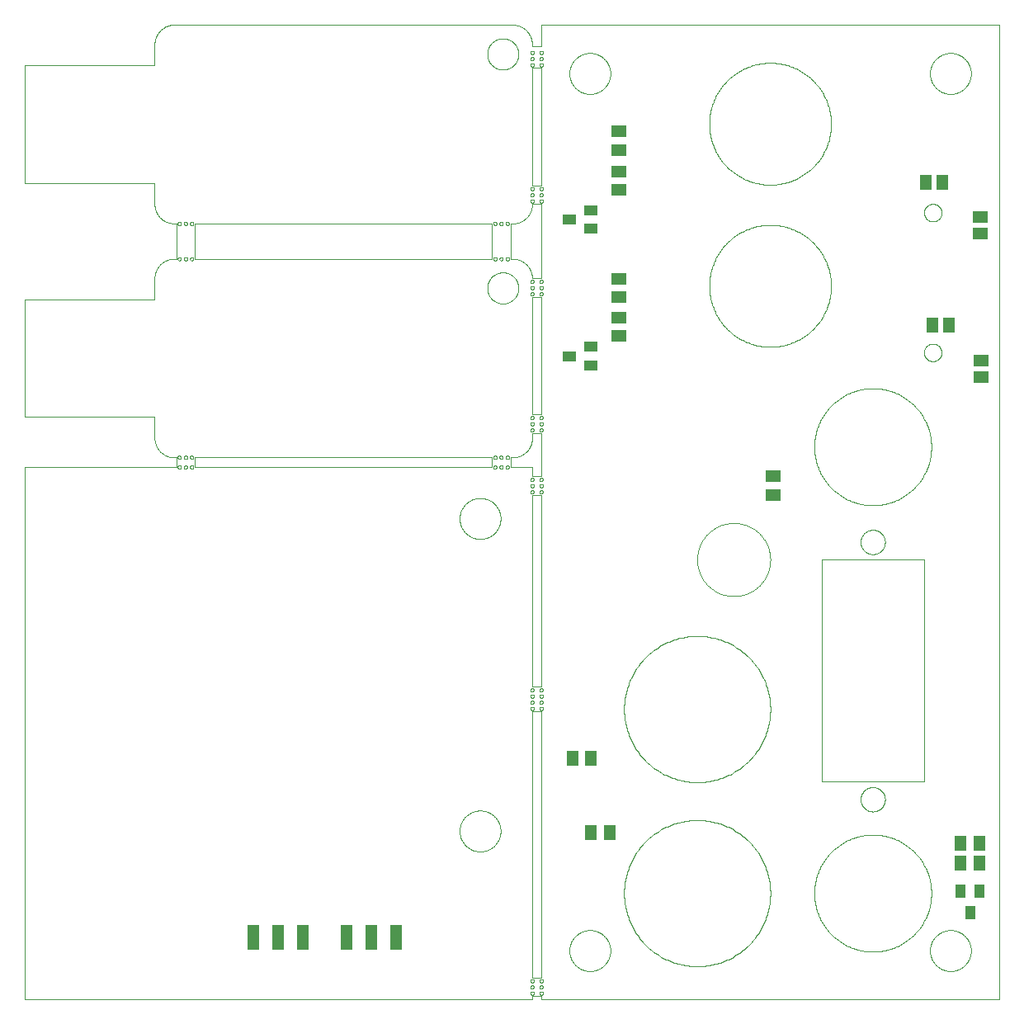
<source format=gbp>
G04 EAGLE Gerber X2 export*
%TF.Part,Single*%
%TF.FileFunction,Other,Solder paste bottom*%
%TF.FilePolarity,Positive*%
%TF.GenerationSoftware,Autodesk,EAGLE,9.4.0*%
%TF.CreationDate,2019-06-20T13:36:34Z*%
G75*
%MOMM*%
%FSLAX34Y34*%
%LPD*%
%INSolder paste bottom*%
%AMOC8*
5,1,8,0,0,1.08239X$1,22.5*%
G01*
%ADD10C,0.050000*%
%ADD11C,0.076200*%
%ADD12C,0.000000*%
%ADD13R,1.500000X1.300000*%
%ADD14R,1.400000X1.000000*%
%ADD15R,1.600000X1.300000*%
%ADD16R,1.000000X1.400000*%
%ADD17R,1.300000X1.600000*%
%ADD18R,1.300000X1.500000*%
%ADD19R,1.270000X2.540000*%


D10*
X153350Y1000008D02*
X152867Y1000002D01*
X152384Y999985D01*
X151902Y999955D01*
X151420Y999915D01*
X150940Y999862D01*
X150461Y999798D01*
X149983Y999723D01*
X149508Y999635D01*
X149035Y999537D01*
X148564Y999427D01*
X148096Y999306D01*
X147632Y999173D01*
X147170Y999029D01*
X146712Y998874D01*
X146258Y998708D01*
X145809Y998532D01*
X145363Y998344D01*
X144922Y998146D01*
X144487Y997937D01*
X144056Y997717D01*
X143631Y997488D01*
X143211Y997248D01*
X142798Y996998D01*
X142390Y996738D01*
X141989Y996468D01*
X141595Y996189D01*
X141207Y995900D01*
X140827Y995602D01*
X140453Y995295D01*
X140088Y994979D01*
X139730Y994654D01*
X139380Y994320D01*
X139038Y993979D01*
X138705Y993629D01*
X138380Y993271D01*
X138064Y992905D01*
X137757Y992532D01*
X137459Y992152D01*
X137170Y991764D01*
X136891Y991370D01*
X136621Y990969D01*
X136361Y990561D01*
X136111Y990148D01*
X135871Y989728D01*
X135641Y989303D01*
X135422Y988872D01*
X135213Y988436D01*
X135014Y987996D01*
X134827Y987550D01*
X134650Y987101D01*
X134484Y986647D01*
X134329Y986189D01*
X134185Y985727D01*
X134053Y985263D01*
X133931Y984795D01*
X133821Y984324D01*
X133723Y983851D01*
X133636Y983376D01*
X133560Y982898D01*
X133496Y982419D01*
X133443Y981939D01*
X133403Y981457D01*
X133373Y980975D01*
X133356Y980492D01*
X133350Y980008D01*
X500700Y1000000D02*
X501191Y999994D01*
X501682Y999976D01*
X502172Y999946D01*
X502661Y999904D01*
X503148Y999850D01*
X503635Y999784D01*
X504119Y999706D01*
X504602Y999616D01*
X505082Y999514D01*
X505560Y999401D01*
X506034Y999276D01*
X506505Y999139D01*
X506973Y998991D01*
X507438Y998831D01*
X507898Y998660D01*
X508353Y998478D01*
X508804Y998284D01*
X509251Y998080D01*
X509692Y997865D01*
X510127Y997639D01*
X510557Y997402D01*
X510981Y997155D01*
X511399Y996898D01*
X511811Y996630D01*
X512215Y996352D01*
X512613Y996065D01*
X513004Y995768D01*
X513387Y995461D01*
X513763Y995145D01*
X514130Y994820D01*
X514490Y994486D01*
X514841Y994143D01*
X515184Y993792D01*
X515518Y993432D01*
X515843Y993065D01*
X516159Y992689D01*
X516466Y992306D01*
X516763Y991915D01*
X517051Y991518D01*
X517328Y991113D01*
X517596Y990701D01*
X517854Y990284D01*
X518101Y989860D01*
X518338Y989430D01*
X518564Y988994D01*
X518779Y988553D01*
X518983Y988107D01*
X519177Y987656D01*
X519359Y987200D01*
X519530Y986740D01*
X519690Y986276D01*
X519838Y985808D01*
X519975Y985337D01*
X520100Y984862D01*
X520213Y984385D01*
X520315Y983904D01*
X520405Y983422D01*
X520483Y982937D01*
X520549Y982451D01*
X520603Y981963D01*
X520646Y981474D01*
X520676Y980984D01*
X520694Y980494D01*
X520700Y980003D01*
X153374Y796131D02*
X152883Y796137D01*
X152392Y796155D01*
X151902Y796185D01*
X151413Y796227D01*
X150925Y796281D01*
X150439Y796347D01*
X149954Y796425D01*
X149472Y796515D01*
X148991Y796616D01*
X148514Y796730D01*
X148039Y796855D01*
X147568Y796991D01*
X147100Y797140D01*
X146636Y797299D01*
X146175Y797470D01*
X145720Y797652D01*
X145269Y797846D01*
X144822Y798050D01*
X144381Y798265D01*
X143945Y798491D01*
X143515Y798728D01*
X143091Y798975D01*
X142673Y799233D01*
X142262Y799500D01*
X141857Y799778D01*
X141459Y800065D01*
X141068Y800362D01*
X140685Y800669D01*
X140309Y800985D01*
X139942Y801310D01*
X139582Y801644D01*
X139231Y801987D01*
X138888Y802338D01*
X138554Y802698D01*
X138228Y803066D01*
X137912Y803441D01*
X137606Y803824D01*
X137308Y804215D01*
X137021Y804613D01*
X136743Y805017D01*
X136475Y805429D01*
X136218Y805847D01*
X135971Y806271D01*
X135734Y806701D01*
X135508Y807136D01*
X135292Y807578D01*
X135088Y808024D01*
X134894Y808475D01*
X134712Y808931D01*
X134541Y809391D01*
X134381Y809855D01*
X134233Y810323D01*
X134096Y810794D01*
X133971Y811269D01*
X133858Y811746D01*
X133756Y812227D01*
X133666Y812709D01*
X133588Y813194D01*
X133522Y813680D01*
X133468Y814168D01*
X133425Y814657D01*
X133395Y815147D01*
X133377Y815638D01*
X133371Y816128D01*
X153350Y759924D02*
X152867Y759918D01*
X152384Y759901D01*
X151901Y759871D01*
X151420Y759831D01*
X150939Y759778D01*
X150460Y759714D01*
X149983Y759639D01*
X149507Y759551D01*
X149034Y759453D01*
X148564Y759343D01*
X148096Y759222D01*
X147631Y759089D01*
X147170Y758945D01*
X146712Y758790D01*
X146258Y758624D01*
X145808Y758447D01*
X145363Y758260D01*
X144922Y758061D01*
X144486Y757853D01*
X144056Y757633D01*
X143630Y757403D01*
X143211Y757163D01*
X142797Y756913D01*
X142390Y756653D01*
X141989Y756384D01*
X141594Y756104D01*
X141207Y755816D01*
X140826Y755517D01*
X140453Y755210D01*
X140088Y754894D01*
X139730Y754569D01*
X139380Y754236D01*
X139038Y753894D01*
X138705Y753544D01*
X138380Y753186D01*
X138064Y752821D01*
X137757Y752448D01*
X137458Y752067D01*
X137170Y751680D01*
X136890Y751285D01*
X136621Y750884D01*
X136361Y750477D01*
X136111Y750063D01*
X135871Y749644D01*
X135641Y749218D01*
X135421Y748788D01*
X135213Y748352D01*
X135014Y747911D01*
X134827Y747466D01*
X134650Y747016D01*
X134484Y746562D01*
X134329Y746104D01*
X134185Y745643D01*
X134052Y745178D01*
X133931Y744710D01*
X133821Y744240D01*
X133723Y743767D01*
X133635Y743291D01*
X133560Y742814D01*
X133496Y742335D01*
X133443Y741854D01*
X133403Y741373D01*
X133373Y740890D01*
X133356Y740407D01*
X133350Y739924D01*
X133350Y576100D02*
X133356Y575617D01*
X133373Y575134D01*
X133403Y574651D01*
X133443Y574170D01*
X133496Y573689D01*
X133560Y573210D01*
X133635Y572733D01*
X133723Y572257D01*
X133821Y571784D01*
X133931Y571314D01*
X134052Y570846D01*
X134185Y570381D01*
X134329Y569920D01*
X134484Y569462D01*
X134650Y569008D01*
X134827Y568558D01*
X135014Y568113D01*
X135213Y567672D01*
X135421Y567236D01*
X135641Y566806D01*
X135871Y566380D01*
X136111Y565961D01*
X136361Y565547D01*
X136621Y565140D01*
X136890Y564739D01*
X137170Y564344D01*
X137458Y563957D01*
X137757Y563576D01*
X138064Y563203D01*
X138380Y562838D01*
X138705Y562480D01*
X139038Y562130D01*
X139380Y561788D01*
X139730Y561455D01*
X140088Y561130D01*
X140453Y560814D01*
X140826Y560507D01*
X141207Y560208D01*
X141594Y559920D01*
X141989Y559640D01*
X142390Y559371D01*
X142797Y559111D01*
X143211Y558861D01*
X143630Y558621D01*
X144056Y558391D01*
X144486Y558171D01*
X144922Y557963D01*
X145363Y557764D01*
X145808Y557577D01*
X146258Y557400D01*
X146712Y557234D01*
X147170Y557079D01*
X147631Y556935D01*
X148096Y556802D01*
X148564Y556681D01*
X149034Y556571D01*
X149507Y556473D01*
X149983Y556385D01*
X150460Y556310D01*
X150939Y556246D01*
X151420Y556193D01*
X151901Y556153D01*
X152384Y556123D01*
X152867Y556106D01*
X153350Y556100D01*
X817819Y451241D02*
X817819Y223241D01*
X922819Y223241D02*
X922819Y451241D01*
X520700Y0D02*
X0Y0D01*
X520700Y0D02*
X520700Y3175D01*
X155575Y546100D02*
X0Y546100D01*
X0Y0D01*
X153350Y556100D02*
X152867Y556106D01*
X152384Y556123D01*
X151901Y556153D01*
X151420Y556193D01*
X150939Y556246D01*
X150460Y556310D01*
X149983Y556385D01*
X149507Y556473D01*
X149034Y556571D01*
X148564Y556681D01*
X148096Y556802D01*
X147631Y556935D01*
X147170Y557079D01*
X146712Y557234D01*
X146258Y557400D01*
X145808Y557577D01*
X145363Y557764D01*
X144922Y557963D01*
X144486Y558171D01*
X144056Y558391D01*
X143630Y558621D01*
X143211Y558861D01*
X142797Y559111D01*
X142390Y559371D01*
X141989Y559640D01*
X141594Y559920D01*
X141207Y560208D01*
X140826Y560507D01*
X140453Y560814D01*
X140088Y561130D01*
X139730Y561455D01*
X139380Y561788D01*
X139038Y562130D01*
X138705Y562480D01*
X138380Y562838D01*
X138064Y563203D01*
X137757Y563576D01*
X137458Y563957D01*
X137170Y564344D01*
X136890Y564739D01*
X136621Y565140D01*
X136361Y565547D01*
X136111Y565961D01*
X135871Y566380D01*
X135641Y566806D01*
X135421Y567236D01*
X135213Y567672D01*
X135014Y568113D01*
X134827Y568558D01*
X134650Y569008D01*
X134484Y569462D01*
X134329Y569920D01*
X134185Y570381D01*
X134052Y570846D01*
X133931Y571314D01*
X133821Y571784D01*
X133723Y572257D01*
X133635Y572733D01*
X133560Y573210D01*
X133496Y573689D01*
X133443Y574170D01*
X133403Y574651D01*
X133373Y575134D01*
X133356Y575617D01*
X133350Y576100D01*
X133350Y739924D02*
X133356Y740407D01*
X133373Y740890D01*
X133403Y741373D01*
X133443Y741854D01*
X133496Y742335D01*
X133560Y742814D01*
X133635Y743291D01*
X133723Y743767D01*
X133821Y744240D01*
X133931Y744710D01*
X134052Y745178D01*
X134185Y745643D01*
X134329Y746104D01*
X134484Y746562D01*
X134650Y747016D01*
X134827Y747466D01*
X135014Y747911D01*
X135213Y748352D01*
X135421Y748788D01*
X135641Y749218D01*
X135871Y749644D01*
X136111Y750063D01*
X136361Y750477D01*
X136621Y750884D01*
X136890Y751285D01*
X137170Y751680D01*
X137458Y752067D01*
X137757Y752448D01*
X138064Y752821D01*
X138380Y753186D01*
X138705Y753544D01*
X139038Y753894D01*
X139380Y754236D01*
X139730Y754569D01*
X140088Y754894D01*
X140453Y755210D01*
X140826Y755517D01*
X141207Y755816D01*
X141594Y756104D01*
X141989Y756384D01*
X142390Y756653D01*
X142797Y756913D01*
X143211Y757163D01*
X143630Y757403D01*
X144056Y757633D01*
X144486Y757853D01*
X144922Y758061D01*
X145363Y758260D01*
X145808Y758447D01*
X146258Y758624D01*
X146712Y758790D01*
X147170Y758945D01*
X147631Y759089D01*
X148096Y759222D01*
X148564Y759343D01*
X149034Y759453D01*
X149507Y759551D01*
X149983Y759639D01*
X150460Y759714D01*
X150939Y759778D01*
X151420Y759831D01*
X151901Y759871D01*
X152384Y759901D01*
X152867Y759918D01*
X153350Y759924D01*
X0Y837771D02*
X0Y958421D01*
X133371Y816128D02*
X133377Y815638D01*
X133395Y815147D01*
X133425Y814657D01*
X133468Y814168D01*
X133522Y813680D01*
X133588Y813194D01*
X133666Y812709D01*
X133756Y812227D01*
X133858Y811746D01*
X133971Y811269D01*
X134096Y810794D01*
X134233Y810323D01*
X134381Y809855D01*
X134541Y809391D01*
X134712Y808931D01*
X134894Y808475D01*
X135088Y808024D01*
X135292Y807578D01*
X135508Y807136D01*
X135734Y806701D01*
X135971Y806271D01*
X136218Y805847D01*
X136475Y805429D01*
X136743Y805017D01*
X137021Y804613D01*
X137308Y804215D01*
X137606Y803824D01*
X137912Y803441D01*
X138228Y803066D01*
X138554Y802698D01*
X138888Y802338D01*
X139231Y801987D01*
X139582Y801644D01*
X139942Y801310D01*
X140309Y800985D01*
X140685Y800669D01*
X141068Y800362D01*
X141459Y800065D01*
X141857Y799778D01*
X142262Y799500D01*
X142673Y799233D01*
X143091Y798975D01*
X143515Y798728D01*
X143945Y798491D01*
X144381Y798265D01*
X144822Y798050D01*
X145269Y797846D01*
X145720Y797652D01*
X146175Y797470D01*
X146636Y797299D01*
X147100Y797140D01*
X147568Y796991D01*
X148039Y796855D01*
X148514Y796730D01*
X148991Y796616D01*
X149472Y796515D01*
X149954Y796425D01*
X150439Y796347D01*
X150925Y796281D01*
X151413Y796227D01*
X151902Y796185D01*
X152392Y796155D01*
X152883Y796137D01*
X153374Y796131D01*
X500700Y1000000D02*
X501191Y999994D01*
X501682Y999976D01*
X502172Y999946D01*
X502661Y999904D01*
X503148Y999850D01*
X503635Y999784D01*
X504119Y999706D01*
X504602Y999616D01*
X505082Y999514D01*
X505560Y999401D01*
X506034Y999276D01*
X506505Y999139D01*
X506973Y998991D01*
X507438Y998831D01*
X507898Y998660D01*
X508353Y998478D01*
X508804Y998284D01*
X509251Y998080D01*
X509692Y997865D01*
X510127Y997639D01*
X510557Y997402D01*
X510981Y997155D01*
X511399Y996898D01*
X511811Y996630D01*
X512215Y996352D01*
X512613Y996065D01*
X513004Y995768D01*
X513387Y995461D01*
X513763Y995145D01*
X514130Y994820D01*
X514490Y994486D01*
X514841Y994143D01*
X515184Y993792D01*
X515518Y993432D01*
X515843Y993065D01*
X516159Y992689D01*
X516466Y992306D01*
X516763Y991915D01*
X517051Y991518D01*
X517328Y991113D01*
X517596Y990701D01*
X517854Y990284D01*
X518101Y989860D01*
X518338Y989430D01*
X518564Y988994D01*
X518779Y988553D01*
X518983Y988107D01*
X519177Y987656D01*
X519359Y987200D01*
X519530Y986740D01*
X519690Y986276D01*
X519838Y985808D01*
X519975Y985337D01*
X520100Y984862D01*
X520213Y984385D01*
X520315Y983904D01*
X520405Y983422D01*
X520483Y982937D01*
X520549Y982451D01*
X520603Y981963D01*
X520646Y981474D01*
X520676Y980984D01*
X520694Y980494D01*
X520700Y980003D01*
X500700Y1000000D02*
X153350Y1000008D01*
X530000Y0D02*
X1000000Y0D01*
X1000000Y1000000D01*
X530000Y1000000D01*
X133350Y718337D02*
X0Y718337D01*
X133350Y718337D02*
X133350Y739924D01*
X133356Y740407D01*
X133373Y740890D01*
X133403Y741373D01*
X133443Y741854D01*
X133496Y742335D01*
X133560Y742814D01*
X133635Y743291D01*
X133723Y743767D01*
X133821Y744240D01*
X133931Y744710D01*
X134052Y745178D01*
X134185Y745643D01*
X134329Y746104D01*
X134484Y746562D01*
X134650Y747016D01*
X134827Y747466D01*
X135014Y747911D01*
X135213Y748352D01*
X135421Y748788D01*
X135641Y749218D01*
X135871Y749644D01*
X136111Y750063D01*
X136361Y750477D01*
X136621Y750884D01*
X136890Y751285D01*
X137170Y751680D01*
X137458Y752067D01*
X137757Y752448D01*
X138064Y752821D01*
X138380Y753186D01*
X138705Y753544D01*
X139038Y753894D01*
X139380Y754236D01*
X139730Y754569D01*
X140088Y754894D01*
X140453Y755210D01*
X140826Y755517D01*
X141207Y755816D01*
X141594Y756104D01*
X141989Y756384D01*
X142390Y756653D01*
X142797Y756913D01*
X143211Y757163D01*
X143630Y757403D01*
X144056Y757633D01*
X144486Y757853D01*
X144922Y758061D01*
X145363Y758260D01*
X145808Y758447D01*
X146258Y758624D01*
X146712Y758790D01*
X147170Y758945D01*
X147631Y759089D01*
X148096Y759222D01*
X148564Y759343D01*
X149034Y759453D01*
X149507Y759551D01*
X149983Y759639D01*
X150460Y759714D01*
X150939Y759778D01*
X151420Y759831D01*
X151901Y759871D01*
X152384Y759901D01*
X152867Y759918D01*
X153350Y759924D01*
D11*
X500700Y759925D02*
X501185Y759917D01*
X501669Y759898D01*
X502153Y759867D01*
X502637Y759824D01*
X503119Y759770D01*
X503599Y759703D01*
X504078Y759626D01*
X504555Y759537D01*
X505030Y759436D01*
X505502Y759324D01*
X505971Y759200D01*
X506437Y759065D01*
X506899Y758919D01*
X507358Y758762D01*
X507813Y758594D01*
X508264Y758415D01*
X508711Y758225D01*
X509152Y758024D01*
X509589Y757813D01*
X510020Y757591D01*
X510446Y757359D01*
X510866Y757116D01*
X511281Y756864D01*
X511689Y756601D01*
X512090Y756329D01*
X512485Y756047D01*
X512873Y755756D01*
X513254Y755455D01*
X513627Y755145D01*
X513993Y754827D01*
X514351Y754499D01*
X514701Y754163D01*
X515043Y753819D01*
X515376Y753467D01*
X515701Y753106D01*
X516017Y752738D01*
X516324Y752362D01*
X516621Y751979D01*
X516910Y751589D01*
X517189Y751192D01*
X517458Y750789D01*
X517717Y750379D01*
X517967Y749963D01*
X518206Y749541D01*
X518435Y749113D01*
X518654Y748680D01*
X518862Y748242D01*
X519059Y747799D01*
X519246Y747351D01*
X519422Y746899D01*
X519587Y746443D01*
X519740Y745983D01*
X519883Y745519D01*
X520014Y745052D01*
X520134Y744582D01*
X520243Y744109D01*
X520340Y743634D01*
X520426Y743156D01*
X520500Y742677D01*
X520562Y742196D01*
X520613Y741713D01*
X520653Y741230D01*
X520680Y740745D01*
X520696Y740261D01*
X520700Y739775D01*
D10*
X153350Y556100D02*
X152867Y556106D01*
X152384Y556123D01*
X151901Y556153D01*
X151420Y556193D01*
X150939Y556246D01*
X150460Y556310D01*
X149983Y556385D01*
X149507Y556473D01*
X149034Y556571D01*
X148564Y556681D01*
X148096Y556802D01*
X147631Y556935D01*
X147170Y557079D01*
X146712Y557234D01*
X146258Y557400D01*
X145808Y557577D01*
X145363Y557764D01*
X144922Y557963D01*
X144486Y558171D01*
X144056Y558391D01*
X143630Y558621D01*
X143211Y558861D01*
X142797Y559111D01*
X142390Y559371D01*
X141989Y559640D01*
X141594Y559920D01*
X141207Y560208D01*
X140826Y560507D01*
X140453Y560814D01*
X140088Y561130D01*
X139730Y561455D01*
X139380Y561788D01*
X139038Y562130D01*
X138705Y562480D01*
X138380Y562838D01*
X138064Y563203D01*
X137757Y563576D01*
X137458Y563957D01*
X137170Y564344D01*
X136890Y564739D01*
X136621Y565140D01*
X136361Y565547D01*
X136111Y565961D01*
X135871Y566380D01*
X135641Y566806D01*
X135421Y567236D01*
X135213Y567672D01*
X135014Y568113D01*
X134827Y568558D01*
X134650Y569008D01*
X134484Y569462D01*
X134329Y569920D01*
X134185Y570381D01*
X134052Y570846D01*
X133931Y571314D01*
X133821Y571784D01*
X133723Y572257D01*
X133635Y572733D01*
X133560Y573210D01*
X133496Y573689D01*
X133443Y574170D01*
X133403Y574651D01*
X133373Y575134D01*
X133356Y575617D01*
X133350Y576100D01*
X133350Y597687D01*
X0Y597687D01*
X0Y718337D01*
X0Y837771D02*
X133368Y837771D01*
X133371Y816129D01*
X133371Y816128D02*
X133377Y815638D01*
X133395Y815147D01*
X133425Y814657D01*
X133468Y814168D01*
X133522Y813680D01*
X133588Y813194D01*
X133666Y812709D01*
X133756Y812227D01*
X133858Y811746D01*
X133971Y811269D01*
X134096Y810794D01*
X134233Y810323D01*
X134381Y809855D01*
X134541Y809391D01*
X134712Y808931D01*
X134894Y808475D01*
X135088Y808024D01*
X135292Y807578D01*
X135508Y807136D01*
X135734Y806701D01*
X135971Y806271D01*
X136218Y805847D01*
X136475Y805429D01*
X136743Y805017D01*
X137021Y804613D01*
X137308Y804215D01*
X137606Y803824D01*
X137912Y803441D01*
X138228Y803066D01*
X138554Y802698D01*
X138888Y802338D01*
X139231Y801987D01*
X139582Y801644D01*
X139942Y801310D01*
X140309Y800985D01*
X140685Y800669D01*
X141068Y800362D01*
X141459Y800065D01*
X141857Y799778D01*
X142262Y799500D01*
X142673Y799233D01*
X143091Y798975D01*
X143515Y798728D01*
X143945Y798491D01*
X144381Y798265D01*
X144822Y798050D01*
X145269Y797846D01*
X145720Y797652D01*
X146175Y797470D01*
X146636Y797299D01*
X147100Y797140D01*
X147568Y796991D01*
X148039Y796855D01*
X148514Y796730D01*
X148991Y796616D01*
X149472Y796515D01*
X149954Y796425D01*
X150439Y796347D01*
X150925Y796281D01*
X151413Y796227D01*
X151902Y796185D01*
X152392Y796155D01*
X152883Y796137D01*
X153374Y796131D01*
D11*
X500723Y796131D02*
X501205Y796135D01*
X501686Y796151D01*
X502166Y796178D01*
X502646Y796217D01*
X503125Y796267D01*
X503602Y796329D01*
X504078Y796403D01*
X504552Y796488D01*
X505024Y796584D01*
X505493Y796692D01*
X505959Y796811D01*
X506423Y796941D01*
X506883Y797082D01*
X507339Y797235D01*
X507792Y797398D01*
X508241Y797573D01*
X508685Y797758D01*
X509125Y797954D01*
X509560Y798160D01*
X509990Y798377D01*
X510414Y798605D01*
X510833Y798842D01*
X511246Y799089D01*
X511653Y799347D01*
X512053Y799614D01*
X512447Y799891D01*
X512834Y800177D01*
X513214Y800472D01*
X513587Y800777D01*
X513953Y801090D01*
X514310Y801412D01*
X514660Y801743D01*
X515002Y802082D01*
X515335Y802429D01*
X515660Y802785D01*
X515976Y803148D01*
X516284Y803518D01*
X516582Y803896D01*
X516871Y804281D01*
X517151Y804673D01*
X517421Y805071D01*
X517682Y805476D01*
X517932Y805887D01*
X518173Y806304D01*
X518403Y806726D01*
X518624Y807154D01*
X518833Y807588D01*
X519033Y808026D01*
X519221Y808469D01*
X519399Y808916D01*
X519566Y809368D01*
X519722Y809823D01*
X519867Y810282D01*
X520001Y810745D01*
X520124Y811210D01*
X520235Y811678D01*
X520335Y812149D01*
X520424Y812623D01*
X520501Y813098D01*
X520566Y813575D01*
X520620Y814053D01*
X520663Y814532D01*
X520694Y815013D01*
X520713Y815494D01*
X520721Y815975D01*
D10*
X153350Y1000008D02*
X152867Y1000002D01*
X152384Y999985D01*
X151902Y999955D01*
X151420Y999915D01*
X150940Y999862D01*
X150461Y999798D01*
X149983Y999723D01*
X149508Y999635D01*
X149035Y999537D01*
X148564Y999427D01*
X148096Y999306D01*
X147632Y999173D01*
X147170Y999029D01*
X146712Y998874D01*
X146258Y998708D01*
X145809Y998532D01*
X145363Y998344D01*
X144922Y998146D01*
X144487Y997937D01*
X144056Y997717D01*
X143631Y997488D01*
X143211Y997248D01*
X142798Y996998D01*
X142390Y996738D01*
X141989Y996468D01*
X141595Y996189D01*
X141207Y995900D01*
X140827Y995602D01*
X140453Y995295D01*
X140088Y994979D01*
X139730Y994654D01*
X139380Y994320D01*
X139038Y993979D01*
X138705Y993629D01*
X138380Y993271D01*
X138064Y992905D01*
X137757Y992532D01*
X137459Y992152D01*
X137170Y991764D01*
X136891Y991370D01*
X136621Y990969D01*
X136361Y990561D01*
X136111Y990148D01*
X135871Y989728D01*
X135641Y989303D01*
X135422Y988872D01*
X135213Y988436D01*
X135014Y987996D01*
X134827Y987550D01*
X134650Y987101D01*
X134484Y986647D01*
X134329Y986189D01*
X134185Y985727D01*
X134053Y985263D01*
X133931Y984795D01*
X133821Y984324D01*
X133723Y983851D01*
X133636Y983376D01*
X133560Y982898D01*
X133496Y982419D01*
X133443Y981939D01*
X133403Y981457D01*
X133373Y980975D01*
X133356Y980492D01*
X133350Y980008D01*
X133350Y980009D02*
X133349Y958421D01*
X0Y958421D01*
X615119Y297835D02*
X615142Y299676D01*
X615209Y301515D01*
X615322Y303352D01*
X615480Y305186D01*
X615683Y307016D01*
X615931Y308840D01*
X616223Y310657D01*
X616560Y312467D01*
X616941Y314268D01*
X617367Y316059D01*
X617836Y317838D01*
X618348Y319606D01*
X618904Y321361D01*
X619503Y323102D01*
X620145Y324827D01*
X620828Y326536D01*
X621553Y328228D01*
X622320Y329902D01*
X623127Y331556D01*
X623975Y333190D01*
X624862Y334802D01*
X625789Y336393D01*
X626755Y337960D01*
X627759Y339503D01*
X628800Y341021D01*
X629878Y342512D01*
X630993Y343977D01*
X632143Y345414D01*
X633328Y346823D01*
X634548Y348202D01*
X635800Y349551D01*
X637086Y350868D01*
X638403Y352154D01*
X639752Y353406D01*
X641131Y354626D01*
X642540Y355811D01*
X643977Y356961D01*
X645442Y358076D01*
X646933Y359154D01*
X648451Y360195D01*
X649994Y361199D01*
X651561Y362165D01*
X653152Y363092D01*
X654764Y363979D01*
X656398Y364827D01*
X658052Y365634D01*
X659726Y366401D01*
X661418Y367126D01*
X663127Y367809D01*
X664852Y368451D01*
X666593Y369050D01*
X668348Y369606D01*
X670116Y370118D01*
X671895Y370587D01*
X673686Y371013D01*
X675487Y371394D01*
X677297Y371731D01*
X679114Y372023D01*
X680938Y372271D01*
X682768Y372474D01*
X684602Y372632D01*
X686439Y372745D01*
X688278Y372812D01*
X690119Y372835D01*
X691960Y372812D01*
X693799Y372745D01*
X695636Y372632D01*
X697470Y372474D01*
X699300Y372271D01*
X701124Y372023D01*
X702941Y371731D01*
X704751Y371394D01*
X706552Y371013D01*
X708343Y370587D01*
X710122Y370118D01*
X711890Y369606D01*
X713645Y369050D01*
X715386Y368451D01*
X717111Y367809D01*
X718820Y367126D01*
X720512Y366401D01*
X722186Y365634D01*
X723840Y364827D01*
X725474Y363979D01*
X727086Y363092D01*
X728677Y362165D01*
X730244Y361199D01*
X731787Y360195D01*
X733305Y359154D01*
X734796Y358076D01*
X736261Y356961D01*
X737698Y355811D01*
X739107Y354626D01*
X740486Y353406D01*
X741835Y352154D01*
X743152Y350868D01*
X744438Y349551D01*
X745690Y348202D01*
X746910Y346823D01*
X748095Y345414D01*
X749245Y343977D01*
X750360Y342512D01*
X751438Y341021D01*
X752479Y339503D01*
X753483Y337960D01*
X754449Y336393D01*
X755376Y334802D01*
X756263Y333190D01*
X757111Y331556D01*
X757918Y329902D01*
X758685Y328228D01*
X759410Y326536D01*
X760093Y324827D01*
X760735Y323102D01*
X761334Y321361D01*
X761890Y319606D01*
X762402Y317838D01*
X762871Y316059D01*
X763297Y314268D01*
X763678Y312467D01*
X764015Y310657D01*
X764307Y308840D01*
X764555Y307016D01*
X764758Y305186D01*
X764916Y303352D01*
X765029Y301515D01*
X765096Y299676D01*
X765119Y297835D01*
X765096Y295994D01*
X765029Y294155D01*
X764916Y292318D01*
X764758Y290484D01*
X764555Y288654D01*
X764307Y286830D01*
X764015Y285013D01*
X763678Y283203D01*
X763297Y281402D01*
X762871Y279611D01*
X762402Y277832D01*
X761890Y276064D01*
X761334Y274309D01*
X760735Y272568D01*
X760093Y270843D01*
X759410Y269134D01*
X758685Y267442D01*
X757918Y265768D01*
X757111Y264114D01*
X756263Y262480D01*
X755376Y260868D01*
X754449Y259277D01*
X753483Y257710D01*
X752479Y256167D01*
X751438Y254649D01*
X750360Y253158D01*
X749245Y251693D01*
X748095Y250256D01*
X746910Y248847D01*
X745690Y247468D01*
X744438Y246119D01*
X743152Y244802D01*
X741835Y243516D01*
X740486Y242264D01*
X739107Y241044D01*
X737698Y239859D01*
X736261Y238709D01*
X734796Y237594D01*
X733305Y236516D01*
X731787Y235475D01*
X730244Y234471D01*
X728677Y233505D01*
X727086Y232578D01*
X725474Y231691D01*
X723840Y230843D01*
X722186Y230036D01*
X720512Y229269D01*
X718820Y228544D01*
X717111Y227861D01*
X715386Y227219D01*
X713645Y226620D01*
X711890Y226064D01*
X710122Y225552D01*
X708343Y225083D01*
X706552Y224657D01*
X704751Y224276D01*
X702941Y223939D01*
X701124Y223647D01*
X699300Y223399D01*
X697470Y223196D01*
X695636Y223038D01*
X693799Y222925D01*
X691960Y222858D01*
X690119Y222835D01*
X688278Y222858D01*
X686439Y222925D01*
X684602Y223038D01*
X682768Y223196D01*
X680938Y223399D01*
X679114Y223647D01*
X677297Y223939D01*
X675487Y224276D01*
X673686Y224657D01*
X671895Y225083D01*
X670116Y225552D01*
X668348Y226064D01*
X666593Y226620D01*
X664852Y227219D01*
X663127Y227861D01*
X661418Y228544D01*
X659726Y229269D01*
X658052Y230036D01*
X656398Y230843D01*
X654764Y231691D01*
X653152Y232578D01*
X651561Y233505D01*
X649994Y234471D01*
X648451Y235475D01*
X646933Y236516D01*
X645442Y237594D01*
X643977Y238709D01*
X642540Y239859D01*
X641131Y241044D01*
X639752Y242264D01*
X638403Y243516D01*
X637086Y244802D01*
X635800Y246119D01*
X634548Y247468D01*
X633328Y248847D01*
X632143Y250256D01*
X630993Y251693D01*
X629878Y253158D01*
X628800Y254649D01*
X627759Y256167D01*
X626755Y257710D01*
X625789Y259277D01*
X624862Y260868D01*
X623975Y262480D01*
X623127Y264114D01*
X622320Y265768D01*
X621553Y267442D01*
X620828Y269134D01*
X620145Y270843D01*
X619503Y272568D01*
X618904Y274309D01*
X618348Y276064D01*
X617836Y277832D01*
X617367Y279611D01*
X616941Y281402D01*
X616560Y283203D01*
X616223Y285013D01*
X615931Y286830D01*
X615683Y288654D01*
X615480Y290484D01*
X615322Y292318D01*
X615209Y294155D01*
X615142Y295994D01*
X615119Y297835D01*
X857819Y205241D02*
X857823Y205548D01*
X857834Y205854D01*
X857853Y206161D01*
X857879Y206466D01*
X857913Y206771D01*
X857954Y207075D01*
X858003Y207378D01*
X858059Y207680D01*
X858123Y207980D01*
X858194Y208278D01*
X858272Y208575D01*
X858357Y208870D01*
X858450Y209162D01*
X858550Y209452D01*
X858657Y209740D01*
X858771Y210025D01*
X858891Y210307D01*
X859019Y210585D01*
X859154Y210861D01*
X859295Y211133D01*
X859443Y211402D01*
X859597Y211667D01*
X859758Y211928D01*
X859926Y212186D01*
X860099Y212439D01*
X860279Y212687D01*
X860465Y212931D01*
X860656Y213171D01*
X860854Y213406D01*
X861057Y213635D01*
X861266Y213860D01*
X861480Y214080D01*
X861700Y214294D01*
X861925Y214503D01*
X862154Y214706D01*
X862389Y214904D01*
X862629Y215095D01*
X862873Y215281D01*
X863121Y215461D01*
X863374Y215634D01*
X863632Y215802D01*
X863893Y215963D01*
X864158Y216117D01*
X864427Y216265D01*
X864699Y216406D01*
X864975Y216541D01*
X865253Y216669D01*
X865535Y216789D01*
X865820Y216903D01*
X866108Y217010D01*
X866398Y217110D01*
X866690Y217203D01*
X866985Y217288D01*
X867282Y217366D01*
X867580Y217437D01*
X867880Y217501D01*
X868182Y217557D01*
X868485Y217606D01*
X868789Y217647D01*
X869094Y217681D01*
X869399Y217707D01*
X869706Y217726D01*
X870012Y217737D01*
X870319Y217741D01*
X870626Y217737D01*
X870932Y217726D01*
X871239Y217707D01*
X871544Y217681D01*
X871849Y217647D01*
X872153Y217606D01*
X872456Y217557D01*
X872758Y217501D01*
X873058Y217437D01*
X873356Y217366D01*
X873653Y217288D01*
X873948Y217203D01*
X874240Y217110D01*
X874530Y217010D01*
X874818Y216903D01*
X875103Y216789D01*
X875385Y216669D01*
X875663Y216541D01*
X875939Y216406D01*
X876211Y216265D01*
X876480Y216117D01*
X876745Y215963D01*
X877006Y215802D01*
X877264Y215634D01*
X877517Y215461D01*
X877765Y215281D01*
X878009Y215095D01*
X878249Y214904D01*
X878484Y214706D01*
X878713Y214503D01*
X878938Y214294D01*
X879158Y214080D01*
X879372Y213860D01*
X879581Y213635D01*
X879784Y213406D01*
X879982Y213171D01*
X880173Y212931D01*
X880359Y212687D01*
X880539Y212439D01*
X880712Y212186D01*
X880880Y211928D01*
X881041Y211667D01*
X881195Y211402D01*
X881343Y211133D01*
X881484Y210861D01*
X881619Y210585D01*
X881747Y210307D01*
X881867Y210025D01*
X881981Y209740D01*
X882088Y209452D01*
X882188Y209162D01*
X882281Y208870D01*
X882366Y208575D01*
X882444Y208278D01*
X882515Y207980D01*
X882579Y207680D01*
X882635Y207378D01*
X882684Y207075D01*
X882725Y206771D01*
X882759Y206466D01*
X882785Y206161D01*
X882804Y205854D01*
X882815Y205548D01*
X882819Y205241D01*
X882815Y204934D01*
X882804Y204628D01*
X882785Y204321D01*
X882759Y204016D01*
X882725Y203711D01*
X882684Y203407D01*
X882635Y203104D01*
X882579Y202802D01*
X882515Y202502D01*
X882444Y202204D01*
X882366Y201907D01*
X882281Y201612D01*
X882188Y201320D01*
X882088Y201030D01*
X881981Y200742D01*
X881867Y200457D01*
X881747Y200175D01*
X881619Y199897D01*
X881484Y199621D01*
X881343Y199349D01*
X881195Y199080D01*
X881041Y198815D01*
X880880Y198554D01*
X880712Y198296D01*
X880539Y198043D01*
X880359Y197795D01*
X880173Y197551D01*
X879982Y197311D01*
X879784Y197076D01*
X879581Y196847D01*
X879372Y196622D01*
X879158Y196402D01*
X878938Y196188D01*
X878713Y195979D01*
X878484Y195776D01*
X878249Y195578D01*
X878009Y195387D01*
X877765Y195201D01*
X877517Y195021D01*
X877264Y194848D01*
X877006Y194680D01*
X876745Y194519D01*
X876480Y194365D01*
X876211Y194217D01*
X875939Y194076D01*
X875663Y193941D01*
X875385Y193813D01*
X875103Y193693D01*
X874818Y193579D01*
X874530Y193472D01*
X874240Y193372D01*
X873948Y193279D01*
X873653Y193194D01*
X873356Y193116D01*
X873058Y193045D01*
X872758Y192981D01*
X872456Y192925D01*
X872153Y192876D01*
X871849Y192835D01*
X871544Y192801D01*
X871239Y192775D01*
X870932Y192756D01*
X870626Y192745D01*
X870319Y192741D01*
X870012Y192745D01*
X869706Y192756D01*
X869399Y192775D01*
X869094Y192801D01*
X868789Y192835D01*
X868485Y192876D01*
X868182Y192925D01*
X867880Y192981D01*
X867580Y193045D01*
X867282Y193116D01*
X866985Y193194D01*
X866690Y193279D01*
X866398Y193372D01*
X866108Y193472D01*
X865820Y193579D01*
X865535Y193693D01*
X865253Y193813D01*
X864975Y193941D01*
X864699Y194076D01*
X864427Y194217D01*
X864158Y194365D01*
X863893Y194519D01*
X863632Y194680D01*
X863374Y194848D01*
X863121Y195021D01*
X862873Y195201D01*
X862629Y195387D01*
X862389Y195578D01*
X862154Y195776D01*
X861925Y195979D01*
X861700Y196188D01*
X861480Y196402D01*
X861266Y196622D01*
X861057Y196847D01*
X860854Y197076D01*
X860656Y197311D01*
X860465Y197551D01*
X860279Y197795D01*
X860099Y198043D01*
X859926Y198296D01*
X859758Y198554D01*
X859597Y198815D01*
X859443Y199080D01*
X859295Y199349D01*
X859154Y199621D01*
X859019Y199897D01*
X858891Y200175D01*
X858771Y200457D01*
X858657Y200742D01*
X858550Y201030D01*
X858450Y201320D01*
X858357Y201612D01*
X858272Y201907D01*
X858194Y202204D01*
X858123Y202502D01*
X858059Y202802D01*
X858003Y203104D01*
X857954Y203407D01*
X857913Y203711D01*
X857879Y204016D01*
X857853Y204321D01*
X857834Y204628D01*
X857823Y204934D01*
X857819Y205241D01*
X615119Y108941D02*
X615142Y110782D01*
X615209Y112621D01*
X615322Y114458D01*
X615480Y116292D01*
X615683Y118122D01*
X615931Y119946D01*
X616223Y121763D01*
X616560Y123573D01*
X616941Y125374D01*
X617367Y127165D01*
X617836Y128944D01*
X618348Y130712D01*
X618904Y132467D01*
X619503Y134208D01*
X620145Y135933D01*
X620828Y137642D01*
X621553Y139334D01*
X622320Y141008D01*
X623127Y142662D01*
X623975Y144296D01*
X624862Y145908D01*
X625789Y147499D01*
X626755Y149066D01*
X627759Y150609D01*
X628800Y152127D01*
X629878Y153618D01*
X630993Y155083D01*
X632143Y156520D01*
X633328Y157929D01*
X634548Y159308D01*
X635800Y160657D01*
X637086Y161974D01*
X638403Y163260D01*
X639752Y164512D01*
X641131Y165732D01*
X642540Y166917D01*
X643977Y168067D01*
X645442Y169182D01*
X646933Y170260D01*
X648451Y171301D01*
X649994Y172305D01*
X651561Y173271D01*
X653152Y174198D01*
X654764Y175085D01*
X656398Y175933D01*
X658052Y176740D01*
X659726Y177507D01*
X661418Y178232D01*
X663127Y178915D01*
X664852Y179557D01*
X666593Y180156D01*
X668348Y180712D01*
X670116Y181224D01*
X671895Y181693D01*
X673686Y182119D01*
X675487Y182500D01*
X677297Y182837D01*
X679114Y183129D01*
X680938Y183377D01*
X682768Y183580D01*
X684602Y183738D01*
X686439Y183851D01*
X688278Y183918D01*
X690119Y183941D01*
X691960Y183918D01*
X693799Y183851D01*
X695636Y183738D01*
X697470Y183580D01*
X699300Y183377D01*
X701124Y183129D01*
X702941Y182837D01*
X704751Y182500D01*
X706552Y182119D01*
X708343Y181693D01*
X710122Y181224D01*
X711890Y180712D01*
X713645Y180156D01*
X715386Y179557D01*
X717111Y178915D01*
X718820Y178232D01*
X720512Y177507D01*
X722186Y176740D01*
X723840Y175933D01*
X725474Y175085D01*
X727086Y174198D01*
X728677Y173271D01*
X730244Y172305D01*
X731787Y171301D01*
X733305Y170260D01*
X734796Y169182D01*
X736261Y168067D01*
X737698Y166917D01*
X739107Y165732D01*
X740486Y164512D01*
X741835Y163260D01*
X743152Y161974D01*
X744438Y160657D01*
X745690Y159308D01*
X746910Y157929D01*
X748095Y156520D01*
X749245Y155083D01*
X750360Y153618D01*
X751438Y152127D01*
X752479Y150609D01*
X753483Y149066D01*
X754449Y147499D01*
X755376Y145908D01*
X756263Y144296D01*
X757111Y142662D01*
X757918Y141008D01*
X758685Y139334D01*
X759410Y137642D01*
X760093Y135933D01*
X760735Y134208D01*
X761334Y132467D01*
X761890Y130712D01*
X762402Y128944D01*
X762871Y127165D01*
X763297Y125374D01*
X763678Y123573D01*
X764015Y121763D01*
X764307Y119946D01*
X764555Y118122D01*
X764758Y116292D01*
X764916Y114458D01*
X765029Y112621D01*
X765096Y110782D01*
X765119Y108941D01*
X765096Y107100D01*
X765029Y105261D01*
X764916Y103424D01*
X764758Y101590D01*
X764555Y99760D01*
X764307Y97936D01*
X764015Y96119D01*
X763678Y94309D01*
X763297Y92508D01*
X762871Y90717D01*
X762402Y88938D01*
X761890Y87170D01*
X761334Y85415D01*
X760735Y83674D01*
X760093Y81949D01*
X759410Y80240D01*
X758685Y78548D01*
X757918Y76874D01*
X757111Y75220D01*
X756263Y73586D01*
X755376Y71974D01*
X754449Y70383D01*
X753483Y68816D01*
X752479Y67273D01*
X751438Y65755D01*
X750360Y64264D01*
X749245Y62799D01*
X748095Y61362D01*
X746910Y59953D01*
X745690Y58574D01*
X744438Y57225D01*
X743152Y55908D01*
X741835Y54622D01*
X740486Y53370D01*
X739107Y52150D01*
X737698Y50965D01*
X736261Y49815D01*
X734796Y48700D01*
X733305Y47622D01*
X731787Y46581D01*
X730244Y45577D01*
X728677Y44611D01*
X727086Y43684D01*
X725474Y42797D01*
X723840Y41949D01*
X722186Y41142D01*
X720512Y40375D01*
X718820Y39650D01*
X717111Y38967D01*
X715386Y38325D01*
X713645Y37726D01*
X711890Y37170D01*
X710122Y36658D01*
X708343Y36189D01*
X706552Y35763D01*
X704751Y35382D01*
X702941Y35045D01*
X701124Y34753D01*
X699300Y34505D01*
X697470Y34302D01*
X695636Y34144D01*
X693799Y34031D01*
X691960Y33964D01*
X690119Y33941D01*
X688278Y33964D01*
X686439Y34031D01*
X684602Y34144D01*
X682768Y34302D01*
X680938Y34505D01*
X679114Y34753D01*
X677297Y35045D01*
X675487Y35382D01*
X673686Y35763D01*
X671895Y36189D01*
X670116Y36658D01*
X668348Y37170D01*
X666593Y37726D01*
X664852Y38325D01*
X663127Y38967D01*
X661418Y39650D01*
X659726Y40375D01*
X658052Y41142D01*
X656398Y41949D01*
X654764Y42797D01*
X653152Y43684D01*
X651561Y44611D01*
X649994Y45577D01*
X648451Y46581D01*
X646933Y47622D01*
X645442Y48700D01*
X643977Y49815D01*
X642540Y50965D01*
X641131Y52150D01*
X639752Y53370D01*
X638403Y54622D01*
X637086Y55908D01*
X635800Y57225D01*
X634548Y58574D01*
X633328Y59953D01*
X632143Y61362D01*
X630993Y62799D01*
X629878Y64264D01*
X628800Y65755D01*
X627759Y67273D01*
X626755Y68816D01*
X625789Y70383D01*
X624862Y71974D01*
X623975Y73586D01*
X623127Y75220D01*
X622320Y76874D01*
X621553Y78548D01*
X620828Y80240D01*
X620145Y81949D01*
X619503Y83674D01*
X618904Y85415D01*
X618348Y87170D01*
X617836Y88938D01*
X617367Y90717D01*
X616941Y92508D01*
X616560Y94309D01*
X616223Y96119D01*
X615931Y97936D01*
X615683Y99760D01*
X615480Y101590D01*
X615322Y103424D01*
X615209Y105261D01*
X615142Y107100D01*
X615119Y108941D01*
X929000Y50000D02*
X929006Y50515D01*
X929025Y51030D01*
X929057Y51545D01*
X929101Y52058D01*
X929158Y52571D01*
X929227Y53081D01*
X929309Y53590D01*
X929404Y54097D01*
X929510Y54601D01*
X929629Y55103D01*
X929761Y55601D01*
X929904Y56096D01*
X930060Y56587D01*
X930228Y57075D01*
X930407Y57558D01*
X930599Y58036D01*
X930802Y58510D01*
X931016Y58979D01*
X931242Y59442D01*
X931480Y59899D01*
X931728Y60351D01*
X931988Y60796D01*
X932258Y61235D01*
X932539Y61667D01*
X932831Y62092D01*
X933133Y62510D01*
X933445Y62920D01*
X933767Y63322D01*
X934099Y63717D01*
X934440Y64103D01*
X934791Y64480D01*
X935151Y64849D01*
X935520Y65209D01*
X935897Y65560D01*
X936283Y65901D01*
X936678Y66233D01*
X937080Y66555D01*
X937490Y66867D01*
X937908Y67169D01*
X938333Y67461D01*
X938765Y67742D01*
X939204Y68012D01*
X939649Y68272D01*
X940101Y68520D01*
X940558Y68758D01*
X941021Y68984D01*
X941490Y69198D01*
X941964Y69401D01*
X942442Y69593D01*
X942925Y69772D01*
X943413Y69940D01*
X943904Y70096D01*
X944399Y70239D01*
X944897Y70371D01*
X945399Y70490D01*
X945903Y70596D01*
X946410Y70691D01*
X946919Y70773D01*
X947429Y70842D01*
X947942Y70899D01*
X948455Y70943D01*
X948970Y70975D01*
X949485Y70994D01*
X950000Y71000D01*
X950515Y70994D01*
X951030Y70975D01*
X951545Y70943D01*
X952058Y70899D01*
X952571Y70842D01*
X953081Y70773D01*
X953590Y70691D01*
X954097Y70596D01*
X954601Y70490D01*
X955103Y70371D01*
X955601Y70239D01*
X956096Y70096D01*
X956587Y69940D01*
X957075Y69772D01*
X957558Y69593D01*
X958036Y69401D01*
X958510Y69198D01*
X958979Y68984D01*
X959442Y68758D01*
X959899Y68520D01*
X960351Y68272D01*
X960796Y68012D01*
X961235Y67742D01*
X961667Y67461D01*
X962092Y67169D01*
X962510Y66867D01*
X962920Y66555D01*
X963322Y66233D01*
X963717Y65901D01*
X964103Y65560D01*
X964480Y65209D01*
X964849Y64849D01*
X965209Y64480D01*
X965560Y64103D01*
X965901Y63717D01*
X966233Y63322D01*
X966555Y62920D01*
X966867Y62510D01*
X967169Y62092D01*
X967461Y61667D01*
X967742Y61235D01*
X968012Y60796D01*
X968272Y60351D01*
X968520Y59899D01*
X968758Y59442D01*
X968984Y58979D01*
X969198Y58510D01*
X969401Y58036D01*
X969593Y57558D01*
X969772Y57075D01*
X969940Y56587D01*
X970096Y56096D01*
X970239Y55601D01*
X970371Y55103D01*
X970490Y54601D01*
X970596Y54097D01*
X970691Y53590D01*
X970773Y53081D01*
X970842Y52571D01*
X970899Y52058D01*
X970943Y51545D01*
X970975Y51030D01*
X970994Y50515D01*
X971000Y50000D01*
X970994Y49485D01*
X970975Y48970D01*
X970943Y48455D01*
X970899Y47942D01*
X970842Y47429D01*
X970773Y46919D01*
X970691Y46410D01*
X970596Y45903D01*
X970490Y45399D01*
X970371Y44897D01*
X970239Y44399D01*
X970096Y43904D01*
X969940Y43413D01*
X969772Y42925D01*
X969593Y42442D01*
X969401Y41964D01*
X969198Y41490D01*
X968984Y41021D01*
X968758Y40558D01*
X968520Y40101D01*
X968272Y39649D01*
X968012Y39204D01*
X967742Y38765D01*
X967461Y38333D01*
X967169Y37908D01*
X966867Y37490D01*
X966555Y37080D01*
X966233Y36678D01*
X965901Y36283D01*
X965560Y35897D01*
X965209Y35520D01*
X964849Y35151D01*
X964480Y34791D01*
X964103Y34440D01*
X963717Y34099D01*
X963322Y33767D01*
X962920Y33445D01*
X962510Y33133D01*
X962092Y32831D01*
X961667Y32539D01*
X961235Y32258D01*
X960796Y31988D01*
X960351Y31728D01*
X959899Y31480D01*
X959442Y31242D01*
X958979Y31016D01*
X958510Y30802D01*
X958036Y30599D01*
X957558Y30407D01*
X957075Y30228D01*
X956587Y30060D01*
X956096Y29904D01*
X955601Y29761D01*
X955103Y29629D01*
X954601Y29510D01*
X954097Y29404D01*
X953590Y29309D01*
X953081Y29227D01*
X952571Y29158D01*
X952058Y29101D01*
X951545Y29057D01*
X951030Y29025D01*
X950515Y29006D01*
X950000Y29000D01*
X949485Y29006D01*
X948970Y29025D01*
X948455Y29057D01*
X947942Y29101D01*
X947429Y29158D01*
X946919Y29227D01*
X946410Y29309D01*
X945903Y29404D01*
X945399Y29510D01*
X944897Y29629D01*
X944399Y29761D01*
X943904Y29904D01*
X943413Y30060D01*
X942925Y30228D01*
X942442Y30407D01*
X941964Y30599D01*
X941490Y30802D01*
X941021Y31016D01*
X940558Y31242D01*
X940101Y31480D01*
X939649Y31728D01*
X939204Y31988D01*
X938765Y32258D01*
X938333Y32539D01*
X937908Y32831D01*
X937490Y33133D01*
X937080Y33445D01*
X936678Y33767D01*
X936283Y34099D01*
X935897Y34440D01*
X935520Y34791D01*
X935151Y35151D01*
X934791Y35520D01*
X934440Y35897D01*
X934099Y36283D01*
X933767Y36678D01*
X933445Y37080D01*
X933133Y37490D01*
X932831Y37908D01*
X932539Y38333D01*
X932258Y38765D01*
X931988Y39204D01*
X931728Y39649D01*
X931480Y40101D01*
X931242Y40558D01*
X931016Y41021D01*
X930802Y41490D01*
X930599Y41964D01*
X930407Y42442D01*
X930228Y42925D01*
X930060Y43413D01*
X929904Y43904D01*
X929761Y44399D01*
X929629Y44897D01*
X929510Y45399D01*
X929404Y45903D01*
X929309Y46410D01*
X929227Y46919D01*
X929158Y47429D01*
X929101Y47942D01*
X929057Y48455D01*
X929025Y48970D01*
X929006Y49485D01*
X929000Y50000D01*
X810319Y108941D02*
X810337Y110413D01*
X810391Y111885D01*
X810482Y113355D01*
X810608Y114822D01*
X810770Y116286D01*
X810968Y117745D01*
X811202Y119199D01*
X811472Y120646D01*
X811777Y122087D01*
X812117Y123520D01*
X812492Y124944D01*
X812903Y126358D01*
X813347Y127762D01*
X813826Y129154D01*
X814339Y130535D01*
X814886Y131902D01*
X815466Y133255D01*
X816080Y134594D01*
X816726Y135918D01*
X817404Y137225D01*
X818114Y138515D01*
X818855Y139787D01*
X819628Y141041D01*
X820431Y142275D01*
X821264Y143489D01*
X822127Y144683D01*
X823018Y145855D01*
X823938Y147005D01*
X824886Y148131D01*
X825862Y149235D01*
X826864Y150313D01*
X827893Y151367D01*
X828947Y152396D01*
X830025Y153398D01*
X831129Y154374D01*
X832255Y155322D01*
X833405Y156242D01*
X834577Y157133D01*
X835771Y157996D01*
X836985Y158829D01*
X838219Y159632D01*
X839473Y160405D01*
X840745Y161146D01*
X842035Y161856D01*
X843342Y162534D01*
X844666Y163180D01*
X846005Y163794D01*
X847358Y164374D01*
X848725Y164921D01*
X850106Y165434D01*
X851498Y165913D01*
X852902Y166357D01*
X854316Y166768D01*
X855740Y167143D01*
X857173Y167483D01*
X858614Y167788D01*
X860061Y168058D01*
X861515Y168292D01*
X862974Y168490D01*
X864438Y168652D01*
X865905Y168778D01*
X867375Y168869D01*
X868847Y168923D01*
X870319Y168941D01*
X871791Y168923D01*
X873263Y168869D01*
X874733Y168778D01*
X876200Y168652D01*
X877664Y168490D01*
X879123Y168292D01*
X880577Y168058D01*
X882024Y167788D01*
X883465Y167483D01*
X884898Y167143D01*
X886322Y166768D01*
X887736Y166357D01*
X889140Y165913D01*
X890532Y165434D01*
X891913Y164921D01*
X893280Y164374D01*
X894633Y163794D01*
X895972Y163180D01*
X897296Y162534D01*
X898603Y161856D01*
X899893Y161146D01*
X901165Y160405D01*
X902419Y159632D01*
X903653Y158829D01*
X904867Y157996D01*
X906061Y157133D01*
X907233Y156242D01*
X908383Y155322D01*
X909509Y154374D01*
X910613Y153398D01*
X911691Y152396D01*
X912745Y151367D01*
X913774Y150313D01*
X914776Y149235D01*
X915752Y148131D01*
X916700Y147005D01*
X917620Y145855D01*
X918511Y144683D01*
X919374Y143489D01*
X920207Y142275D01*
X921010Y141041D01*
X921783Y139787D01*
X922524Y138515D01*
X923234Y137225D01*
X923912Y135918D01*
X924558Y134594D01*
X925172Y133255D01*
X925752Y131902D01*
X926299Y130535D01*
X926812Y129154D01*
X927291Y127762D01*
X927735Y126358D01*
X928146Y124944D01*
X928521Y123520D01*
X928861Y122087D01*
X929166Y120646D01*
X929436Y119199D01*
X929670Y117745D01*
X929868Y116286D01*
X930030Y114822D01*
X930156Y113355D01*
X930247Y111885D01*
X930301Y110413D01*
X930319Y108941D01*
X930301Y107469D01*
X930247Y105997D01*
X930156Y104527D01*
X930030Y103060D01*
X929868Y101596D01*
X929670Y100137D01*
X929436Y98683D01*
X929166Y97236D01*
X928861Y95795D01*
X928521Y94362D01*
X928146Y92938D01*
X927735Y91524D01*
X927291Y90120D01*
X926812Y88728D01*
X926299Y87347D01*
X925752Y85980D01*
X925172Y84627D01*
X924558Y83288D01*
X923912Y81964D01*
X923234Y80657D01*
X922524Y79367D01*
X921783Y78095D01*
X921010Y76841D01*
X920207Y75607D01*
X919374Y74393D01*
X918511Y73199D01*
X917620Y72027D01*
X916700Y70877D01*
X915752Y69751D01*
X914776Y68647D01*
X913774Y67569D01*
X912745Y66515D01*
X911691Y65486D01*
X910613Y64484D01*
X909509Y63508D01*
X908383Y62560D01*
X907233Y61640D01*
X906061Y60749D01*
X904867Y59886D01*
X903653Y59053D01*
X902419Y58250D01*
X901165Y57477D01*
X899893Y56736D01*
X898603Y56026D01*
X897296Y55348D01*
X895972Y54702D01*
X894633Y54088D01*
X893280Y53508D01*
X891913Y52961D01*
X890532Y52448D01*
X889140Y51969D01*
X887736Y51525D01*
X886322Y51114D01*
X884898Y50739D01*
X883465Y50399D01*
X882024Y50094D01*
X880577Y49824D01*
X879123Y49590D01*
X877664Y49392D01*
X876200Y49230D01*
X874733Y49104D01*
X873263Y49013D01*
X871791Y48959D01*
X870319Y48941D01*
X868847Y48959D01*
X867375Y49013D01*
X865905Y49104D01*
X864438Y49230D01*
X862974Y49392D01*
X861515Y49590D01*
X860061Y49824D01*
X858614Y50094D01*
X857173Y50399D01*
X855740Y50739D01*
X854316Y51114D01*
X852902Y51525D01*
X851498Y51969D01*
X850106Y52448D01*
X848725Y52961D01*
X847358Y53508D01*
X846005Y54088D01*
X844666Y54702D01*
X843342Y55348D01*
X842035Y56026D01*
X840745Y56736D01*
X839473Y57477D01*
X838219Y58250D01*
X836985Y59053D01*
X835771Y59886D01*
X834577Y60749D01*
X833405Y61640D01*
X832255Y62560D01*
X831129Y63508D01*
X830025Y64484D01*
X828947Y65486D01*
X827893Y66515D01*
X826864Y67569D01*
X825862Y68647D01*
X824886Y69751D01*
X823938Y70877D01*
X823018Y72027D01*
X822127Y73199D01*
X821264Y74393D01*
X820431Y75607D01*
X819628Y76841D01*
X818855Y78095D01*
X818114Y79367D01*
X817404Y80657D01*
X816726Y81964D01*
X816080Y83288D01*
X815466Y84627D01*
X814886Y85980D01*
X814339Y87347D01*
X813826Y88728D01*
X813347Y90120D01*
X812903Y91524D01*
X812492Y92938D01*
X812117Y94362D01*
X811777Y95795D01*
X811472Y97236D01*
X811202Y98683D01*
X810968Y100137D01*
X810770Y101596D01*
X810608Y103060D01*
X810482Y104527D01*
X810391Y105997D01*
X810337Y107469D01*
X810319Y108941D01*
X559000Y50000D02*
X559006Y50515D01*
X559025Y51030D01*
X559057Y51545D01*
X559101Y52058D01*
X559158Y52571D01*
X559227Y53081D01*
X559309Y53590D01*
X559404Y54097D01*
X559510Y54601D01*
X559629Y55103D01*
X559761Y55601D01*
X559904Y56096D01*
X560060Y56587D01*
X560228Y57075D01*
X560407Y57558D01*
X560599Y58036D01*
X560802Y58510D01*
X561016Y58979D01*
X561242Y59442D01*
X561480Y59899D01*
X561728Y60351D01*
X561988Y60796D01*
X562258Y61235D01*
X562539Y61667D01*
X562831Y62092D01*
X563133Y62510D01*
X563445Y62920D01*
X563767Y63322D01*
X564099Y63717D01*
X564440Y64103D01*
X564791Y64480D01*
X565151Y64849D01*
X565520Y65209D01*
X565897Y65560D01*
X566283Y65901D01*
X566678Y66233D01*
X567080Y66555D01*
X567490Y66867D01*
X567908Y67169D01*
X568333Y67461D01*
X568765Y67742D01*
X569204Y68012D01*
X569649Y68272D01*
X570101Y68520D01*
X570558Y68758D01*
X571021Y68984D01*
X571490Y69198D01*
X571964Y69401D01*
X572442Y69593D01*
X572925Y69772D01*
X573413Y69940D01*
X573904Y70096D01*
X574399Y70239D01*
X574897Y70371D01*
X575399Y70490D01*
X575903Y70596D01*
X576410Y70691D01*
X576919Y70773D01*
X577429Y70842D01*
X577942Y70899D01*
X578455Y70943D01*
X578970Y70975D01*
X579485Y70994D01*
X580000Y71000D01*
X580515Y70994D01*
X581030Y70975D01*
X581545Y70943D01*
X582058Y70899D01*
X582571Y70842D01*
X583081Y70773D01*
X583590Y70691D01*
X584097Y70596D01*
X584601Y70490D01*
X585103Y70371D01*
X585601Y70239D01*
X586096Y70096D01*
X586587Y69940D01*
X587075Y69772D01*
X587558Y69593D01*
X588036Y69401D01*
X588510Y69198D01*
X588979Y68984D01*
X589442Y68758D01*
X589899Y68520D01*
X590351Y68272D01*
X590796Y68012D01*
X591235Y67742D01*
X591667Y67461D01*
X592092Y67169D01*
X592510Y66867D01*
X592920Y66555D01*
X593322Y66233D01*
X593717Y65901D01*
X594103Y65560D01*
X594480Y65209D01*
X594849Y64849D01*
X595209Y64480D01*
X595560Y64103D01*
X595901Y63717D01*
X596233Y63322D01*
X596555Y62920D01*
X596867Y62510D01*
X597169Y62092D01*
X597461Y61667D01*
X597742Y61235D01*
X598012Y60796D01*
X598272Y60351D01*
X598520Y59899D01*
X598758Y59442D01*
X598984Y58979D01*
X599198Y58510D01*
X599401Y58036D01*
X599593Y57558D01*
X599772Y57075D01*
X599940Y56587D01*
X600096Y56096D01*
X600239Y55601D01*
X600371Y55103D01*
X600490Y54601D01*
X600596Y54097D01*
X600691Y53590D01*
X600773Y53081D01*
X600842Y52571D01*
X600899Y52058D01*
X600943Y51545D01*
X600975Y51030D01*
X600994Y50515D01*
X601000Y50000D01*
X600994Y49485D01*
X600975Y48970D01*
X600943Y48455D01*
X600899Y47942D01*
X600842Y47429D01*
X600773Y46919D01*
X600691Y46410D01*
X600596Y45903D01*
X600490Y45399D01*
X600371Y44897D01*
X600239Y44399D01*
X600096Y43904D01*
X599940Y43413D01*
X599772Y42925D01*
X599593Y42442D01*
X599401Y41964D01*
X599198Y41490D01*
X598984Y41021D01*
X598758Y40558D01*
X598520Y40101D01*
X598272Y39649D01*
X598012Y39204D01*
X597742Y38765D01*
X597461Y38333D01*
X597169Y37908D01*
X596867Y37490D01*
X596555Y37080D01*
X596233Y36678D01*
X595901Y36283D01*
X595560Y35897D01*
X595209Y35520D01*
X594849Y35151D01*
X594480Y34791D01*
X594103Y34440D01*
X593717Y34099D01*
X593322Y33767D01*
X592920Y33445D01*
X592510Y33133D01*
X592092Y32831D01*
X591667Y32539D01*
X591235Y32258D01*
X590796Y31988D01*
X590351Y31728D01*
X589899Y31480D01*
X589442Y31242D01*
X588979Y31016D01*
X588510Y30802D01*
X588036Y30599D01*
X587558Y30407D01*
X587075Y30228D01*
X586587Y30060D01*
X586096Y29904D01*
X585601Y29761D01*
X585103Y29629D01*
X584601Y29510D01*
X584097Y29404D01*
X583590Y29309D01*
X583081Y29227D01*
X582571Y29158D01*
X582058Y29101D01*
X581545Y29057D01*
X581030Y29025D01*
X580515Y29006D01*
X580000Y29000D01*
X579485Y29006D01*
X578970Y29025D01*
X578455Y29057D01*
X577942Y29101D01*
X577429Y29158D01*
X576919Y29227D01*
X576410Y29309D01*
X575903Y29404D01*
X575399Y29510D01*
X574897Y29629D01*
X574399Y29761D01*
X573904Y29904D01*
X573413Y30060D01*
X572925Y30228D01*
X572442Y30407D01*
X571964Y30599D01*
X571490Y30802D01*
X571021Y31016D01*
X570558Y31242D01*
X570101Y31480D01*
X569649Y31728D01*
X569204Y31988D01*
X568765Y32258D01*
X568333Y32539D01*
X567908Y32831D01*
X567490Y33133D01*
X567080Y33445D01*
X566678Y33767D01*
X566283Y34099D01*
X565897Y34440D01*
X565520Y34791D01*
X565151Y35151D01*
X564791Y35520D01*
X564440Y35897D01*
X564099Y36283D01*
X563767Y36678D01*
X563445Y37080D01*
X563133Y37490D01*
X562831Y37908D01*
X562539Y38333D01*
X562258Y38765D01*
X561988Y39204D01*
X561728Y39649D01*
X561480Y40101D01*
X561242Y40558D01*
X561016Y41021D01*
X560802Y41490D01*
X560599Y41964D01*
X560407Y42442D01*
X560228Y42925D01*
X560060Y43413D01*
X559904Y43904D01*
X559761Y44399D01*
X559629Y44897D01*
X559510Y45399D01*
X559404Y45903D01*
X559309Y46410D01*
X559227Y46919D01*
X559158Y47429D01*
X559101Y47942D01*
X559057Y48455D01*
X559025Y48970D01*
X559006Y49485D01*
X559000Y50000D01*
X702500Y732064D02*
X702519Y733598D01*
X702575Y735131D01*
X702669Y736662D01*
X702801Y738190D01*
X702970Y739715D01*
X703176Y741235D01*
X703420Y742749D01*
X703701Y744257D01*
X704019Y745758D01*
X704373Y747250D01*
X704764Y748734D01*
X705191Y750207D01*
X705654Y751669D01*
X706153Y753120D01*
X706688Y754557D01*
X707258Y755982D01*
X707862Y757392D01*
X708501Y758786D01*
X709173Y760165D01*
X709880Y761526D01*
X710620Y762870D01*
X711392Y764195D01*
X712197Y765501D01*
X713033Y766787D01*
X713901Y768052D01*
X714800Y769295D01*
X715728Y770516D01*
X716687Y771714D01*
X717674Y772887D01*
X718691Y774036D01*
X719735Y775160D01*
X720806Y776258D01*
X721904Y777329D01*
X723028Y778373D01*
X724177Y779390D01*
X725350Y780377D01*
X726548Y781336D01*
X727769Y782264D01*
X729012Y783163D01*
X730277Y784031D01*
X731563Y784867D01*
X732869Y785672D01*
X734194Y786444D01*
X735538Y787184D01*
X736899Y787891D01*
X738278Y788563D01*
X739672Y789202D01*
X741082Y789806D01*
X742507Y790376D01*
X743944Y790911D01*
X745395Y791410D01*
X746857Y791873D01*
X748330Y792300D01*
X749814Y792691D01*
X751306Y793045D01*
X752807Y793363D01*
X754315Y793644D01*
X755829Y793888D01*
X757349Y794094D01*
X758874Y794263D01*
X760402Y794395D01*
X761933Y794489D01*
X763466Y794545D01*
X765000Y794564D01*
X766534Y794545D01*
X768067Y794489D01*
X769598Y794395D01*
X771126Y794263D01*
X772651Y794094D01*
X774171Y793888D01*
X775685Y793644D01*
X777193Y793363D01*
X778694Y793045D01*
X780186Y792691D01*
X781670Y792300D01*
X783143Y791873D01*
X784605Y791410D01*
X786056Y790911D01*
X787493Y790376D01*
X788918Y789806D01*
X790328Y789202D01*
X791722Y788563D01*
X793101Y787891D01*
X794462Y787184D01*
X795806Y786444D01*
X797131Y785672D01*
X798437Y784867D01*
X799723Y784031D01*
X800988Y783163D01*
X802231Y782264D01*
X803452Y781336D01*
X804650Y780377D01*
X805823Y779390D01*
X806972Y778373D01*
X808096Y777329D01*
X809194Y776258D01*
X810265Y775160D01*
X811309Y774036D01*
X812326Y772887D01*
X813313Y771714D01*
X814272Y770516D01*
X815200Y769295D01*
X816099Y768052D01*
X816967Y766787D01*
X817803Y765501D01*
X818608Y764195D01*
X819380Y762870D01*
X820120Y761526D01*
X820827Y760165D01*
X821499Y758786D01*
X822138Y757392D01*
X822742Y755982D01*
X823312Y754557D01*
X823847Y753120D01*
X824346Y751669D01*
X824809Y750207D01*
X825236Y748734D01*
X825627Y747250D01*
X825981Y745758D01*
X826299Y744257D01*
X826580Y742749D01*
X826824Y741235D01*
X827030Y739715D01*
X827199Y738190D01*
X827331Y736662D01*
X827425Y735131D01*
X827481Y733598D01*
X827500Y732064D01*
X827481Y730530D01*
X827425Y728997D01*
X827331Y727466D01*
X827199Y725938D01*
X827030Y724413D01*
X826824Y722893D01*
X826580Y721379D01*
X826299Y719871D01*
X825981Y718370D01*
X825627Y716878D01*
X825236Y715394D01*
X824809Y713921D01*
X824346Y712459D01*
X823847Y711008D01*
X823312Y709571D01*
X822742Y708146D01*
X822138Y706736D01*
X821499Y705342D01*
X820827Y703963D01*
X820120Y702602D01*
X819380Y701258D01*
X818608Y699933D01*
X817803Y698627D01*
X816967Y697341D01*
X816099Y696076D01*
X815200Y694833D01*
X814272Y693612D01*
X813313Y692414D01*
X812326Y691241D01*
X811309Y690092D01*
X810265Y688968D01*
X809194Y687870D01*
X808096Y686799D01*
X806972Y685755D01*
X805823Y684738D01*
X804650Y683751D01*
X803452Y682792D01*
X802231Y681864D01*
X800988Y680965D01*
X799723Y680097D01*
X798437Y679261D01*
X797131Y678456D01*
X795806Y677684D01*
X794462Y676944D01*
X793101Y676237D01*
X791722Y675565D01*
X790328Y674926D01*
X788918Y674322D01*
X787493Y673752D01*
X786056Y673217D01*
X784605Y672718D01*
X783143Y672255D01*
X781670Y671828D01*
X780186Y671437D01*
X778694Y671083D01*
X777193Y670765D01*
X775685Y670484D01*
X774171Y670240D01*
X772651Y670034D01*
X771126Y669865D01*
X769598Y669733D01*
X768067Y669639D01*
X766534Y669583D01*
X765000Y669564D01*
X763466Y669583D01*
X761933Y669639D01*
X760402Y669733D01*
X758874Y669865D01*
X757349Y670034D01*
X755829Y670240D01*
X754315Y670484D01*
X752807Y670765D01*
X751306Y671083D01*
X749814Y671437D01*
X748330Y671828D01*
X746857Y672255D01*
X745395Y672718D01*
X743944Y673217D01*
X742507Y673752D01*
X741082Y674322D01*
X739672Y674926D01*
X738278Y675565D01*
X736899Y676237D01*
X735538Y676944D01*
X734194Y677684D01*
X732869Y678456D01*
X731563Y679261D01*
X730277Y680097D01*
X729012Y680965D01*
X727769Y681864D01*
X726548Y682792D01*
X725350Y683751D01*
X724177Y684738D01*
X723028Y685755D01*
X721904Y686799D01*
X720806Y687870D01*
X719735Y688968D01*
X718691Y690092D01*
X717674Y691241D01*
X716687Y692414D01*
X715728Y693612D01*
X714800Y694833D01*
X713901Y696076D01*
X713033Y697341D01*
X712197Y698627D01*
X711392Y699933D01*
X710620Y701258D01*
X709880Y702602D01*
X709173Y703963D01*
X708501Y705342D01*
X707862Y706736D01*
X707258Y708146D01*
X706688Y709571D01*
X706153Y711008D01*
X705654Y712459D01*
X705191Y713921D01*
X704764Y715394D01*
X704373Y716878D01*
X704019Y718370D01*
X703701Y719871D01*
X703420Y721379D01*
X703176Y722893D01*
X702970Y724413D01*
X702801Y725938D01*
X702669Y727466D01*
X702575Y728997D01*
X702519Y730530D01*
X702500Y732064D01*
X702500Y898369D02*
X702519Y899903D01*
X702575Y901436D01*
X702669Y902967D01*
X702801Y904495D01*
X702970Y906020D01*
X703176Y907540D01*
X703420Y909054D01*
X703701Y910562D01*
X704019Y912063D01*
X704373Y913555D01*
X704764Y915039D01*
X705191Y916512D01*
X705654Y917974D01*
X706153Y919425D01*
X706688Y920862D01*
X707258Y922287D01*
X707862Y923697D01*
X708501Y925091D01*
X709173Y926470D01*
X709880Y927831D01*
X710620Y929175D01*
X711392Y930500D01*
X712197Y931806D01*
X713033Y933092D01*
X713901Y934357D01*
X714800Y935600D01*
X715728Y936821D01*
X716687Y938019D01*
X717674Y939192D01*
X718691Y940341D01*
X719735Y941465D01*
X720806Y942563D01*
X721904Y943634D01*
X723028Y944678D01*
X724177Y945695D01*
X725350Y946682D01*
X726548Y947641D01*
X727769Y948569D01*
X729012Y949468D01*
X730277Y950336D01*
X731563Y951172D01*
X732869Y951977D01*
X734194Y952749D01*
X735538Y953489D01*
X736899Y954196D01*
X738278Y954868D01*
X739672Y955507D01*
X741082Y956111D01*
X742507Y956681D01*
X743944Y957216D01*
X745395Y957715D01*
X746857Y958178D01*
X748330Y958605D01*
X749814Y958996D01*
X751306Y959350D01*
X752807Y959668D01*
X754315Y959949D01*
X755829Y960193D01*
X757349Y960399D01*
X758874Y960568D01*
X760402Y960700D01*
X761933Y960794D01*
X763466Y960850D01*
X765000Y960869D01*
X766534Y960850D01*
X768067Y960794D01*
X769598Y960700D01*
X771126Y960568D01*
X772651Y960399D01*
X774171Y960193D01*
X775685Y959949D01*
X777193Y959668D01*
X778694Y959350D01*
X780186Y958996D01*
X781670Y958605D01*
X783143Y958178D01*
X784605Y957715D01*
X786056Y957216D01*
X787493Y956681D01*
X788918Y956111D01*
X790328Y955507D01*
X791722Y954868D01*
X793101Y954196D01*
X794462Y953489D01*
X795806Y952749D01*
X797131Y951977D01*
X798437Y951172D01*
X799723Y950336D01*
X800988Y949468D01*
X802231Y948569D01*
X803452Y947641D01*
X804650Y946682D01*
X805823Y945695D01*
X806972Y944678D01*
X808096Y943634D01*
X809194Y942563D01*
X810265Y941465D01*
X811309Y940341D01*
X812326Y939192D01*
X813313Y938019D01*
X814272Y936821D01*
X815200Y935600D01*
X816099Y934357D01*
X816967Y933092D01*
X817803Y931806D01*
X818608Y930500D01*
X819380Y929175D01*
X820120Y927831D01*
X820827Y926470D01*
X821499Y925091D01*
X822138Y923697D01*
X822742Y922287D01*
X823312Y920862D01*
X823847Y919425D01*
X824346Y917974D01*
X824809Y916512D01*
X825236Y915039D01*
X825627Y913555D01*
X825981Y912063D01*
X826299Y910562D01*
X826580Y909054D01*
X826824Y907540D01*
X827030Y906020D01*
X827199Y904495D01*
X827331Y902967D01*
X827425Y901436D01*
X827481Y899903D01*
X827500Y898369D01*
X827481Y896835D01*
X827425Y895302D01*
X827331Y893771D01*
X827199Y892243D01*
X827030Y890718D01*
X826824Y889198D01*
X826580Y887684D01*
X826299Y886176D01*
X825981Y884675D01*
X825627Y883183D01*
X825236Y881699D01*
X824809Y880226D01*
X824346Y878764D01*
X823847Y877313D01*
X823312Y875876D01*
X822742Y874451D01*
X822138Y873041D01*
X821499Y871647D01*
X820827Y870268D01*
X820120Y868907D01*
X819380Y867563D01*
X818608Y866238D01*
X817803Y864932D01*
X816967Y863646D01*
X816099Y862381D01*
X815200Y861138D01*
X814272Y859917D01*
X813313Y858719D01*
X812326Y857546D01*
X811309Y856397D01*
X810265Y855273D01*
X809194Y854175D01*
X808096Y853104D01*
X806972Y852060D01*
X805823Y851043D01*
X804650Y850056D01*
X803452Y849097D01*
X802231Y848169D01*
X800988Y847270D01*
X799723Y846402D01*
X798437Y845566D01*
X797131Y844761D01*
X795806Y843989D01*
X794462Y843249D01*
X793101Y842542D01*
X791722Y841870D01*
X790328Y841231D01*
X788918Y840627D01*
X787493Y840057D01*
X786056Y839522D01*
X784605Y839023D01*
X783143Y838560D01*
X781670Y838133D01*
X780186Y837742D01*
X778694Y837388D01*
X777193Y837070D01*
X775685Y836789D01*
X774171Y836545D01*
X772651Y836339D01*
X771126Y836170D01*
X769598Y836038D01*
X768067Y835944D01*
X766534Y835888D01*
X765000Y835869D01*
X763466Y835888D01*
X761933Y835944D01*
X760402Y836038D01*
X758874Y836170D01*
X757349Y836339D01*
X755829Y836545D01*
X754315Y836789D01*
X752807Y837070D01*
X751306Y837388D01*
X749814Y837742D01*
X748330Y838133D01*
X746857Y838560D01*
X745395Y839023D01*
X743944Y839522D01*
X742507Y840057D01*
X741082Y840627D01*
X739672Y841231D01*
X738278Y841870D01*
X736899Y842542D01*
X735538Y843249D01*
X734194Y843989D01*
X732869Y844761D01*
X731563Y845566D01*
X730277Y846402D01*
X729012Y847270D01*
X727769Y848169D01*
X726548Y849097D01*
X725350Y850056D01*
X724177Y851043D01*
X723028Y852060D01*
X721904Y853104D01*
X720806Y854175D01*
X719735Y855273D01*
X718691Y856397D01*
X717674Y857546D01*
X716687Y858719D01*
X715728Y859917D01*
X714800Y861138D01*
X713901Y862381D01*
X713033Y863646D01*
X712197Y864932D01*
X711392Y866238D01*
X710620Y867563D01*
X709880Y868907D01*
X709173Y870268D01*
X708501Y871647D01*
X707862Y873041D01*
X707258Y874451D01*
X706688Y875876D01*
X706153Y877313D01*
X705654Y878764D01*
X705191Y880226D01*
X704764Y881699D01*
X704373Y883183D01*
X704019Y884675D01*
X703701Y886176D01*
X703420Y887684D01*
X703176Y889198D01*
X702970Y890718D01*
X702801Y892243D01*
X702669Y893771D01*
X702575Y895302D01*
X702519Y896835D01*
X702500Y898369D01*
X929000Y950000D02*
X929006Y950515D01*
X929025Y951030D01*
X929057Y951545D01*
X929101Y952058D01*
X929158Y952571D01*
X929227Y953081D01*
X929309Y953590D01*
X929404Y954097D01*
X929510Y954601D01*
X929629Y955103D01*
X929761Y955601D01*
X929904Y956096D01*
X930060Y956587D01*
X930228Y957075D01*
X930407Y957558D01*
X930599Y958036D01*
X930802Y958510D01*
X931016Y958979D01*
X931242Y959442D01*
X931480Y959899D01*
X931728Y960351D01*
X931988Y960796D01*
X932258Y961235D01*
X932539Y961667D01*
X932831Y962092D01*
X933133Y962510D01*
X933445Y962920D01*
X933767Y963322D01*
X934099Y963717D01*
X934440Y964103D01*
X934791Y964480D01*
X935151Y964849D01*
X935520Y965209D01*
X935897Y965560D01*
X936283Y965901D01*
X936678Y966233D01*
X937080Y966555D01*
X937490Y966867D01*
X937908Y967169D01*
X938333Y967461D01*
X938765Y967742D01*
X939204Y968012D01*
X939649Y968272D01*
X940101Y968520D01*
X940558Y968758D01*
X941021Y968984D01*
X941490Y969198D01*
X941964Y969401D01*
X942442Y969593D01*
X942925Y969772D01*
X943413Y969940D01*
X943904Y970096D01*
X944399Y970239D01*
X944897Y970371D01*
X945399Y970490D01*
X945903Y970596D01*
X946410Y970691D01*
X946919Y970773D01*
X947429Y970842D01*
X947942Y970899D01*
X948455Y970943D01*
X948970Y970975D01*
X949485Y970994D01*
X950000Y971000D01*
X950515Y970994D01*
X951030Y970975D01*
X951545Y970943D01*
X952058Y970899D01*
X952571Y970842D01*
X953081Y970773D01*
X953590Y970691D01*
X954097Y970596D01*
X954601Y970490D01*
X955103Y970371D01*
X955601Y970239D01*
X956096Y970096D01*
X956587Y969940D01*
X957075Y969772D01*
X957558Y969593D01*
X958036Y969401D01*
X958510Y969198D01*
X958979Y968984D01*
X959442Y968758D01*
X959899Y968520D01*
X960351Y968272D01*
X960796Y968012D01*
X961235Y967742D01*
X961667Y967461D01*
X962092Y967169D01*
X962510Y966867D01*
X962920Y966555D01*
X963322Y966233D01*
X963717Y965901D01*
X964103Y965560D01*
X964480Y965209D01*
X964849Y964849D01*
X965209Y964480D01*
X965560Y964103D01*
X965901Y963717D01*
X966233Y963322D01*
X966555Y962920D01*
X966867Y962510D01*
X967169Y962092D01*
X967461Y961667D01*
X967742Y961235D01*
X968012Y960796D01*
X968272Y960351D01*
X968520Y959899D01*
X968758Y959442D01*
X968984Y958979D01*
X969198Y958510D01*
X969401Y958036D01*
X969593Y957558D01*
X969772Y957075D01*
X969940Y956587D01*
X970096Y956096D01*
X970239Y955601D01*
X970371Y955103D01*
X970490Y954601D01*
X970596Y954097D01*
X970691Y953590D01*
X970773Y953081D01*
X970842Y952571D01*
X970899Y952058D01*
X970943Y951545D01*
X970975Y951030D01*
X970994Y950515D01*
X971000Y950000D01*
X970994Y949485D01*
X970975Y948970D01*
X970943Y948455D01*
X970899Y947942D01*
X970842Y947429D01*
X970773Y946919D01*
X970691Y946410D01*
X970596Y945903D01*
X970490Y945399D01*
X970371Y944897D01*
X970239Y944399D01*
X970096Y943904D01*
X969940Y943413D01*
X969772Y942925D01*
X969593Y942442D01*
X969401Y941964D01*
X969198Y941490D01*
X968984Y941021D01*
X968758Y940558D01*
X968520Y940101D01*
X968272Y939649D01*
X968012Y939204D01*
X967742Y938765D01*
X967461Y938333D01*
X967169Y937908D01*
X966867Y937490D01*
X966555Y937080D01*
X966233Y936678D01*
X965901Y936283D01*
X965560Y935897D01*
X965209Y935520D01*
X964849Y935151D01*
X964480Y934791D01*
X964103Y934440D01*
X963717Y934099D01*
X963322Y933767D01*
X962920Y933445D01*
X962510Y933133D01*
X962092Y932831D01*
X961667Y932539D01*
X961235Y932258D01*
X960796Y931988D01*
X960351Y931728D01*
X959899Y931480D01*
X959442Y931242D01*
X958979Y931016D01*
X958510Y930802D01*
X958036Y930599D01*
X957558Y930407D01*
X957075Y930228D01*
X956587Y930060D01*
X956096Y929904D01*
X955601Y929761D01*
X955103Y929629D01*
X954601Y929510D01*
X954097Y929404D01*
X953590Y929309D01*
X953081Y929227D01*
X952571Y929158D01*
X952058Y929101D01*
X951545Y929057D01*
X951030Y929025D01*
X950515Y929006D01*
X950000Y929000D01*
X949485Y929006D01*
X948970Y929025D01*
X948455Y929057D01*
X947942Y929101D01*
X947429Y929158D01*
X946919Y929227D01*
X946410Y929309D01*
X945903Y929404D01*
X945399Y929510D01*
X944897Y929629D01*
X944399Y929761D01*
X943904Y929904D01*
X943413Y930060D01*
X942925Y930228D01*
X942442Y930407D01*
X941964Y930599D01*
X941490Y930802D01*
X941021Y931016D01*
X940558Y931242D01*
X940101Y931480D01*
X939649Y931728D01*
X939204Y931988D01*
X938765Y932258D01*
X938333Y932539D01*
X937908Y932831D01*
X937490Y933133D01*
X937080Y933445D01*
X936678Y933767D01*
X936283Y934099D01*
X935897Y934440D01*
X935520Y934791D01*
X935151Y935151D01*
X934791Y935520D01*
X934440Y935897D01*
X934099Y936283D01*
X933767Y936678D01*
X933445Y937080D01*
X933133Y937490D01*
X932831Y937908D01*
X932539Y938333D01*
X932258Y938765D01*
X931988Y939204D01*
X931728Y939649D01*
X931480Y940101D01*
X931242Y940558D01*
X931016Y941021D01*
X930802Y941490D01*
X930599Y941964D01*
X930407Y942442D01*
X930228Y942925D01*
X930060Y943413D01*
X929904Y943904D01*
X929761Y944399D01*
X929629Y944897D01*
X929510Y945399D01*
X929404Y945903D01*
X929309Y946410D01*
X929227Y946919D01*
X929158Y947429D01*
X929101Y947942D01*
X929057Y948455D01*
X929025Y948970D01*
X929006Y949485D01*
X929000Y950000D01*
X559000Y950000D02*
X559006Y950515D01*
X559025Y951030D01*
X559057Y951545D01*
X559101Y952058D01*
X559158Y952571D01*
X559227Y953081D01*
X559309Y953590D01*
X559404Y954097D01*
X559510Y954601D01*
X559629Y955103D01*
X559761Y955601D01*
X559904Y956096D01*
X560060Y956587D01*
X560228Y957075D01*
X560407Y957558D01*
X560599Y958036D01*
X560802Y958510D01*
X561016Y958979D01*
X561242Y959442D01*
X561480Y959899D01*
X561728Y960351D01*
X561988Y960796D01*
X562258Y961235D01*
X562539Y961667D01*
X562831Y962092D01*
X563133Y962510D01*
X563445Y962920D01*
X563767Y963322D01*
X564099Y963717D01*
X564440Y964103D01*
X564791Y964480D01*
X565151Y964849D01*
X565520Y965209D01*
X565897Y965560D01*
X566283Y965901D01*
X566678Y966233D01*
X567080Y966555D01*
X567490Y966867D01*
X567908Y967169D01*
X568333Y967461D01*
X568765Y967742D01*
X569204Y968012D01*
X569649Y968272D01*
X570101Y968520D01*
X570558Y968758D01*
X571021Y968984D01*
X571490Y969198D01*
X571964Y969401D01*
X572442Y969593D01*
X572925Y969772D01*
X573413Y969940D01*
X573904Y970096D01*
X574399Y970239D01*
X574897Y970371D01*
X575399Y970490D01*
X575903Y970596D01*
X576410Y970691D01*
X576919Y970773D01*
X577429Y970842D01*
X577942Y970899D01*
X578455Y970943D01*
X578970Y970975D01*
X579485Y970994D01*
X580000Y971000D01*
X580515Y970994D01*
X581030Y970975D01*
X581545Y970943D01*
X582058Y970899D01*
X582571Y970842D01*
X583081Y970773D01*
X583590Y970691D01*
X584097Y970596D01*
X584601Y970490D01*
X585103Y970371D01*
X585601Y970239D01*
X586096Y970096D01*
X586587Y969940D01*
X587075Y969772D01*
X587558Y969593D01*
X588036Y969401D01*
X588510Y969198D01*
X588979Y968984D01*
X589442Y968758D01*
X589899Y968520D01*
X590351Y968272D01*
X590796Y968012D01*
X591235Y967742D01*
X591667Y967461D01*
X592092Y967169D01*
X592510Y966867D01*
X592920Y966555D01*
X593322Y966233D01*
X593717Y965901D01*
X594103Y965560D01*
X594480Y965209D01*
X594849Y964849D01*
X595209Y964480D01*
X595560Y964103D01*
X595901Y963717D01*
X596233Y963322D01*
X596555Y962920D01*
X596867Y962510D01*
X597169Y962092D01*
X597461Y961667D01*
X597742Y961235D01*
X598012Y960796D01*
X598272Y960351D01*
X598520Y959899D01*
X598758Y959442D01*
X598984Y958979D01*
X599198Y958510D01*
X599401Y958036D01*
X599593Y957558D01*
X599772Y957075D01*
X599940Y956587D01*
X600096Y956096D01*
X600239Y955601D01*
X600371Y955103D01*
X600490Y954601D01*
X600596Y954097D01*
X600691Y953590D01*
X600773Y953081D01*
X600842Y952571D01*
X600899Y952058D01*
X600943Y951545D01*
X600975Y951030D01*
X600994Y950515D01*
X601000Y950000D01*
X600994Y949485D01*
X600975Y948970D01*
X600943Y948455D01*
X600899Y947942D01*
X600842Y947429D01*
X600773Y946919D01*
X600691Y946410D01*
X600596Y945903D01*
X600490Y945399D01*
X600371Y944897D01*
X600239Y944399D01*
X600096Y943904D01*
X599940Y943413D01*
X599772Y942925D01*
X599593Y942442D01*
X599401Y941964D01*
X599198Y941490D01*
X598984Y941021D01*
X598758Y940558D01*
X598520Y940101D01*
X598272Y939649D01*
X598012Y939204D01*
X597742Y938765D01*
X597461Y938333D01*
X597169Y937908D01*
X596867Y937490D01*
X596555Y937080D01*
X596233Y936678D01*
X595901Y936283D01*
X595560Y935897D01*
X595209Y935520D01*
X594849Y935151D01*
X594480Y934791D01*
X594103Y934440D01*
X593717Y934099D01*
X593322Y933767D01*
X592920Y933445D01*
X592510Y933133D01*
X592092Y932831D01*
X591667Y932539D01*
X591235Y932258D01*
X590796Y931988D01*
X590351Y931728D01*
X589899Y931480D01*
X589442Y931242D01*
X588979Y931016D01*
X588510Y930802D01*
X588036Y930599D01*
X587558Y930407D01*
X587075Y930228D01*
X586587Y930060D01*
X586096Y929904D01*
X585601Y929761D01*
X585103Y929629D01*
X584601Y929510D01*
X584097Y929404D01*
X583590Y929309D01*
X583081Y929227D01*
X582571Y929158D01*
X582058Y929101D01*
X581545Y929057D01*
X581030Y929025D01*
X580515Y929006D01*
X580000Y929000D01*
X579485Y929006D01*
X578970Y929025D01*
X578455Y929057D01*
X577942Y929101D01*
X577429Y929158D01*
X576919Y929227D01*
X576410Y929309D01*
X575903Y929404D01*
X575399Y929510D01*
X574897Y929629D01*
X574399Y929761D01*
X573904Y929904D01*
X573413Y930060D01*
X572925Y930228D01*
X572442Y930407D01*
X571964Y930599D01*
X571490Y930802D01*
X571021Y931016D01*
X570558Y931242D01*
X570101Y931480D01*
X569649Y931728D01*
X569204Y931988D01*
X568765Y932258D01*
X568333Y932539D01*
X567908Y932831D01*
X567490Y933133D01*
X567080Y933445D01*
X566678Y933767D01*
X566283Y934099D01*
X565897Y934440D01*
X565520Y934791D01*
X565151Y935151D01*
X564791Y935520D01*
X564440Y935897D01*
X564099Y936283D01*
X563767Y936678D01*
X563445Y937080D01*
X563133Y937490D01*
X562831Y937908D01*
X562539Y938333D01*
X562258Y938765D01*
X561988Y939204D01*
X561728Y939649D01*
X561480Y940101D01*
X561242Y940558D01*
X561016Y941021D01*
X560802Y941490D01*
X560599Y941964D01*
X560407Y942442D01*
X560228Y942925D01*
X560060Y943413D01*
X559904Y943904D01*
X559761Y944399D01*
X559629Y944897D01*
X559510Y945399D01*
X559404Y945903D01*
X559309Y946410D01*
X559227Y946919D01*
X559158Y947429D01*
X559101Y947942D01*
X559057Y948455D01*
X559025Y948970D01*
X559006Y949485D01*
X559000Y950000D01*
X817819Y223241D02*
X922819Y223241D01*
X810319Y566956D02*
X810337Y568428D01*
X810391Y569900D01*
X810482Y571370D01*
X810608Y572837D01*
X810770Y574301D01*
X810968Y575760D01*
X811202Y577214D01*
X811472Y578661D01*
X811777Y580102D01*
X812117Y581535D01*
X812492Y582959D01*
X812903Y584373D01*
X813347Y585777D01*
X813826Y587169D01*
X814339Y588550D01*
X814886Y589917D01*
X815466Y591270D01*
X816080Y592609D01*
X816726Y593933D01*
X817404Y595240D01*
X818114Y596530D01*
X818855Y597802D01*
X819628Y599056D01*
X820431Y600290D01*
X821264Y601504D01*
X822127Y602698D01*
X823018Y603870D01*
X823938Y605020D01*
X824886Y606146D01*
X825862Y607250D01*
X826864Y608328D01*
X827893Y609382D01*
X828947Y610411D01*
X830025Y611413D01*
X831129Y612389D01*
X832255Y613337D01*
X833405Y614257D01*
X834577Y615148D01*
X835771Y616011D01*
X836985Y616844D01*
X838219Y617647D01*
X839473Y618420D01*
X840745Y619161D01*
X842035Y619871D01*
X843342Y620549D01*
X844666Y621195D01*
X846005Y621809D01*
X847358Y622389D01*
X848725Y622936D01*
X850106Y623449D01*
X851498Y623928D01*
X852902Y624372D01*
X854316Y624783D01*
X855740Y625158D01*
X857173Y625498D01*
X858614Y625803D01*
X860061Y626073D01*
X861515Y626307D01*
X862974Y626505D01*
X864438Y626667D01*
X865905Y626793D01*
X867375Y626884D01*
X868847Y626938D01*
X870319Y626956D01*
X871791Y626938D01*
X873263Y626884D01*
X874733Y626793D01*
X876200Y626667D01*
X877664Y626505D01*
X879123Y626307D01*
X880577Y626073D01*
X882024Y625803D01*
X883465Y625498D01*
X884898Y625158D01*
X886322Y624783D01*
X887736Y624372D01*
X889140Y623928D01*
X890532Y623449D01*
X891913Y622936D01*
X893280Y622389D01*
X894633Y621809D01*
X895972Y621195D01*
X897296Y620549D01*
X898603Y619871D01*
X899893Y619161D01*
X901165Y618420D01*
X902419Y617647D01*
X903653Y616844D01*
X904867Y616011D01*
X906061Y615148D01*
X907233Y614257D01*
X908383Y613337D01*
X909509Y612389D01*
X910613Y611413D01*
X911691Y610411D01*
X912745Y609382D01*
X913774Y608328D01*
X914776Y607250D01*
X915752Y606146D01*
X916700Y605020D01*
X917620Y603870D01*
X918511Y602698D01*
X919374Y601504D01*
X920207Y600290D01*
X921010Y599056D01*
X921783Y597802D01*
X922524Y596530D01*
X923234Y595240D01*
X923912Y593933D01*
X924558Y592609D01*
X925172Y591270D01*
X925752Y589917D01*
X926299Y588550D01*
X926812Y587169D01*
X927291Y585777D01*
X927735Y584373D01*
X928146Y582959D01*
X928521Y581535D01*
X928861Y580102D01*
X929166Y578661D01*
X929436Y577214D01*
X929670Y575760D01*
X929868Y574301D01*
X930030Y572837D01*
X930156Y571370D01*
X930247Y569900D01*
X930301Y568428D01*
X930319Y566956D01*
X930301Y565484D01*
X930247Y564012D01*
X930156Y562542D01*
X930030Y561075D01*
X929868Y559611D01*
X929670Y558152D01*
X929436Y556698D01*
X929166Y555251D01*
X928861Y553810D01*
X928521Y552377D01*
X928146Y550953D01*
X927735Y549539D01*
X927291Y548135D01*
X926812Y546743D01*
X926299Y545362D01*
X925752Y543995D01*
X925172Y542642D01*
X924558Y541303D01*
X923912Y539979D01*
X923234Y538672D01*
X922524Y537382D01*
X921783Y536110D01*
X921010Y534856D01*
X920207Y533622D01*
X919374Y532408D01*
X918511Y531214D01*
X917620Y530042D01*
X916700Y528892D01*
X915752Y527766D01*
X914776Y526662D01*
X913774Y525584D01*
X912745Y524530D01*
X911691Y523501D01*
X910613Y522499D01*
X909509Y521523D01*
X908383Y520575D01*
X907233Y519655D01*
X906061Y518764D01*
X904867Y517901D01*
X903653Y517068D01*
X902419Y516265D01*
X901165Y515492D01*
X899893Y514751D01*
X898603Y514041D01*
X897296Y513363D01*
X895972Y512717D01*
X894633Y512103D01*
X893280Y511523D01*
X891913Y510976D01*
X890532Y510463D01*
X889140Y509984D01*
X887736Y509540D01*
X886322Y509129D01*
X884898Y508754D01*
X883465Y508414D01*
X882024Y508109D01*
X880577Y507839D01*
X879123Y507605D01*
X877664Y507407D01*
X876200Y507245D01*
X874733Y507119D01*
X873263Y507028D01*
X871791Y506974D01*
X870319Y506956D01*
X868847Y506974D01*
X867375Y507028D01*
X865905Y507119D01*
X864438Y507245D01*
X862974Y507407D01*
X861515Y507605D01*
X860061Y507839D01*
X858614Y508109D01*
X857173Y508414D01*
X855740Y508754D01*
X854316Y509129D01*
X852902Y509540D01*
X851498Y509984D01*
X850106Y510463D01*
X848725Y510976D01*
X847358Y511523D01*
X846005Y512103D01*
X844666Y512717D01*
X843342Y513363D01*
X842035Y514041D01*
X840745Y514751D01*
X839473Y515492D01*
X838219Y516265D01*
X836985Y517068D01*
X835771Y517901D01*
X834577Y518764D01*
X833405Y519655D01*
X832255Y520575D01*
X831129Y521523D01*
X830025Y522499D01*
X828947Y523501D01*
X827893Y524530D01*
X826864Y525584D01*
X825862Y526662D01*
X824886Y527766D01*
X823938Y528892D01*
X823018Y530042D01*
X822127Y531214D01*
X821264Y532408D01*
X820431Y533622D01*
X819628Y534856D01*
X818855Y536110D01*
X818114Y537382D01*
X817404Y538672D01*
X816726Y539979D01*
X816080Y541303D01*
X815466Y542642D01*
X814886Y543995D01*
X814339Y545362D01*
X813826Y546743D01*
X813347Y548135D01*
X812903Y549539D01*
X812492Y550953D01*
X812117Y552377D01*
X811777Y553810D01*
X811472Y555251D01*
X811202Y556698D01*
X810968Y558152D01*
X810770Y559611D01*
X810608Y561075D01*
X810482Y562542D01*
X810391Y564012D01*
X810337Y565484D01*
X810319Y566956D01*
X857819Y469241D02*
X857823Y469548D01*
X857834Y469854D01*
X857853Y470161D01*
X857879Y470466D01*
X857913Y470771D01*
X857954Y471075D01*
X858003Y471378D01*
X858059Y471680D01*
X858123Y471980D01*
X858194Y472278D01*
X858272Y472575D01*
X858357Y472870D01*
X858450Y473162D01*
X858550Y473452D01*
X858657Y473740D01*
X858771Y474025D01*
X858891Y474307D01*
X859019Y474585D01*
X859154Y474861D01*
X859295Y475133D01*
X859443Y475402D01*
X859597Y475667D01*
X859758Y475928D01*
X859926Y476186D01*
X860099Y476439D01*
X860279Y476687D01*
X860465Y476931D01*
X860656Y477171D01*
X860854Y477406D01*
X861057Y477635D01*
X861266Y477860D01*
X861480Y478080D01*
X861700Y478294D01*
X861925Y478503D01*
X862154Y478706D01*
X862389Y478904D01*
X862629Y479095D01*
X862873Y479281D01*
X863121Y479461D01*
X863374Y479634D01*
X863632Y479802D01*
X863893Y479963D01*
X864158Y480117D01*
X864427Y480265D01*
X864699Y480406D01*
X864975Y480541D01*
X865253Y480669D01*
X865535Y480789D01*
X865820Y480903D01*
X866108Y481010D01*
X866398Y481110D01*
X866690Y481203D01*
X866985Y481288D01*
X867282Y481366D01*
X867580Y481437D01*
X867880Y481501D01*
X868182Y481557D01*
X868485Y481606D01*
X868789Y481647D01*
X869094Y481681D01*
X869399Y481707D01*
X869706Y481726D01*
X870012Y481737D01*
X870319Y481741D01*
X870626Y481737D01*
X870932Y481726D01*
X871239Y481707D01*
X871544Y481681D01*
X871849Y481647D01*
X872153Y481606D01*
X872456Y481557D01*
X872758Y481501D01*
X873058Y481437D01*
X873356Y481366D01*
X873653Y481288D01*
X873948Y481203D01*
X874240Y481110D01*
X874530Y481010D01*
X874818Y480903D01*
X875103Y480789D01*
X875385Y480669D01*
X875663Y480541D01*
X875939Y480406D01*
X876211Y480265D01*
X876480Y480117D01*
X876745Y479963D01*
X877006Y479802D01*
X877264Y479634D01*
X877517Y479461D01*
X877765Y479281D01*
X878009Y479095D01*
X878249Y478904D01*
X878484Y478706D01*
X878713Y478503D01*
X878938Y478294D01*
X879158Y478080D01*
X879372Y477860D01*
X879581Y477635D01*
X879784Y477406D01*
X879982Y477171D01*
X880173Y476931D01*
X880359Y476687D01*
X880539Y476439D01*
X880712Y476186D01*
X880880Y475928D01*
X881041Y475667D01*
X881195Y475402D01*
X881343Y475133D01*
X881484Y474861D01*
X881619Y474585D01*
X881747Y474307D01*
X881867Y474025D01*
X881981Y473740D01*
X882088Y473452D01*
X882188Y473162D01*
X882281Y472870D01*
X882366Y472575D01*
X882444Y472278D01*
X882515Y471980D01*
X882579Y471680D01*
X882635Y471378D01*
X882684Y471075D01*
X882725Y470771D01*
X882759Y470466D01*
X882785Y470161D01*
X882804Y469854D01*
X882815Y469548D01*
X882819Y469241D01*
X882815Y468934D01*
X882804Y468628D01*
X882785Y468321D01*
X882759Y468016D01*
X882725Y467711D01*
X882684Y467407D01*
X882635Y467104D01*
X882579Y466802D01*
X882515Y466502D01*
X882444Y466204D01*
X882366Y465907D01*
X882281Y465612D01*
X882188Y465320D01*
X882088Y465030D01*
X881981Y464742D01*
X881867Y464457D01*
X881747Y464175D01*
X881619Y463897D01*
X881484Y463621D01*
X881343Y463349D01*
X881195Y463080D01*
X881041Y462815D01*
X880880Y462554D01*
X880712Y462296D01*
X880539Y462043D01*
X880359Y461795D01*
X880173Y461551D01*
X879982Y461311D01*
X879784Y461076D01*
X879581Y460847D01*
X879372Y460622D01*
X879158Y460402D01*
X878938Y460188D01*
X878713Y459979D01*
X878484Y459776D01*
X878249Y459578D01*
X878009Y459387D01*
X877765Y459201D01*
X877517Y459021D01*
X877264Y458848D01*
X877006Y458680D01*
X876745Y458519D01*
X876480Y458365D01*
X876211Y458217D01*
X875939Y458076D01*
X875663Y457941D01*
X875385Y457813D01*
X875103Y457693D01*
X874818Y457579D01*
X874530Y457472D01*
X874240Y457372D01*
X873948Y457279D01*
X873653Y457194D01*
X873356Y457116D01*
X873058Y457045D01*
X872758Y456981D01*
X872456Y456925D01*
X872153Y456876D01*
X871849Y456835D01*
X871544Y456801D01*
X871239Y456775D01*
X870932Y456756D01*
X870626Y456745D01*
X870319Y456741D01*
X870012Y456745D01*
X869706Y456756D01*
X869399Y456775D01*
X869094Y456801D01*
X868789Y456835D01*
X868485Y456876D01*
X868182Y456925D01*
X867880Y456981D01*
X867580Y457045D01*
X867282Y457116D01*
X866985Y457194D01*
X866690Y457279D01*
X866398Y457372D01*
X866108Y457472D01*
X865820Y457579D01*
X865535Y457693D01*
X865253Y457813D01*
X864975Y457941D01*
X864699Y458076D01*
X864427Y458217D01*
X864158Y458365D01*
X863893Y458519D01*
X863632Y458680D01*
X863374Y458848D01*
X863121Y459021D01*
X862873Y459201D01*
X862629Y459387D01*
X862389Y459578D01*
X862154Y459776D01*
X861925Y459979D01*
X861700Y460188D01*
X861480Y460402D01*
X861266Y460622D01*
X861057Y460847D01*
X860854Y461076D01*
X860656Y461311D01*
X860465Y461551D01*
X860279Y461795D01*
X860099Y462043D01*
X859926Y462296D01*
X859758Y462554D01*
X859597Y462815D01*
X859443Y463080D01*
X859295Y463349D01*
X859154Y463621D01*
X859019Y463897D01*
X858891Y464175D01*
X858771Y464457D01*
X858657Y464742D01*
X858550Y465030D01*
X858450Y465320D01*
X858357Y465612D01*
X858272Y465907D01*
X858194Y466204D01*
X858123Y466502D01*
X858059Y466802D01*
X858003Y467104D01*
X857954Y467407D01*
X857913Y467711D01*
X857879Y468016D01*
X857853Y468321D01*
X857834Y468628D01*
X857823Y468934D01*
X857819Y469241D01*
X817819Y451241D02*
X922819Y451241D01*
X690138Y451241D02*
X690149Y452161D01*
X690183Y453081D01*
X690240Y454000D01*
X690319Y454917D01*
X690420Y455831D01*
X690544Y456743D01*
X690690Y457652D01*
X690859Y458557D01*
X691049Y459457D01*
X691262Y460353D01*
X691496Y461243D01*
X691753Y462127D01*
X692031Y463004D01*
X692330Y463874D01*
X692651Y464737D01*
X692993Y465592D01*
X693355Y466438D01*
X693738Y467274D01*
X694142Y468101D01*
X694566Y468918D01*
X695010Y469725D01*
X695473Y470520D01*
X695956Y471303D01*
X696458Y472075D01*
X696979Y472834D01*
X697518Y473580D01*
X698075Y474312D01*
X698650Y475031D01*
X699243Y475735D01*
X699852Y476424D01*
X700479Y477099D01*
X701121Y477758D01*
X701780Y478400D01*
X702455Y479027D01*
X703144Y479636D01*
X703848Y480229D01*
X704567Y480804D01*
X705299Y481361D01*
X706045Y481900D01*
X706804Y482421D01*
X707576Y482923D01*
X708359Y483406D01*
X709154Y483869D01*
X709961Y484313D01*
X710778Y484737D01*
X711605Y485141D01*
X712441Y485524D01*
X713287Y485886D01*
X714142Y486228D01*
X715005Y486549D01*
X715875Y486848D01*
X716752Y487126D01*
X717636Y487383D01*
X718526Y487617D01*
X719422Y487830D01*
X720322Y488020D01*
X721227Y488189D01*
X722136Y488335D01*
X723048Y488459D01*
X723962Y488560D01*
X724879Y488639D01*
X725798Y488696D01*
X726718Y488730D01*
X727638Y488741D01*
X728558Y488730D01*
X729478Y488696D01*
X730397Y488639D01*
X731314Y488560D01*
X732228Y488459D01*
X733140Y488335D01*
X734049Y488189D01*
X734954Y488020D01*
X735854Y487830D01*
X736750Y487617D01*
X737640Y487383D01*
X738524Y487126D01*
X739401Y486848D01*
X740271Y486549D01*
X741134Y486228D01*
X741989Y485886D01*
X742835Y485524D01*
X743671Y485141D01*
X744498Y484737D01*
X745315Y484313D01*
X746122Y483869D01*
X746917Y483406D01*
X747700Y482923D01*
X748472Y482421D01*
X749231Y481900D01*
X749977Y481361D01*
X750709Y480804D01*
X751428Y480229D01*
X752132Y479636D01*
X752821Y479027D01*
X753496Y478400D01*
X754155Y477758D01*
X754797Y477099D01*
X755424Y476424D01*
X756033Y475735D01*
X756626Y475031D01*
X757201Y474312D01*
X757758Y473580D01*
X758297Y472834D01*
X758818Y472075D01*
X759320Y471303D01*
X759803Y470520D01*
X760266Y469725D01*
X760710Y468918D01*
X761134Y468101D01*
X761538Y467274D01*
X761921Y466438D01*
X762283Y465592D01*
X762625Y464737D01*
X762946Y463874D01*
X763245Y463004D01*
X763523Y462127D01*
X763780Y461243D01*
X764014Y460353D01*
X764227Y459457D01*
X764417Y458557D01*
X764586Y457652D01*
X764732Y456743D01*
X764856Y455831D01*
X764957Y454917D01*
X765036Y454000D01*
X765093Y453081D01*
X765127Y452161D01*
X765138Y451241D01*
X765127Y450321D01*
X765093Y449401D01*
X765036Y448482D01*
X764957Y447565D01*
X764856Y446651D01*
X764732Y445739D01*
X764586Y444830D01*
X764417Y443925D01*
X764227Y443025D01*
X764014Y442129D01*
X763780Y441239D01*
X763523Y440355D01*
X763245Y439478D01*
X762946Y438608D01*
X762625Y437745D01*
X762283Y436890D01*
X761921Y436044D01*
X761538Y435208D01*
X761134Y434381D01*
X760710Y433564D01*
X760266Y432757D01*
X759803Y431962D01*
X759320Y431179D01*
X758818Y430407D01*
X758297Y429648D01*
X757758Y428902D01*
X757201Y428170D01*
X756626Y427451D01*
X756033Y426747D01*
X755424Y426058D01*
X754797Y425383D01*
X754155Y424724D01*
X753496Y424082D01*
X752821Y423455D01*
X752132Y422846D01*
X751428Y422253D01*
X750709Y421678D01*
X749977Y421121D01*
X749231Y420582D01*
X748472Y420061D01*
X747700Y419559D01*
X746917Y419076D01*
X746122Y418613D01*
X745315Y418169D01*
X744498Y417745D01*
X743671Y417341D01*
X742835Y416958D01*
X741989Y416596D01*
X741134Y416254D01*
X740271Y415933D01*
X739401Y415634D01*
X738524Y415356D01*
X737640Y415099D01*
X736750Y414865D01*
X735854Y414652D01*
X734954Y414462D01*
X734049Y414293D01*
X733140Y414147D01*
X732228Y414023D01*
X731314Y413922D01*
X730397Y413843D01*
X729478Y413786D01*
X728558Y413752D01*
X727638Y413741D01*
X726718Y413752D01*
X725798Y413786D01*
X724879Y413843D01*
X723962Y413922D01*
X723048Y414023D01*
X722136Y414147D01*
X721227Y414293D01*
X720322Y414462D01*
X719422Y414652D01*
X718526Y414865D01*
X717636Y415099D01*
X716752Y415356D01*
X715875Y415634D01*
X715005Y415933D01*
X714142Y416254D01*
X713287Y416596D01*
X712441Y416958D01*
X711605Y417341D01*
X710778Y417745D01*
X709961Y418169D01*
X709154Y418613D01*
X708359Y419076D01*
X707576Y419559D01*
X706804Y420061D01*
X706045Y420582D01*
X705299Y421121D01*
X704567Y421678D01*
X703848Y422253D01*
X703144Y422846D01*
X702455Y423455D01*
X701780Y424082D01*
X701121Y424724D01*
X700479Y425383D01*
X699852Y426058D01*
X699243Y426747D01*
X698650Y427451D01*
X698075Y428170D01*
X697518Y428902D01*
X696979Y429648D01*
X696458Y430407D01*
X695956Y431179D01*
X695473Y431962D01*
X695010Y432757D01*
X694566Y433564D01*
X694142Y434381D01*
X693738Y435208D01*
X693355Y436044D01*
X692993Y436890D01*
X692651Y437745D01*
X692330Y438608D01*
X692031Y439478D01*
X691753Y440355D01*
X691496Y441239D01*
X691262Y442129D01*
X691049Y443025D01*
X690859Y443925D01*
X690690Y444830D01*
X690544Y445739D01*
X690420Y446651D01*
X690319Y447565D01*
X690240Y448482D01*
X690183Y449401D01*
X690149Y450321D01*
X690138Y451241D01*
X446360Y493395D02*
X446366Y493910D01*
X446385Y494425D01*
X446417Y494940D01*
X446461Y495453D01*
X446518Y495966D01*
X446587Y496476D01*
X446669Y496985D01*
X446764Y497492D01*
X446870Y497996D01*
X446989Y498498D01*
X447121Y498996D01*
X447264Y499491D01*
X447420Y499982D01*
X447588Y500470D01*
X447767Y500953D01*
X447959Y501431D01*
X448162Y501905D01*
X448376Y502374D01*
X448602Y502837D01*
X448840Y503294D01*
X449088Y503746D01*
X449348Y504191D01*
X449618Y504630D01*
X449899Y505062D01*
X450191Y505487D01*
X450493Y505905D01*
X450805Y506315D01*
X451127Y506717D01*
X451459Y507112D01*
X451800Y507498D01*
X452151Y507875D01*
X452511Y508244D01*
X452880Y508604D01*
X453257Y508955D01*
X453643Y509296D01*
X454038Y509628D01*
X454440Y509950D01*
X454850Y510262D01*
X455268Y510564D01*
X455693Y510856D01*
X456125Y511137D01*
X456564Y511407D01*
X457009Y511667D01*
X457461Y511915D01*
X457918Y512153D01*
X458381Y512379D01*
X458850Y512593D01*
X459324Y512796D01*
X459802Y512988D01*
X460285Y513167D01*
X460773Y513335D01*
X461264Y513491D01*
X461759Y513634D01*
X462257Y513766D01*
X462759Y513885D01*
X463263Y513991D01*
X463770Y514086D01*
X464279Y514168D01*
X464789Y514237D01*
X465302Y514294D01*
X465815Y514338D01*
X466330Y514370D01*
X466845Y514389D01*
X467360Y514395D01*
X467875Y514389D01*
X468390Y514370D01*
X468905Y514338D01*
X469418Y514294D01*
X469931Y514237D01*
X470441Y514168D01*
X470950Y514086D01*
X471457Y513991D01*
X471961Y513885D01*
X472463Y513766D01*
X472961Y513634D01*
X473456Y513491D01*
X473947Y513335D01*
X474435Y513167D01*
X474918Y512988D01*
X475396Y512796D01*
X475870Y512593D01*
X476339Y512379D01*
X476802Y512153D01*
X477259Y511915D01*
X477711Y511667D01*
X478156Y511407D01*
X478595Y511137D01*
X479027Y510856D01*
X479452Y510564D01*
X479870Y510262D01*
X480280Y509950D01*
X480682Y509628D01*
X481077Y509296D01*
X481463Y508955D01*
X481840Y508604D01*
X482209Y508244D01*
X482569Y507875D01*
X482920Y507498D01*
X483261Y507112D01*
X483593Y506717D01*
X483915Y506315D01*
X484227Y505905D01*
X484529Y505487D01*
X484821Y505062D01*
X485102Y504630D01*
X485372Y504191D01*
X485632Y503746D01*
X485880Y503294D01*
X486118Y502837D01*
X486344Y502374D01*
X486558Y501905D01*
X486761Y501431D01*
X486953Y500953D01*
X487132Y500470D01*
X487300Y499982D01*
X487456Y499491D01*
X487599Y498996D01*
X487731Y498498D01*
X487850Y497996D01*
X487956Y497492D01*
X488051Y496985D01*
X488133Y496476D01*
X488202Y495966D01*
X488259Y495453D01*
X488303Y494940D01*
X488335Y494425D01*
X488354Y493910D01*
X488360Y493395D01*
X488354Y492880D01*
X488335Y492365D01*
X488303Y491850D01*
X488259Y491337D01*
X488202Y490824D01*
X488133Y490314D01*
X488051Y489805D01*
X487956Y489298D01*
X487850Y488794D01*
X487731Y488292D01*
X487599Y487794D01*
X487456Y487299D01*
X487300Y486808D01*
X487132Y486320D01*
X486953Y485837D01*
X486761Y485359D01*
X486558Y484885D01*
X486344Y484416D01*
X486118Y483953D01*
X485880Y483496D01*
X485632Y483044D01*
X485372Y482599D01*
X485102Y482160D01*
X484821Y481728D01*
X484529Y481303D01*
X484227Y480885D01*
X483915Y480475D01*
X483593Y480073D01*
X483261Y479678D01*
X482920Y479292D01*
X482569Y478915D01*
X482209Y478546D01*
X481840Y478186D01*
X481463Y477835D01*
X481077Y477494D01*
X480682Y477162D01*
X480280Y476840D01*
X479870Y476528D01*
X479452Y476226D01*
X479027Y475934D01*
X478595Y475653D01*
X478156Y475383D01*
X477711Y475123D01*
X477259Y474875D01*
X476802Y474637D01*
X476339Y474411D01*
X475870Y474197D01*
X475396Y473994D01*
X474918Y473802D01*
X474435Y473623D01*
X473947Y473455D01*
X473456Y473299D01*
X472961Y473156D01*
X472463Y473024D01*
X471961Y472905D01*
X471457Y472799D01*
X470950Y472704D01*
X470441Y472622D01*
X469931Y472553D01*
X469418Y472496D01*
X468905Y472452D01*
X468390Y472420D01*
X467875Y472401D01*
X467360Y472395D01*
X466845Y472401D01*
X466330Y472420D01*
X465815Y472452D01*
X465302Y472496D01*
X464789Y472553D01*
X464279Y472622D01*
X463770Y472704D01*
X463263Y472799D01*
X462759Y472905D01*
X462257Y473024D01*
X461759Y473156D01*
X461264Y473299D01*
X460773Y473455D01*
X460285Y473623D01*
X459802Y473802D01*
X459324Y473994D01*
X458850Y474197D01*
X458381Y474411D01*
X457918Y474637D01*
X457461Y474875D01*
X457009Y475123D01*
X456564Y475383D01*
X456125Y475653D01*
X455693Y475934D01*
X455268Y476226D01*
X454850Y476528D01*
X454440Y476840D01*
X454038Y477162D01*
X453643Y477494D01*
X453257Y477835D01*
X452880Y478186D01*
X452511Y478546D01*
X452151Y478915D01*
X451800Y479292D01*
X451459Y479678D01*
X451127Y480073D01*
X450805Y480475D01*
X450493Y480885D01*
X450191Y481303D01*
X449899Y481728D01*
X449618Y482160D01*
X449348Y482599D01*
X449088Y483044D01*
X448840Y483496D01*
X448602Y483953D01*
X448376Y484416D01*
X448162Y484885D01*
X447959Y485359D01*
X447767Y485837D01*
X447588Y486320D01*
X447420Y486808D01*
X447264Y487299D01*
X447121Y487794D01*
X446989Y488292D01*
X446870Y488794D01*
X446764Y489298D01*
X446669Y489805D01*
X446587Y490314D01*
X446518Y490824D01*
X446461Y491337D01*
X446417Y491850D01*
X446385Y492365D01*
X446366Y492880D01*
X446360Y493395D01*
X446360Y172720D02*
X446366Y173235D01*
X446385Y173750D01*
X446417Y174265D01*
X446461Y174778D01*
X446518Y175291D01*
X446587Y175801D01*
X446669Y176310D01*
X446764Y176817D01*
X446870Y177321D01*
X446989Y177823D01*
X447121Y178321D01*
X447264Y178816D01*
X447420Y179307D01*
X447588Y179795D01*
X447767Y180278D01*
X447959Y180756D01*
X448162Y181230D01*
X448376Y181699D01*
X448602Y182162D01*
X448840Y182619D01*
X449088Y183071D01*
X449348Y183516D01*
X449618Y183955D01*
X449899Y184387D01*
X450191Y184812D01*
X450493Y185230D01*
X450805Y185640D01*
X451127Y186042D01*
X451459Y186437D01*
X451800Y186823D01*
X452151Y187200D01*
X452511Y187569D01*
X452880Y187929D01*
X453257Y188280D01*
X453643Y188621D01*
X454038Y188953D01*
X454440Y189275D01*
X454850Y189587D01*
X455268Y189889D01*
X455693Y190181D01*
X456125Y190462D01*
X456564Y190732D01*
X457009Y190992D01*
X457461Y191240D01*
X457918Y191478D01*
X458381Y191704D01*
X458850Y191918D01*
X459324Y192121D01*
X459802Y192313D01*
X460285Y192492D01*
X460773Y192660D01*
X461264Y192816D01*
X461759Y192959D01*
X462257Y193091D01*
X462759Y193210D01*
X463263Y193316D01*
X463770Y193411D01*
X464279Y193493D01*
X464789Y193562D01*
X465302Y193619D01*
X465815Y193663D01*
X466330Y193695D01*
X466845Y193714D01*
X467360Y193720D01*
X467875Y193714D01*
X468390Y193695D01*
X468905Y193663D01*
X469418Y193619D01*
X469931Y193562D01*
X470441Y193493D01*
X470950Y193411D01*
X471457Y193316D01*
X471961Y193210D01*
X472463Y193091D01*
X472961Y192959D01*
X473456Y192816D01*
X473947Y192660D01*
X474435Y192492D01*
X474918Y192313D01*
X475396Y192121D01*
X475870Y191918D01*
X476339Y191704D01*
X476802Y191478D01*
X477259Y191240D01*
X477711Y190992D01*
X478156Y190732D01*
X478595Y190462D01*
X479027Y190181D01*
X479452Y189889D01*
X479870Y189587D01*
X480280Y189275D01*
X480682Y188953D01*
X481077Y188621D01*
X481463Y188280D01*
X481840Y187929D01*
X482209Y187569D01*
X482569Y187200D01*
X482920Y186823D01*
X483261Y186437D01*
X483593Y186042D01*
X483915Y185640D01*
X484227Y185230D01*
X484529Y184812D01*
X484821Y184387D01*
X485102Y183955D01*
X485372Y183516D01*
X485632Y183071D01*
X485880Y182619D01*
X486118Y182162D01*
X486344Y181699D01*
X486558Y181230D01*
X486761Y180756D01*
X486953Y180278D01*
X487132Y179795D01*
X487300Y179307D01*
X487456Y178816D01*
X487599Y178321D01*
X487731Y177823D01*
X487850Y177321D01*
X487956Y176817D01*
X488051Y176310D01*
X488133Y175801D01*
X488202Y175291D01*
X488259Y174778D01*
X488303Y174265D01*
X488335Y173750D01*
X488354Y173235D01*
X488360Y172720D01*
X488354Y172205D01*
X488335Y171690D01*
X488303Y171175D01*
X488259Y170662D01*
X488202Y170149D01*
X488133Y169639D01*
X488051Y169130D01*
X487956Y168623D01*
X487850Y168119D01*
X487731Y167617D01*
X487599Y167119D01*
X487456Y166624D01*
X487300Y166133D01*
X487132Y165645D01*
X486953Y165162D01*
X486761Y164684D01*
X486558Y164210D01*
X486344Y163741D01*
X486118Y163278D01*
X485880Y162821D01*
X485632Y162369D01*
X485372Y161924D01*
X485102Y161485D01*
X484821Y161053D01*
X484529Y160628D01*
X484227Y160210D01*
X483915Y159800D01*
X483593Y159398D01*
X483261Y159003D01*
X482920Y158617D01*
X482569Y158240D01*
X482209Y157871D01*
X481840Y157511D01*
X481463Y157160D01*
X481077Y156819D01*
X480682Y156487D01*
X480280Y156165D01*
X479870Y155853D01*
X479452Y155551D01*
X479027Y155259D01*
X478595Y154978D01*
X478156Y154708D01*
X477711Y154448D01*
X477259Y154200D01*
X476802Y153962D01*
X476339Y153736D01*
X475870Y153522D01*
X475396Y153319D01*
X474918Y153127D01*
X474435Y152948D01*
X473947Y152780D01*
X473456Y152624D01*
X472961Y152481D01*
X472463Y152349D01*
X471961Y152230D01*
X471457Y152124D01*
X470950Y152029D01*
X470441Y151947D01*
X469931Y151878D01*
X469418Y151821D01*
X468905Y151777D01*
X468390Y151745D01*
X467875Y151726D01*
X467360Y151720D01*
X466845Y151726D01*
X466330Y151745D01*
X465815Y151777D01*
X465302Y151821D01*
X464789Y151878D01*
X464279Y151947D01*
X463770Y152029D01*
X463263Y152124D01*
X462759Y152230D01*
X462257Y152349D01*
X461759Y152481D01*
X461264Y152624D01*
X460773Y152780D01*
X460285Y152948D01*
X459802Y153127D01*
X459324Y153319D01*
X458850Y153522D01*
X458381Y153736D01*
X457918Y153962D01*
X457461Y154200D01*
X457009Y154448D01*
X456564Y154708D01*
X456125Y154978D01*
X455693Y155259D01*
X455268Y155551D01*
X454850Y155853D01*
X454440Y156165D01*
X454038Y156487D01*
X453643Y156819D01*
X453257Y157160D01*
X452880Y157511D01*
X452511Y157871D01*
X452151Y158240D01*
X451800Y158617D01*
X451459Y159003D01*
X451127Y159398D01*
X450805Y159800D01*
X450493Y160210D01*
X450191Y160628D01*
X449899Y161053D01*
X449618Y161485D01*
X449348Y161924D01*
X449088Y162369D01*
X448840Y162821D01*
X448602Y163278D01*
X448376Y163741D01*
X448162Y164210D01*
X447959Y164684D01*
X447767Y165162D01*
X447588Y165645D01*
X447420Y166133D01*
X447264Y166624D01*
X447121Y167119D01*
X446989Y167617D01*
X446870Y168119D01*
X446764Y168623D01*
X446669Y169130D01*
X446587Y169639D01*
X446518Y170149D01*
X446461Y170662D01*
X446417Y171175D01*
X446385Y171690D01*
X446366Y172205D01*
X446360Y172720D01*
X474701Y970000D02*
X474706Y970393D01*
X474720Y970785D01*
X474744Y971177D01*
X474778Y971568D01*
X474821Y971959D01*
X474874Y972348D01*
X474937Y972735D01*
X475008Y973121D01*
X475090Y973506D01*
X475180Y973888D01*
X475281Y974267D01*
X475390Y974645D01*
X475509Y975019D01*
X475636Y975390D01*
X475773Y975758D01*
X475919Y976123D01*
X476074Y976484D01*
X476237Y976841D01*
X476409Y977194D01*
X476590Y977542D01*
X476780Y977886D01*
X476977Y978226D01*
X477183Y978560D01*
X477397Y978889D01*
X477620Y979213D01*
X477850Y979531D01*
X478087Y979844D01*
X478333Y980150D01*
X478586Y980451D01*
X478846Y980745D01*
X479113Y981033D01*
X479387Y981314D01*
X479668Y981588D01*
X479956Y981855D01*
X480250Y982115D01*
X480551Y982368D01*
X480857Y982614D01*
X481170Y982851D01*
X481488Y983081D01*
X481812Y983304D01*
X482141Y983518D01*
X482475Y983724D01*
X482815Y983921D01*
X483159Y984111D01*
X483507Y984292D01*
X483860Y984464D01*
X484217Y984627D01*
X484578Y984782D01*
X484943Y984928D01*
X485311Y985065D01*
X485682Y985192D01*
X486056Y985311D01*
X486434Y985420D01*
X486813Y985521D01*
X487195Y985611D01*
X487580Y985693D01*
X487966Y985764D01*
X488353Y985827D01*
X488742Y985880D01*
X489133Y985923D01*
X489524Y985957D01*
X489916Y985981D01*
X490308Y985995D01*
X490701Y986000D01*
X491094Y985995D01*
X491486Y985981D01*
X491878Y985957D01*
X492269Y985923D01*
X492660Y985880D01*
X493049Y985827D01*
X493436Y985764D01*
X493822Y985693D01*
X494207Y985611D01*
X494589Y985521D01*
X494968Y985420D01*
X495346Y985311D01*
X495720Y985192D01*
X496091Y985065D01*
X496459Y984928D01*
X496824Y984782D01*
X497185Y984627D01*
X497542Y984464D01*
X497895Y984292D01*
X498243Y984111D01*
X498587Y983921D01*
X498927Y983724D01*
X499261Y983518D01*
X499590Y983304D01*
X499914Y983081D01*
X500232Y982851D01*
X500545Y982614D01*
X500851Y982368D01*
X501152Y982115D01*
X501446Y981855D01*
X501734Y981588D01*
X502015Y981314D01*
X502289Y981033D01*
X502556Y980745D01*
X502816Y980451D01*
X503069Y980150D01*
X503315Y979844D01*
X503552Y979531D01*
X503782Y979213D01*
X504005Y978889D01*
X504219Y978560D01*
X504425Y978226D01*
X504622Y977886D01*
X504812Y977542D01*
X504993Y977194D01*
X505165Y976841D01*
X505328Y976484D01*
X505483Y976123D01*
X505629Y975758D01*
X505766Y975390D01*
X505893Y975019D01*
X506012Y974645D01*
X506121Y974267D01*
X506222Y973888D01*
X506312Y973506D01*
X506394Y973121D01*
X506465Y972735D01*
X506528Y972348D01*
X506581Y971959D01*
X506624Y971568D01*
X506658Y971177D01*
X506682Y970785D01*
X506696Y970393D01*
X506701Y970000D01*
X506696Y969607D01*
X506682Y969215D01*
X506658Y968823D01*
X506624Y968432D01*
X506581Y968041D01*
X506528Y967652D01*
X506465Y967265D01*
X506394Y966879D01*
X506312Y966494D01*
X506222Y966112D01*
X506121Y965733D01*
X506012Y965355D01*
X505893Y964981D01*
X505766Y964610D01*
X505629Y964242D01*
X505483Y963877D01*
X505328Y963516D01*
X505165Y963159D01*
X504993Y962806D01*
X504812Y962458D01*
X504622Y962114D01*
X504425Y961774D01*
X504219Y961440D01*
X504005Y961111D01*
X503782Y960787D01*
X503552Y960469D01*
X503315Y960156D01*
X503069Y959850D01*
X502816Y959549D01*
X502556Y959255D01*
X502289Y958967D01*
X502015Y958686D01*
X501734Y958412D01*
X501446Y958145D01*
X501152Y957885D01*
X500851Y957632D01*
X500545Y957386D01*
X500232Y957149D01*
X499914Y956919D01*
X499590Y956696D01*
X499261Y956482D01*
X498927Y956276D01*
X498587Y956079D01*
X498243Y955889D01*
X497895Y955708D01*
X497542Y955536D01*
X497185Y955373D01*
X496824Y955218D01*
X496459Y955072D01*
X496091Y954935D01*
X495720Y954808D01*
X495346Y954689D01*
X494968Y954580D01*
X494589Y954479D01*
X494207Y954389D01*
X493822Y954307D01*
X493436Y954236D01*
X493049Y954173D01*
X492660Y954120D01*
X492269Y954077D01*
X491878Y954043D01*
X491486Y954019D01*
X491094Y954005D01*
X490701Y954000D01*
X490308Y954005D01*
X489916Y954019D01*
X489524Y954043D01*
X489133Y954077D01*
X488742Y954120D01*
X488353Y954173D01*
X487966Y954236D01*
X487580Y954307D01*
X487195Y954389D01*
X486813Y954479D01*
X486434Y954580D01*
X486056Y954689D01*
X485682Y954808D01*
X485311Y954935D01*
X484943Y955072D01*
X484578Y955218D01*
X484217Y955373D01*
X483860Y955536D01*
X483507Y955708D01*
X483159Y955889D01*
X482815Y956079D01*
X482475Y956276D01*
X482141Y956482D01*
X481812Y956696D01*
X481488Y956919D01*
X481170Y957149D01*
X480857Y957386D01*
X480551Y957632D01*
X480250Y957885D01*
X479956Y958145D01*
X479668Y958412D01*
X479387Y958686D01*
X479113Y958967D01*
X478846Y959255D01*
X478586Y959549D01*
X478333Y959850D01*
X478087Y960156D01*
X477850Y960469D01*
X477620Y960787D01*
X477397Y961111D01*
X477183Y961440D01*
X476977Y961774D01*
X476780Y962114D01*
X476590Y962458D01*
X476409Y962806D01*
X476237Y963159D01*
X476074Y963516D01*
X475919Y963877D01*
X475773Y964242D01*
X475636Y964610D01*
X475509Y964981D01*
X475390Y965355D01*
X475281Y965733D01*
X475180Y966112D01*
X475090Y966494D01*
X475008Y966879D01*
X474937Y967265D01*
X474874Y967652D01*
X474821Y968041D01*
X474778Y968432D01*
X474744Y968823D01*
X474720Y969215D01*
X474706Y969607D01*
X474701Y970000D01*
X474700Y729924D02*
X474705Y730317D01*
X474719Y730709D01*
X474743Y731101D01*
X474777Y731492D01*
X474820Y731883D01*
X474873Y732272D01*
X474936Y732659D01*
X475007Y733045D01*
X475089Y733430D01*
X475179Y733812D01*
X475280Y734191D01*
X475389Y734569D01*
X475508Y734943D01*
X475635Y735314D01*
X475772Y735682D01*
X475918Y736047D01*
X476073Y736408D01*
X476236Y736765D01*
X476408Y737118D01*
X476589Y737466D01*
X476779Y737810D01*
X476976Y738150D01*
X477182Y738484D01*
X477396Y738813D01*
X477619Y739137D01*
X477849Y739455D01*
X478086Y739768D01*
X478332Y740074D01*
X478585Y740375D01*
X478845Y740669D01*
X479112Y740957D01*
X479386Y741238D01*
X479667Y741512D01*
X479955Y741779D01*
X480249Y742039D01*
X480550Y742292D01*
X480856Y742538D01*
X481169Y742775D01*
X481487Y743005D01*
X481811Y743228D01*
X482140Y743442D01*
X482474Y743648D01*
X482814Y743845D01*
X483158Y744035D01*
X483506Y744216D01*
X483859Y744388D01*
X484216Y744551D01*
X484577Y744706D01*
X484942Y744852D01*
X485310Y744989D01*
X485681Y745116D01*
X486055Y745235D01*
X486433Y745344D01*
X486812Y745445D01*
X487194Y745535D01*
X487579Y745617D01*
X487965Y745688D01*
X488352Y745751D01*
X488741Y745804D01*
X489132Y745847D01*
X489523Y745881D01*
X489915Y745905D01*
X490307Y745919D01*
X490700Y745924D01*
X491093Y745919D01*
X491485Y745905D01*
X491877Y745881D01*
X492268Y745847D01*
X492659Y745804D01*
X493048Y745751D01*
X493435Y745688D01*
X493821Y745617D01*
X494206Y745535D01*
X494588Y745445D01*
X494967Y745344D01*
X495345Y745235D01*
X495719Y745116D01*
X496090Y744989D01*
X496458Y744852D01*
X496823Y744706D01*
X497184Y744551D01*
X497541Y744388D01*
X497894Y744216D01*
X498242Y744035D01*
X498586Y743845D01*
X498926Y743648D01*
X499260Y743442D01*
X499589Y743228D01*
X499913Y743005D01*
X500231Y742775D01*
X500544Y742538D01*
X500850Y742292D01*
X501151Y742039D01*
X501445Y741779D01*
X501733Y741512D01*
X502014Y741238D01*
X502288Y740957D01*
X502555Y740669D01*
X502815Y740375D01*
X503068Y740074D01*
X503314Y739768D01*
X503551Y739455D01*
X503781Y739137D01*
X504004Y738813D01*
X504218Y738484D01*
X504424Y738150D01*
X504621Y737810D01*
X504811Y737466D01*
X504992Y737118D01*
X505164Y736765D01*
X505327Y736408D01*
X505482Y736047D01*
X505628Y735682D01*
X505765Y735314D01*
X505892Y734943D01*
X506011Y734569D01*
X506120Y734191D01*
X506221Y733812D01*
X506311Y733430D01*
X506393Y733045D01*
X506464Y732659D01*
X506527Y732272D01*
X506580Y731883D01*
X506623Y731492D01*
X506657Y731101D01*
X506681Y730709D01*
X506695Y730317D01*
X506700Y729924D01*
X506695Y729531D01*
X506681Y729139D01*
X506657Y728747D01*
X506623Y728356D01*
X506580Y727965D01*
X506527Y727576D01*
X506464Y727189D01*
X506393Y726803D01*
X506311Y726418D01*
X506221Y726036D01*
X506120Y725657D01*
X506011Y725279D01*
X505892Y724905D01*
X505765Y724534D01*
X505628Y724166D01*
X505482Y723801D01*
X505327Y723440D01*
X505164Y723083D01*
X504992Y722730D01*
X504811Y722382D01*
X504621Y722038D01*
X504424Y721698D01*
X504218Y721364D01*
X504004Y721035D01*
X503781Y720711D01*
X503551Y720393D01*
X503314Y720080D01*
X503068Y719774D01*
X502815Y719473D01*
X502555Y719179D01*
X502288Y718891D01*
X502014Y718610D01*
X501733Y718336D01*
X501445Y718069D01*
X501151Y717809D01*
X500850Y717556D01*
X500544Y717310D01*
X500231Y717073D01*
X499913Y716843D01*
X499589Y716620D01*
X499260Y716406D01*
X498926Y716200D01*
X498586Y716003D01*
X498242Y715813D01*
X497894Y715632D01*
X497541Y715460D01*
X497184Y715297D01*
X496823Y715142D01*
X496458Y714996D01*
X496090Y714859D01*
X495719Y714732D01*
X495345Y714613D01*
X494967Y714504D01*
X494588Y714403D01*
X494206Y714313D01*
X493821Y714231D01*
X493435Y714160D01*
X493048Y714097D01*
X492659Y714044D01*
X492268Y714001D01*
X491877Y713967D01*
X491485Y713943D01*
X491093Y713929D01*
X490700Y713924D01*
X490307Y713929D01*
X489915Y713943D01*
X489523Y713967D01*
X489132Y714001D01*
X488741Y714044D01*
X488352Y714097D01*
X487965Y714160D01*
X487579Y714231D01*
X487194Y714313D01*
X486812Y714403D01*
X486433Y714504D01*
X486055Y714613D01*
X485681Y714732D01*
X485310Y714859D01*
X484942Y714996D01*
X484577Y715142D01*
X484216Y715297D01*
X483859Y715460D01*
X483506Y715632D01*
X483158Y715813D01*
X482814Y716003D01*
X482474Y716200D01*
X482140Y716406D01*
X481811Y716620D01*
X481487Y716843D01*
X481169Y717073D01*
X480856Y717310D01*
X480550Y717556D01*
X480249Y717809D01*
X479955Y718069D01*
X479667Y718336D01*
X479386Y718610D01*
X479112Y718891D01*
X478845Y719179D01*
X478585Y719473D01*
X478332Y719774D01*
X478086Y720080D01*
X477849Y720393D01*
X477619Y720711D01*
X477396Y721035D01*
X477182Y721364D01*
X476976Y721698D01*
X476779Y722038D01*
X476589Y722382D01*
X476408Y722730D01*
X476236Y723083D01*
X476073Y723440D01*
X475918Y723801D01*
X475772Y724166D01*
X475635Y724534D01*
X475508Y724905D01*
X475389Y725279D01*
X475280Y725657D01*
X475179Y726036D01*
X475089Y726418D01*
X475007Y726803D01*
X474936Y727189D01*
X474873Y727576D01*
X474820Y727965D01*
X474777Y728356D01*
X474743Y728747D01*
X474719Y729139D01*
X474705Y729531D01*
X474700Y729924D01*
D11*
X174625Y556100D02*
X174625Y546100D01*
X479425Y546100D02*
X479425Y556100D01*
X498475Y556100D02*
X498475Y546100D01*
X479425Y556100D02*
X174625Y556100D01*
X174625Y546100D02*
X479425Y546100D01*
X520700Y720725D02*
X530225Y720725D01*
X530225Y600075D01*
X520700Y600075D01*
X520700Y720725D01*
X520700Y320675D02*
X530225Y320675D01*
X530225Y517525D01*
X520700Y517525D01*
X520700Y320675D01*
X520700Y295275D02*
X520700Y22225D01*
X530225Y22225D01*
X530225Y295275D01*
X520700Y295275D01*
X520700Y536575D02*
X530225Y536575D01*
X530225Y581025D01*
X520700Y581025D01*
X520700Y546100D02*
X520700Y536575D01*
X520700Y546100D02*
X498475Y546100D01*
X500700Y556100D02*
X501183Y556106D01*
X501666Y556123D01*
X502149Y556153D01*
X502630Y556193D01*
X503111Y556246D01*
X503590Y556310D01*
X504067Y556385D01*
X504543Y556473D01*
X505016Y556571D01*
X505486Y556681D01*
X505954Y556802D01*
X506419Y556935D01*
X506880Y557079D01*
X507338Y557234D01*
X507792Y557400D01*
X508242Y557577D01*
X508687Y557764D01*
X509128Y557963D01*
X509564Y558171D01*
X509994Y558391D01*
X510420Y558621D01*
X510839Y558861D01*
X511253Y559111D01*
X511660Y559371D01*
X512061Y559640D01*
X512456Y559920D01*
X512843Y560208D01*
X513224Y560507D01*
X513597Y560814D01*
X513962Y561130D01*
X514320Y561455D01*
X514670Y561788D01*
X515012Y562130D01*
X515345Y562480D01*
X515670Y562838D01*
X515986Y563203D01*
X516293Y563576D01*
X516592Y563957D01*
X516880Y564344D01*
X517160Y564739D01*
X517429Y565140D01*
X517689Y565547D01*
X517939Y565961D01*
X518179Y566380D01*
X518409Y566806D01*
X518629Y567236D01*
X518837Y567672D01*
X519036Y568113D01*
X519223Y568558D01*
X519400Y569008D01*
X519566Y569462D01*
X519721Y569920D01*
X519865Y570381D01*
X519998Y570846D01*
X520119Y571314D01*
X520229Y571784D01*
X520327Y572257D01*
X520415Y572733D01*
X520490Y573210D01*
X520554Y573689D01*
X520607Y574170D01*
X520647Y574651D01*
X520677Y575134D01*
X520694Y575617D01*
X520700Y576100D01*
X500700Y556100D02*
X498475Y556100D01*
X520700Y576100D02*
X520700Y581025D01*
X498475Y759924D02*
X498475Y796131D01*
D12*
X518950Y6350D02*
X518952Y6433D01*
X518958Y6516D01*
X518968Y6599D01*
X518982Y6681D01*
X518999Y6763D01*
X519021Y6843D01*
X519046Y6922D01*
X519075Y7000D01*
X519108Y7077D01*
X519145Y7152D01*
X519184Y7225D01*
X519228Y7296D01*
X519274Y7365D01*
X519324Y7432D01*
X519377Y7496D01*
X519433Y7558D01*
X519492Y7617D01*
X519554Y7673D01*
X519618Y7726D01*
X519685Y7776D01*
X519754Y7822D01*
X519825Y7866D01*
X519898Y7905D01*
X519973Y7942D01*
X520050Y7975D01*
X520128Y8004D01*
X520207Y8029D01*
X520287Y8051D01*
X520369Y8068D01*
X520451Y8082D01*
X520534Y8092D01*
X520617Y8098D01*
X520700Y8100D01*
X520783Y8098D01*
X520866Y8092D01*
X520949Y8082D01*
X521031Y8068D01*
X521113Y8051D01*
X521193Y8029D01*
X521272Y8004D01*
X521350Y7975D01*
X521427Y7942D01*
X521502Y7905D01*
X521575Y7866D01*
X521646Y7822D01*
X521715Y7776D01*
X521782Y7726D01*
X521846Y7673D01*
X521908Y7617D01*
X521967Y7558D01*
X522023Y7496D01*
X522076Y7432D01*
X522126Y7365D01*
X522172Y7296D01*
X522216Y7225D01*
X522255Y7152D01*
X522292Y7077D01*
X522325Y7000D01*
X522354Y6922D01*
X522379Y6843D01*
X522401Y6763D01*
X522418Y6681D01*
X522432Y6599D01*
X522442Y6516D01*
X522448Y6433D01*
X522450Y6350D01*
X522448Y6267D01*
X522442Y6184D01*
X522432Y6101D01*
X522418Y6019D01*
X522401Y5937D01*
X522379Y5857D01*
X522354Y5778D01*
X522325Y5700D01*
X522292Y5623D01*
X522255Y5548D01*
X522216Y5475D01*
X522172Y5404D01*
X522126Y5335D01*
X522076Y5268D01*
X522023Y5204D01*
X521967Y5142D01*
X521908Y5083D01*
X521846Y5027D01*
X521782Y4974D01*
X521715Y4924D01*
X521646Y4878D01*
X521575Y4834D01*
X521502Y4795D01*
X521427Y4758D01*
X521350Y4725D01*
X521272Y4696D01*
X521193Y4671D01*
X521113Y4649D01*
X521031Y4632D01*
X520949Y4618D01*
X520866Y4608D01*
X520783Y4602D01*
X520700Y4600D01*
X520617Y4602D01*
X520534Y4608D01*
X520451Y4618D01*
X520369Y4632D01*
X520287Y4649D01*
X520207Y4671D01*
X520128Y4696D01*
X520050Y4725D01*
X519973Y4758D01*
X519898Y4795D01*
X519825Y4834D01*
X519754Y4878D01*
X519685Y4924D01*
X519618Y4974D01*
X519554Y5027D01*
X519492Y5083D01*
X519433Y5142D01*
X519377Y5204D01*
X519324Y5268D01*
X519274Y5335D01*
X519228Y5404D01*
X519184Y5475D01*
X519145Y5548D01*
X519108Y5623D01*
X519075Y5700D01*
X519046Y5778D01*
X519021Y5857D01*
X518999Y5937D01*
X518982Y6019D01*
X518968Y6101D01*
X518958Y6184D01*
X518952Y6267D01*
X518950Y6350D01*
X518950Y12700D02*
X518952Y12783D01*
X518958Y12866D01*
X518968Y12949D01*
X518982Y13031D01*
X518999Y13113D01*
X519021Y13193D01*
X519046Y13272D01*
X519075Y13350D01*
X519108Y13427D01*
X519145Y13502D01*
X519184Y13575D01*
X519228Y13646D01*
X519274Y13715D01*
X519324Y13782D01*
X519377Y13846D01*
X519433Y13908D01*
X519492Y13967D01*
X519554Y14023D01*
X519618Y14076D01*
X519685Y14126D01*
X519754Y14172D01*
X519825Y14216D01*
X519898Y14255D01*
X519973Y14292D01*
X520050Y14325D01*
X520128Y14354D01*
X520207Y14379D01*
X520287Y14401D01*
X520369Y14418D01*
X520451Y14432D01*
X520534Y14442D01*
X520617Y14448D01*
X520700Y14450D01*
X520783Y14448D01*
X520866Y14442D01*
X520949Y14432D01*
X521031Y14418D01*
X521113Y14401D01*
X521193Y14379D01*
X521272Y14354D01*
X521350Y14325D01*
X521427Y14292D01*
X521502Y14255D01*
X521575Y14216D01*
X521646Y14172D01*
X521715Y14126D01*
X521782Y14076D01*
X521846Y14023D01*
X521908Y13967D01*
X521967Y13908D01*
X522023Y13846D01*
X522076Y13782D01*
X522126Y13715D01*
X522172Y13646D01*
X522216Y13575D01*
X522255Y13502D01*
X522292Y13427D01*
X522325Y13350D01*
X522354Y13272D01*
X522379Y13193D01*
X522401Y13113D01*
X522418Y13031D01*
X522432Y12949D01*
X522442Y12866D01*
X522448Y12783D01*
X522450Y12700D01*
X522448Y12617D01*
X522442Y12534D01*
X522432Y12451D01*
X522418Y12369D01*
X522401Y12287D01*
X522379Y12207D01*
X522354Y12128D01*
X522325Y12050D01*
X522292Y11973D01*
X522255Y11898D01*
X522216Y11825D01*
X522172Y11754D01*
X522126Y11685D01*
X522076Y11618D01*
X522023Y11554D01*
X521967Y11492D01*
X521908Y11433D01*
X521846Y11377D01*
X521782Y11324D01*
X521715Y11274D01*
X521646Y11228D01*
X521575Y11184D01*
X521502Y11145D01*
X521427Y11108D01*
X521350Y11075D01*
X521272Y11046D01*
X521193Y11021D01*
X521113Y10999D01*
X521031Y10982D01*
X520949Y10968D01*
X520866Y10958D01*
X520783Y10952D01*
X520700Y10950D01*
X520617Y10952D01*
X520534Y10958D01*
X520451Y10968D01*
X520369Y10982D01*
X520287Y10999D01*
X520207Y11021D01*
X520128Y11046D01*
X520050Y11075D01*
X519973Y11108D01*
X519898Y11145D01*
X519825Y11184D01*
X519754Y11228D01*
X519685Y11274D01*
X519618Y11324D01*
X519554Y11377D01*
X519492Y11433D01*
X519433Y11492D01*
X519377Y11554D01*
X519324Y11618D01*
X519274Y11685D01*
X519228Y11754D01*
X519184Y11825D01*
X519145Y11898D01*
X519108Y11973D01*
X519075Y12050D01*
X519046Y12128D01*
X519021Y12207D01*
X518999Y12287D01*
X518982Y12369D01*
X518968Y12451D01*
X518958Y12534D01*
X518952Y12617D01*
X518950Y12700D01*
X518950Y19050D02*
X518952Y19133D01*
X518958Y19216D01*
X518968Y19299D01*
X518982Y19381D01*
X518999Y19463D01*
X519021Y19543D01*
X519046Y19622D01*
X519075Y19700D01*
X519108Y19777D01*
X519145Y19852D01*
X519184Y19925D01*
X519228Y19996D01*
X519274Y20065D01*
X519324Y20132D01*
X519377Y20196D01*
X519433Y20258D01*
X519492Y20317D01*
X519554Y20373D01*
X519618Y20426D01*
X519685Y20476D01*
X519754Y20522D01*
X519825Y20566D01*
X519898Y20605D01*
X519973Y20642D01*
X520050Y20675D01*
X520128Y20704D01*
X520207Y20729D01*
X520287Y20751D01*
X520369Y20768D01*
X520451Y20782D01*
X520534Y20792D01*
X520617Y20798D01*
X520700Y20800D01*
X520783Y20798D01*
X520866Y20792D01*
X520949Y20782D01*
X521031Y20768D01*
X521113Y20751D01*
X521193Y20729D01*
X521272Y20704D01*
X521350Y20675D01*
X521427Y20642D01*
X521502Y20605D01*
X521575Y20566D01*
X521646Y20522D01*
X521715Y20476D01*
X521782Y20426D01*
X521846Y20373D01*
X521908Y20317D01*
X521967Y20258D01*
X522023Y20196D01*
X522076Y20132D01*
X522126Y20065D01*
X522172Y19996D01*
X522216Y19925D01*
X522255Y19852D01*
X522292Y19777D01*
X522325Y19700D01*
X522354Y19622D01*
X522379Y19543D01*
X522401Y19463D01*
X522418Y19381D01*
X522432Y19299D01*
X522442Y19216D01*
X522448Y19133D01*
X522450Y19050D01*
X522448Y18967D01*
X522442Y18884D01*
X522432Y18801D01*
X522418Y18719D01*
X522401Y18637D01*
X522379Y18557D01*
X522354Y18478D01*
X522325Y18400D01*
X522292Y18323D01*
X522255Y18248D01*
X522216Y18175D01*
X522172Y18104D01*
X522126Y18035D01*
X522076Y17968D01*
X522023Y17904D01*
X521967Y17842D01*
X521908Y17783D01*
X521846Y17727D01*
X521782Y17674D01*
X521715Y17624D01*
X521646Y17578D01*
X521575Y17534D01*
X521502Y17495D01*
X521427Y17458D01*
X521350Y17425D01*
X521272Y17396D01*
X521193Y17371D01*
X521113Y17349D01*
X521031Y17332D01*
X520949Y17318D01*
X520866Y17308D01*
X520783Y17302D01*
X520700Y17300D01*
X520617Y17302D01*
X520534Y17308D01*
X520451Y17318D01*
X520369Y17332D01*
X520287Y17349D01*
X520207Y17371D01*
X520128Y17396D01*
X520050Y17425D01*
X519973Y17458D01*
X519898Y17495D01*
X519825Y17534D01*
X519754Y17578D01*
X519685Y17624D01*
X519618Y17674D01*
X519554Y17727D01*
X519492Y17783D01*
X519433Y17842D01*
X519377Y17904D01*
X519324Y17968D01*
X519274Y18035D01*
X519228Y18104D01*
X519184Y18175D01*
X519145Y18248D01*
X519108Y18323D01*
X519075Y18400D01*
X519046Y18478D01*
X519021Y18557D01*
X518999Y18637D01*
X518982Y18719D01*
X518968Y18801D01*
X518958Y18884D01*
X518952Y18967D01*
X518950Y19050D01*
X518950Y317500D02*
X518952Y317583D01*
X518958Y317666D01*
X518968Y317749D01*
X518982Y317831D01*
X518999Y317913D01*
X519021Y317993D01*
X519046Y318072D01*
X519075Y318150D01*
X519108Y318227D01*
X519145Y318302D01*
X519184Y318375D01*
X519228Y318446D01*
X519274Y318515D01*
X519324Y318582D01*
X519377Y318646D01*
X519433Y318708D01*
X519492Y318767D01*
X519554Y318823D01*
X519618Y318876D01*
X519685Y318926D01*
X519754Y318972D01*
X519825Y319016D01*
X519898Y319055D01*
X519973Y319092D01*
X520050Y319125D01*
X520128Y319154D01*
X520207Y319179D01*
X520287Y319201D01*
X520369Y319218D01*
X520451Y319232D01*
X520534Y319242D01*
X520617Y319248D01*
X520700Y319250D01*
X520783Y319248D01*
X520866Y319242D01*
X520949Y319232D01*
X521031Y319218D01*
X521113Y319201D01*
X521193Y319179D01*
X521272Y319154D01*
X521350Y319125D01*
X521427Y319092D01*
X521502Y319055D01*
X521575Y319016D01*
X521646Y318972D01*
X521715Y318926D01*
X521782Y318876D01*
X521846Y318823D01*
X521908Y318767D01*
X521967Y318708D01*
X522023Y318646D01*
X522076Y318582D01*
X522126Y318515D01*
X522172Y318446D01*
X522216Y318375D01*
X522255Y318302D01*
X522292Y318227D01*
X522325Y318150D01*
X522354Y318072D01*
X522379Y317993D01*
X522401Y317913D01*
X522418Y317831D01*
X522432Y317749D01*
X522442Y317666D01*
X522448Y317583D01*
X522450Y317500D01*
X522448Y317417D01*
X522442Y317334D01*
X522432Y317251D01*
X522418Y317169D01*
X522401Y317087D01*
X522379Y317007D01*
X522354Y316928D01*
X522325Y316850D01*
X522292Y316773D01*
X522255Y316698D01*
X522216Y316625D01*
X522172Y316554D01*
X522126Y316485D01*
X522076Y316418D01*
X522023Y316354D01*
X521967Y316292D01*
X521908Y316233D01*
X521846Y316177D01*
X521782Y316124D01*
X521715Y316074D01*
X521646Y316028D01*
X521575Y315984D01*
X521502Y315945D01*
X521427Y315908D01*
X521350Y315875D01*
X521272Y315846D01*
X521193Y315821D01*
X521113Y315799D01*
X521031Y315782D01*
X520949Y315768D01*
X520866Y315758D01*
X520783Y315752D01*
X520700Y315750D01*
X520617Y315752D01*
X520534Y315758D01*
X520451Y315768D01*
X520369Y315782D01*
X520287Y315799D01*
X520207Y315821D01*
X520128Y315846D01*
X520050Y315875D01*
X519973Y315908D01*
X519898Y315945D01*
X519825Y315984D01*
X519754Y316028D01*
X519685Y316074D01*
X519618Y316124D01*
X519554Y316177D01*
X519492Y316233D01*
X519433Y316292D01*
X519377Y316354D01*
X519324Y316418D01*
X519274Y316485D01*
X519228Y316554D01*
X519184Y316625D01*
X519145Y316698D01*
X519108Y316773D01*
X519075Y316850D01*
X519046Y316928D01*
X519021Y317007D01*
X518999Y317087D01*
X518982Y317169D01*
X518968Y317251D01*
X518958Y317334D01*
X518952Y317417D01*
X518950Y317500D01*
X518950Y311150D02*
X518952Y311233D01*
X518958Y311316D01*
X518968Y311399D01*
X518982Y311481D01*
X518999Y311563D01*
X519021Y311643D01*
X519046Y311722D01*
X519075Y311800D01*
X519108Y311877D01*
X519145Y311952D01*
X519184Y312025D01*
X519228Y312096D01*
X519274Y312165D01*
X519324Y312232D01*
X519377Y312296D01*
X519433Y312358D01*
X519492Y312417D01*
X519554Y312473D01*
X519618Y312526D01*
X519685Y312576D01*
X519754Y312622D01*
X519825Y312666D01*
X519898Y312705D01*
X519973Y312742D01*
X520050Y312775D01*
X520128Y312804D01*
X520207Y312829D01*
X520287Y312851D01*
X520369Y312868D01*
X520451Y312882D01*
X520534Y312892D01*
X520617Y312898D01*
X520700Y312900D01*
X520783Y312898D01*
X520866Y312892D01*
X520949Y312882D01*
X521031Y312868D01*
X521113Y312851D01*
X521193Y312829D01*
X521272Y312804D01*
X521350Y312775D01*
X521427Y312742D01*
X521502Y312705D01*
X521575Y312666D01*
X521646Y312622D01*
X521715Y312576D01*
X521782Y312526D01*
X521846Y312473D01*
X521908Y312417D01*
X521967Y312358D01*
X522023Y312296D01*
X522076Y312232D01*
X522126Y312165D01*
X522172Y312096D01*
X522216Y312025D01*
X522255Y311952D01*
X522292Y311877D01*
X522325Y311800D01*
X522354Y311722D01*
X522379Y311643D01*
X522401Y311563D01*
X522418Y311481D01*
X522432Y311399D01*
X522442Y311316D01*
X522448Y311233D01*
X522450Y311150D01*
X522448Y311067D01*
X522442Y310984D01*
X522432Y310901D01*
X522418Y310819D01*
X522401Y310737D01*
X522379Y310657D01*
X522354Y310578D01*
X522325Y310500D01*
X522292Y310423D01*
X522255Y310348D01*
X522216Y310275D01*
X522172Y310204D01*
X522126Y310135D01*
X522076Y310068D01*
X522023Y310004D01*
X521967Y309942D01*
X521908Y309883D01*
X521846Y309827D01*
X521782Y309774D01*
X521715Y309724D01*
X521646Y309678D01*
X521575Y309634D01*
X521502Y309595D01*
X521427Y309558D01*
X521350Y309525D01*
X521272Y309496D01*
X521193Y309471D01*
X521113Y309449D01*
X521031Y309432D01*
X520949Y309418D01*
X520866Y309408D01*
X520783Y309402D01*
X520700Y309400D01*
X520617Y309402D01*
X520534Y309408D01*
X520451Y309418D01*
X520369Y309432D01*
X520287Y309449D01*
X520207Y309471D01*
X520128Y309496D01*
X520050Y309525D01*
X519973Y309558D01*
X519898Y309595D01*
X519825Y309634D01*
X519754Y309678D01*
X519685Y309724D01*
X519618Y309774D01*
X519554Y309827D01*
X519492Y309883D01*
X519433Y309942D01*
X519377Y310004D01*
X519324Y310068D01*
X519274Y310135D01*
X519228Y310204D01*
X519184Y310275D01*
X519145Y310348D01*
X519108Y310423D01*
X519075Y310500D01*
X519046Y310578D01*
X519021Y310657D01*
X518999Y310737D01*
X518982Y310819D01*
X518968Y310901D01*
X518958Y310984D01*
X518952Y311067D01*
X518950Y311150D01*
X518950Y304800D02*
X518952Y304883D01*
X518958Y304966D01*
X518968Y305049D01*
X518982Y305131D01*
X518999Y305213D01*
X519021Y305293D01*
X519046Y305372D01*
X519075Y305450D01*
X519108Y305527D01*
X519145Y305602D01*
X519184Y305675D01*
X519228Y305746D01*
X519274Y305815D01*
X519324Y305882D01*
X519377Y305946D01*
X519433Y306008D01*
X519492Y306067D01*
X519554Y306123D01*
X519618Y306176D01*
X519685Y306226D01*
X519754Y306272D01*
X519825Y306316D01*
X519898Y306355D01*
X519973Y306392D01*
X520050Y306425D01*
X520128Y306454D01*
X520207Y306479D01*
X520287Y306501D01*
X520369Y306518D01*
X520451Y306532D01*
X520534Y306542D01*
X520617Y306548D01*
X520700Y306550D01*
X520783Y306548D01*
X520866Y306542D01*
X520949Y306532D01*
X521031Y306518D01*
X521113Y306501D01*
X521193Y306479D01*
X521272Y306454D01*
X521350Y306425D01*
X521427Y306392D01*
X521502Y306355D01*
X521575Y306316D01*
X521646Y306272D01*
X521715Y306226D01*
X521782Y306176D01*
X521846Y306123D01*
X521908Y306067D01*
X521967Y306008D01*
X522023Y305946D01*
X522076Y305882D01*
X522126Y305815D01*
X522172Y305746D01*
X522216Y305675D01*
X522255Y305602D01*
X522292Y305527D01*
X522325Y305450D01*
X522354Y305372D01*
X522379Y305293D01*
X522401Y305213D01*
X522418Y305131D01*
X522432Y305049D01*
X522442Y304966D01*
X522448Y304883D01*
X522450Y304800D01*
X522448Y304717D01*
X522442Y304634D01*
X522432Y304551D01*
X522418Y304469D01*
X522401Y304387D01*
X522379Y304307D01*
X522354Y304228D01*
X522325Y304150D01*
X522292Y304073D01*
X522255Y303998D01*
X522216Y303925D01*
X522172Y303854D01*
X522126Y303785D01*
X522076Y303718D01*
X522023Y303654D01*
X521967Y303592D01*
X521908Y303533D01*
X521846Y303477D01*
X521782Y303424D01*
X521715Y303374D01*
X521646Y303328D01*
X521575Y303284D01*
X521502Y303245D01*
X521427Y303208D01*
X521350Y303175D01*
X521272Y303146D01*
X521193Y303121D01*
X521113Y303099D01*
X521031Y303082D01*
X520949Y303068D01*
X520866Y303058D01*
X520783Y303052D01*
X520700Y303050D01*
X520617Y303052D01*
X520534Y303058D01*
X520451Y303068D01*
X520369Y303082D01*
X520287Y303099D01*
X520207Y303121D01*
X520128Y303146D01*
X520050Y303175D01*
X519973Y303208D01*
X519898Y303245D01*
X519825Y303284D01*
X519754Y303328D01*
X519685Y303374D01*
X519618Y303424D01*
X519554Y303477D01*
X519492Y303533D01*
X519433Y303592D01*
X519377Y303654D01*
X519324Y303718D01*
X519274Y303785D01*
X519228Y303854D01*
X519184Y303925D01*
X519145Y303998D01*
X519108Y304073D01*
X519075Y304150D01*
X519046Y304228D01*
X519021Y304307D01*
X518999Y304387D01*
X518982Y304469D01*
X518968Y304551D01*
X518958Y304634D01*
X518952Y304717D01*
X518950Y304800D01*
X518950Y298450D02*
X518952Y298533D01*
X518958Y298616D01*
X518968Y298699D01*
X518982Y298781D01*
X518999Y298863D01*
X519021Y298943D01*
X519046Y299022D01*
X519075Y299100D01*
X519108Y299177D01*
X519145Y299252D01*
X519184Y299325D01*
X519228Y299396D01*
X519274Y299465D01*
X519324Y299532D01*
X519377Y299596D01*
X519433Y299658D01*
X519492Y299717D01*
X519554Y299773D01*
X519618Y299826D01*
X519685Y299876D01*
X519754Y299922D01*
X519825Y299966D01*
X519898Y300005D01*
X519973Y300042D01*
X520050Y300075D01*
X520128Y300104D01*
X520207Y300129D01*
X520287Y300151D01*
X520369Y300168D01*
X520451Y300182D01*
X520534Y300192D01*
X520617Y300198D01*
X520700Y300200D01*
X520783Y300198D01*
X520866Y300192D01*
X520949Y300182D01*
X521031Y300168D01*
X521113Y300151D01*
X521193Y300129D01*
X521272Y300104D01*
X521350Y300075D01*
X521427Y300042D01*
X521502Y300005D01*
X521575Y299966D01*
X521646Y299922D01*
X521715Y299876D01*
X521782Y299826D01*
X521846Y299773D01*
X521908Y299717D01*
X521967Y299658D01*
X522023Y299596D01*
X522076Y299532D01*
X522126Y299465D01*
X522172Y299396D01*
X522216Y299325D01*
X522255Y299252D01*
X522292Y299177D01*
X522325Y299100D01*
X522354Y299022D01*
X522379Y298943D01*
X522401Y298863D01*
X522418Y298781D01*
X522432Y298699D01*
X522442Y298616D01*
X522448Y298533D01*
X522450Y298450D01*
X522448Y298367D01*
X522442Y298284D01*
X522432Y298201D01*
X522418Y298119D01*
X522401Y298037D01*
X522379Y297957D01*
X522354Y297878D01*
X522325Y297800D01*
X522292Y297723D01*
X522255Y297648D01*
X522216Y297575D01*
X522172Y297504D01*
X522126Y297435D01*
X522076Y297368D01*
X522023Y297304D01*
X521967Y297242D01*
X521908Y297183D01*
X521846Y297127D01*
X521782Y297074D01*
X521715Y297024D01*
X521646Y296978D01*
X521575Y296934D01*
X521502Y296895D01*
X521427Y296858D01*
X521350Y296825D01*
X521272Y296796D01*
X521193Y296771D01*
X521113Y296749D01*
X521031Y296732D01*
X520949Y296718D01*
X520866Y296708D01*
X520783Y296702D01*
X520700Y296700D01*
X520617Y296702D01*
X520534Y296708D01*
X520451Y296718D01*
X520369Y296732D01*
X520287Y296749D01*
X520207Y296771D01*
X520128Y296796D01*
X520050Y296825D01*
X519973Y296858D01*
X519898Y296895D01*
X519825Y296934D01*
X519754Y296978D01*
X519685Y297024D01*
X519618Y297074D01*
X519554Y297127D01*
X519492Y297183D01*
X519433Y297242D01*
X519377Y297304D01*
X519324Y297368D01*
X519274Y297435D01*
X519228Y297504D01*
X519184Y297575D01*
X519145Y297648D01*
X519108Y297723D01*
X519075Y297800D01*
X519046Y297878D01*
X519021Y297957D01*
X518999Y298037D01*
X518982Y298119D01*
X518968Y298201D01*
X518958Y298284D01*
X518952Y298367D01*
X518950Y298450D01*
X518950Y520700D02*
X518952Y520783D01*
X518958Y520866D01*
X518968Y520949D01*
X518982Y521031D01*
X518999Y521113D01*
X519021Y521193D01*
X519046Y521272D01*
X519075Y521350D01*
X519108Y521427D01*
X519145Y521502D01*
X519184Y521575D01*
X519228Y521646D01*
X519274Y521715D01*
X519324Y521782D01*
X519377Y521846D01*
X519433Y521908D01*
X519492Y521967D01*
X519554Y522023D01*
X519618Y522076D01*
X519685Y522126D01*
X519754Y522172D01*
X519825Y522216D01*
X519898Y522255D01*
X519973Y522292D01*
X520050Y522325D01*
X520128Y522354D01*
X520207Y522379D01*
X520287Y522401D01*
X520369Y522418D01*
X520451Y522432D01*
X520534Y522442D01*
X520617Y522448D01*
X520700Y522450D01*
X520783Y522448D01*
X520866Y522442D01*
X520949Y522432D01*
X521031Y522418D01*
X521113Y522401D01*
X521193Y522379D01*
X521272Y522354D01*
X521350Y522325D01*
X521427Y522292D01*
X521502Y522255D01*
X521575Y522216D01*
X521646Y522172D01*
X521715Y522126D01*
X521782Y522076D01*
X521846Y522023D01*
X521908Y521967D01*
X521967Y521908D01*
X522023Y521846D01*
X522076Y521782D01*
X522126Y521715D01*
X522172Y521646D01*
X522216Y521575D01*
X522255Y521502D01*
X522292Y521427D01*
X522325Y521350D01*
X522354Y521272D01*
X522379Y521193D01*
X522401Y521113D01*
X522418Y521031D01*
X522432Y520949D01*
X522442Y520866D01*
X522448Y520783D01*
X522450Y520700D01*
X522448Y520617D01*
X522442Y520534D01*
X522432Y520451D01*
X522418Y520369D01*
X522401Y520287D01*
X522379Y520207D01*
X522354Y520128D01*
X522325Y520050D01*
X522292Y519973D01*
X522255Y519898D01*
X522216Y519825D01*
X522172Y519754D01*
X522126Y519685D01*
X522076Y519618D01*
X522023Y519554D01*
X521967Y519492D01*
X521908Y519433D01*
X521846Y519377D01*
X521782Y519324D01*
X521715Y519274D01*
X521646Y519228D01*
X521575Y519184D01*
X521502Y519145D01*
X521427Y519108D01*
X521350Y519075D01*
X521272Y519046D01*
X521193Y519021D01*
X521113Y518999D01*
X521031Y518982D01*
X520949Y518968D01*
X520866Y518958D01*
X520783Y518952D01*
X520700Y518950D01*
X520617Y518952D01*
X520534Y518958D01*
X520451Y518968D01*
X520369Y518982D01*
X520287Y518999D01*
X520207Y519021D01*
X520128Y519046D01*
X520050Y519075D01*
X519973Y519108D01*
X519898Y519145D01*
X519825Y519184D01*
X519754Y519228D01*
X519685Y519274D01*
X519618Y519324D01*
X519554Y519377D01*
X519492Y519433D01*
X519433Y519492D01*
X519377Y519554D01*
X519324Y519618D01*
X519274Y519685D01*
X519228Y519754D01*
X519184Y519825D01*
X519145Y519898D01*
X519108Y519973D01*
X519075Y520050D01*
X519046Y520128D01*
X519021Y520207D01*
X518999Y520287D01*
X518982Y520369D01*
X518968Y520451D01*
X518958Y520534D01*
X518952Y520617D01*
X518950Y520700D01*
X518950Y533400D02*
X518952Y533483D01*
X518958Y533566D01*
X518968Y533649D01*
X518982Y533731D01*
X518999Y533813D01*
X519021Y533893D01*
X519046Y533972D01*
X519075Y534050D01*
X519108Y534127D01*
X519145Y534202D01*
X519184Y534275D01*
X519228Y534346D01*
X519274Y534415D01*
X519324Y534482D01*
X519377Y534546D01*
X519433Y534608D01*
X519492Y534667D01*
X519554Y534723D01*
X519618Y534776D01*
X519685Y534826D01*
X519754Y534872D01*
X519825Y534916D01*
X519898Y534955D01*
X519973Y534992D01*
X520050Y535025D01*
X520128Y535054D01*
X520207Y535079D01*
X520287Y535101D01*
X520369Y535118D01*
X520451Y535132D01*
X520534Y535142D01*
X520617Y535148D01*
X520700Y535150D01*
X520783Y535148D01*
X520866Y535142D01*
X520949Y535132D01*
X521031Y535118D01*
X521113Y535101D01*
X521193Y535079D01*
X521272Y535054D01*
X521350Y535025D01*
X521427Y534992D01*
X521502Y534955D01*
X521575Y534916D01*
X521646Y534872D01*
X521715Y534826D01*
X521782Y534776D01*
X521846Y534723D01*
X521908Y534667D01*
X521967Y534608D01*
X522023Y534546D01*
X522076Y534482D01*
X522126Y534415D01*
X522172Y534346D01*
X522216Y534275D01*
X522255Y534202D01*
X522292Y534127D01*
X522325Y534050D01*
X522354Y533972D01*
X522379Y533893D01*
X522401Y533813D01*
X522418Y533731D01*
X522432Y533649D01*
X522442Y533566D01*
X522448Y533483D01*
X522450Y533400D01*
X522448Y533317D01*
X522442Y533234D01*
X522432Y533151D01*
X522418Y533069D01*
X522401Y532987D01*
X522379Y532907D01*
X522354Y532828D01*
X522325Y532750D01*
X522292Y532673D01*
X522255Y532598D01*
X522216Y532525D01*
X522172Y532454D01*
X522126Y532385D01*
X522076Y532318D01*
X522023Y532254D01*
X521967Y532192D01*
X521908Y532133D01*
X521846Y532077D01*
X521782Y532024D01*
X521715Y531974D01*
X521646Y531928D01*
X521575Y531884D01*
X521502Y531845D01*
X521427Y531808D01*
X521350Y531775D01*
X521272Y531746D01*
X521193Y531721D01*
X521113Y531699D01*
X521031Y531682D01*
X520949Y531668D01*
X520866Y531658D01*
X520783Y531652D01*
X520700Y531650D01*
X520617Y531652D01*
X520534Y531658D01*
X520451Y531668D01*
X520369Y531682D01*
X520287Y531699D01*
X520207Y531721D01*
X520128Y531746D01*
X520050Y531775D01*
X519973Y531808D01*
X519898Y531845D01*
X519825Y531884D01*
X519754Y531928D01*
X519685Y531974D01*
X519618Y532024D01*
X519554Y532077D01*
X519492Y532133D01*
X519433Y532192D01*
X519377Y532254D01*
X519324Y532318D01*
X519274Y532385D01*
X519228Y532454D01*
X519184Y532525D01*
X519145Y532598D01*
X519108Y532673D01*
X519075Y532750D01*
X519046Y532828D01*
X519021Y532907D01*
X518999Y532987D01*
X518982Y533069D01*
X518968Y533151D01*
X518958Y533234D01*
X518952Y533317D01*
X518950Y533400D01*
X518950Y527050D02*
X518952Y527133D01*
X518958Y527216D01*
X518968Y527299D01*
X518982Y527381D01*
X518999Y527463D01*
X519021Y527543D01*
X519046Y527622D01*
X519075Y527700D01*
X519108Y527777D01*
X519145Y527852D01*
X519184Y527925D01*
X519228Y527996D01*
X519274Y528065D01*
X519324Y528132D01*
X519377Y528196D01*
X519433Y528258D01*
X519492Y528317D01*
X519554Y528373D01*
X519618Y528426D01*
X519685Y528476D01*
X519754Y528522D01*
X519825Y528566D01*
X519898Y528605D01*
X519973Y528642D01*
X520050Y528675D01*
X520128Y528704D01*
X520207Y528729D01*
X520287Y528751D01*
X520369Y528768D01*
X520451Y528782D01*
X520534Y528792D01*
X520617Y528798D01*
X520700Y528800D01*
X520783Y528798D01*
X520866Y528792D01*
X520949Y528782D01*
X521031Y528768D01*
X521113Y528751D01*
X521193Y528729D01*
X521272Y528704D01*
X521350Y528675D01*
X521427Y528642D01*
X521502Y528605D01*
X521575Y528566D01*
X521646Y528522D01*
X521715Y528476D01*
X521782Y528426D01*
X521846Y528373D01*
X521908Y528317D01*
X521967Y528258D01*
X522023Y528196D01*
X522076Y528132D01*
X522126Y528065D01*
X522172Y527996D01*
X522216Y527925D01*
X522255Y527852D01*
X522292Y527777D01*
X522325Y527700D01*
X522354Y527622D01*
X522379Y527543D01*
X522401Y527463D01*
X522418Y527381D01*
X522432Y527299D01*
X522442Y527216D01*
X522448Y527133D01*
X522450Y527050D01*
X522448Y526967D01*
X522442Y526884D01*
X522432Y526801D01*
X522418Y526719D01*
X522401Y526637D01*
X522379Y526557D01*
X522354Y526478D01*
X522325Y526400D01*
X522292Y526323D01*
X522255Y526248D01*
X522216Y526175D01*
X522172Y526104D01*
X522126Y526035D01*
X522076Y525968D01*
X522023Y525904D01*
X521967Y525842D01*
X521908Y525783D01*
X521846Y525727D01*
X521782Y525674D01*
X521715Y525624D01*
X521646Y525578D01*
X521575Y525534D01*
X521502Y525495D01*
X521427Y525458D01*
X521350Y525425D01*
X521272Y525396D01*
X521193Y525371D01*
X521113Y525349D01*
X521031Y525332D01*
X520949Y525318D01*
X520866Y525308D01*
X520783Y525302D01*
X520700Y525300D01*
X520617Y525302D01*
X520534Y525308D01*
X520451Y525318D01*
X520369Y525332D01*
X520287Y525349D01*
X520207Y525371D01*
X520128Y525396D01*
X520050Y525425D01*
X519973Y525458D01*
X519898Y525495D01*
X519825Y525534D01*
X519754Y525578D01*
X519685Y525624D01*
X519618Y525674D01*
X519554Y525727D01*
X519492Y525783D01*
X519433Y525842D01*
X519377Y525904D01*
X519324Y525968D01*
X519274Y526035D01*
X519228Y526104D01*
X519184Y526175D01*
X519145Y526248D01*
X519108Y526323D01*
X519075Y526400D01*
X519046Y526478D01*
X519021Y526557D01*
X518999Y526637D01*
X518982Y526719D01*
X518968Y526801D01*
X518958Y526884D01*
X518952Y526967D01*
X518950Y527050D01*
X528250Y520700D02*
X528252Y520783D01*
X528258Y520866D01*
X528268Y520949D01*
X528282Y521031D01*
X528299Y521113D01*
X528321Y521193D01*
X528346Y521272D01*
X528375Y521350D01*
X528408Y521427D01*
X528445Y521502D01*
X528484Y521575D01*
X528528Y521646D01*
X528574Y521715D01*
X528624Y521782D01*
X528677Y521846D01*
X528733Y521908D01*
X528792Y521967D01*
X528854Y522023D01*
X528918Y522076D01*
X528985Y522126D01*
X529054Y522172D01*
X529125Y522216D01*
X529198Y522255D01*
X529273Y522292D01*
X529350Y522325D01*
X529428Y522354D01*
X529507Y522379D01*
X529587Y522401D01*
X529669Y522418D01*
X529751Y522432D01*
X529834Y522442D01*
X529917Y522448D01*
X530000Y522450D01*
X530083Y522448D01*
X530166Y522442D01*
X530249Y522432D01*
X530331Y522418D01*
X530413Y522401D01*
X530493Y522379D01*
X530572Y522354D01*
X530650Y522325D01*
X530727Y522292D01*
X530802Y522255D01*
X530875Y522216D01*
X530946Y522172D01*
X531015Y522126D01*
X531082Y522076D01*
X531146Y522023D01*
X531208Y521967D01*
X531267Y521908D01*
X531323Y521846D01*
X531376Y521782D01*
X531426Y521715D01*
X531472Y521646D01*
X531516Y521575D01*
X531555Y521502D01*
X531592Y521427D01*
X531625Y521350D01*
X531654Y521272D01*
X531679Y521193D01*
X531701Y521113D01*
X531718Y521031D01*
X531732Y520949D01*
X531742Y520866D01*
X531748Y520783D01*
X531750Y520700D01*
X531748Y520617D01*
X531742Y520534D01*
X531732Y520451D01*
X531718Y520369D01*
X531701Y520287D01*
X531679Y520207D01*
X531654Y520128D01*
X531625Y520050D01*
X531592Y519973D01*
X531555Y519898D01*
X531516Y519825D01*
X531472Y519754D01*
X531426Y519685D01*
X531376Y519618D01*
X531323Y519554D01*
X531267Y519492D01*
X531208Y519433D01*
X531146Y519377D01*
X531082Y519324D01*
X531015Y519274D01*
X530946Y519228D01*
X530875Y519184D01*
X530802Y519145D01*
X530727Y519108D01*
X530650Y519075D01*
X530572Y519046D01*
X530493Y519021D01*
X530413Y518999D01*
X530331Y518982D01*
X530249Y518968D01*
X530166Y518958D01*
X530083Y518952D01*
X530000Y518950D01*
X529917Y518952D01*
X529834Y518958D01*
X529751Y518968D01*
X529669Y518982D01*
X529587Y518999D01*
X529507Y519021D01*
X529428Y519046D01*
X529350Y519075D01*
X529273Y519108D01*
X529198Y519145D01*
X529125Y519184D01*
X529054Y519228D01*
X528985Y519274D01*
X528918Y519324D01*
X528854Y519377D01*
X528792Y519433D01*
X528733Y519492D01*
X528677Y519554D01*
X528624Y519618D01*
X528574Y519685D01*
X528528Y519754D01*
X528484Y519825D01*
X528445Y519898D01*
X528408Y519973D01*
X528375Y520050D01*
X528346Y520128D01*
X528321Y520207D01*
X528299Y520287D01*
X528282Y520369D01*
X528268Y520451D01*
X528258Y520534D01*
X528252Y520617D01*
X528250Y520700D01*
X528250Y533400D02*
X528252Y533483D01*
X528258Y533566D01*
X528268Y533649D01*
X528282Y533731D01*
X528299Y533813D01*
X528321Y533893D01*
X528346Y533972D01*
X528375Y534050D01*
X528408Y534127D01*
X528445Y534202D01*
X528484Y534275D01*
X528528Y534346D01*
X528574Y534415D01*
X528624Y534482D01*
X528677Y534546D01*
X528733Y534608D01*
X528792Y534667D01*
X528854Y534723D01*
X528918Y534776D01*
X528985Y534826D01*
X529054Y534872D01*
X529125Y534916D01*
X529198Y534955D01*
X529273Y534992D01*
X529350Y535025D01*
X529428Y535054D01*
X529507Y535079D01*
X529587Y535101D01*
X529669Y535118D01*
X529751Y535132D01*
X529834Y535142D01*
X529917Y535148D01*
X530000Y535150D01*
X530083Y535148D01*
X530166Y535142D01*
X530249Y535132D01*
X530331Y535118D01*
X530413Y535101D01*
X530493Y535079D01*
X530572Y535054D01*
X530650Y535025D01*
X530727Y534992D01*
X530802Y534955D01*
X530875Y534916D01*
X530946Y534872D01*
X531015Y534826D01*
X531082Y534776D01*
X531146Y534723D01*
X531208Y534667D01*
X531267Y534608D01*
X531323Y534546D01*
X531376Y534482D01*
X531426Y534415D01*
X531472Y534346D01*
X531516Y534275D01*
X531555Y534202D01*
X531592Y534127D01*
X531625Y534050D01*
X531654Y533972D01*
X531679Y533893D01*
X531701Y533813D01*
X531718Y533731D01*
X531732Y533649D01*
X531742Y533566D01*
X531748Y533483D01*
X531750Y533400D01*
X531748Y533317D01*
X531742Y533234D01*
X531732Y533151D01*
X531718Y533069D01*
X531701Y532987D01*
X531679Y532907D01*
X531654Y532828D01*
X531625Y532750D01*
X531592Y532673D01*
X531555Y532598D01*
X531516Y532525D01*
X531472Y532454D01*
X531426Y532385D01*
X531376Y532318D01*
X531323Y532254D01*
X531267Y532192D01*
X531208Y532133D01*
X531146Y532077D01*
X531082Y532024D01*
X531015Y531974D01*
X530946Y531928D01*
X530875Y531884D01*
X530802Y531845D01*
X530727Y531808D01*
X530650Y531775D01*
X530572Y531746D01*
X530493Y531721D01*
X530413Y531699D01*
X530331Y531682D01*
X530249Y531668D01*
X530166Y531658D01*
X530083Y531652D01*
X530000Y531650D01*
X529917Y531652D01*
X529834Y531658D01*
X529751Y531668D01*
X529669Y531682D01*
X529587Y531699D01*
X529507Y531721D01*
X529428Y531746D01*
X529350Y531775D01*
X529273Y531808D01*
X529198Y531845D01*
X529125Y531884D01*
X529054Y531928D01*
X528985Y531974D01*
X528918Y532024D01*
X528854Y532077D01*
X528792Y532133D01*
X528733Y532192D01*
X528677Y532254D01*
X528624Y532318D01*
X528574Y532385D01*
X528528Y532454D01*
X528484Y532525D01*
X528445Y532598D01*
X528408Y532673D01*
X528375Y532750D01*
X528346Y532828D01*
X528321Y532907D01*
X528299Y532987D01*
X528282Y533069D01*
X528268Y533151D01*
X528258Y533234D01*
X528252Y533317D01*
X528250Y533400D01*
X528250Y527050D02*
X528252Y527133D01*
X528258Y527216D01*
X528268Y527299D01*
X528282Y527381D01*
X528299Y527463D01*
X528321Y527543D01*
X528346Y527622D01*
X528375Y527700D01*
X528408Y527777D01*
X528445Y527852D01*
X528484Y527925D01*
X528528Y527996D01*
X528574Y528065D01*
X528624Y528132D01*
X528677Y528196D01*
X528733Y528258D01*
X528792Y528317D01*
X528854Y528373D01*
X528918Y528426D01*
X528985Y528476D01*
X529054Y528522D01*
X529125Y528566D01*
X529198Y528605D01*
X529273Y528642D01*
X529350Y528675D01*
X529428Y528704D01*
X529507Y528729D01*
X529587Y528751D01*
X529669Y528768D01*
X529751Y528782D01*
X529834Y528792D01*
X529917Y528798D01*
X530000Y528800D01*
X530083Y528798D01*
X530166Y528792D01*
X530249Y528782D01*
X530331Y528768D01*
X530413Y528751D01*
X530493Y528729D01*
X530572Y528704D01*
X530650Y528675D01*
X530727Y528642D01*
X530802Y528605D01*
X530875Y528566D01*
X530946Y528522D01*
X531015Y528476D01*
X531082Y528426D01*
X531146Y528373D01*
X531208Y528317D01*
X531267Y528258D01*
X531323Y528196D01*
X531376Y528132D01*
X531426Y528065D01*
X531472Y527996D01*
X531516Y527925D01*
X531555Y527852D01*
X531592Y527777D01*
X531625Y527700D01*
X531654Y527622D01*
X531679Y527543D01*
X531701Y527463D01*
X531718Y527381D01*
X531732Y527299D01*
X531742Y527216D01*
X531748Y527133D01*
X531750Y527050D01*
X531748Y526967D01*
X531742Y526884D01*
X531732Y526801D01*
X531718Y526719D01*
X531701Y526637D01*
X531679Y526557D01*
X531654Y526478D01*
X531625Y526400D01*
X531592Y526323D01*
X531555Y526248D01*
X531516Y526175D01*
X531472Y526104D01*
X531426Y526035D01*
X531376Y525968D01*
X531323Y525904D01*
X531267Y525842D01*
X531208Y525783D01*
X531146Y525727D01*
X531082Y525674D01*
X531015Y525624D01*
X530946Y525578D01*
X530875Y525534D01*
X530802Y525495D01*
X530727Y525458D01*
X530650Y525425D01*
X530572Y525396D01*
X530493Y525371D01*
X530413Y525349D01*
X530331Y525332D01*
X530249Y525318D01*
X530166Y525308D01*
X530083Y525302D01*
X530000Y525300D01*
X529917Y525302D01*
X529834Y525308D01*
X529751Y525318D01*
X529669Y525332D01*
X529587Y525349D01*
X529507Y525371D01*
X529428Y525396D01*
X529350Y525425D01*
X529273Y525458D01*
X529198Y525495D01*
X529125Y525534D01*
X529054Y525578D01*
X528985Y525624D01*
X528918Y525674D01*
X528854Y525727D01*
X528792Y525783D01*
X528733Y525842D01*
X528677Y525904D01*
X528624Y525968D01*
X528574Y526035D01*
X528528Y526104D01*
X528484Y526175D01*
X528445Y526248D01*
X528408Y526323D01*
X528375Y526400D01*
X528346Y526478D01*
X528321Y526557D01*
X528299Y526637D01*
X528282Y526719D01*
X528268Y526801D01*
X528258Y526884D01*
X528252Y526967D01*
X528250Y527050D01*
X528250Y317500D02*
X528252Y317583D01*
X528258Y317666D01*
X528268Y317749D01*
X528282Y317831D01*
X528299Y317913D01*
X528321Y317993D01*
X528346Y318072D01*
X528375Y318150D01*
X528408Y318227D01*
X528445Y318302D01*
X528484Y318375D01*
X528528Y318446D01*
X528574Y318515D01*
X528624Y318582D01*
X528677Y318646D01*
X528733Y318708D01*
X528792Y318767D01*
X528854Y318823D01*
X528918Y318876D01*
X528985Y318926D01*
X529054Y318972D01*
X529125Y319016D01*
X529198Y319055D01*
X529273Y319092D01*
X529350Y319125D01*
X529428Y319154D01*
X529507Y319179D01*
X529587Y319201D01*
X529669Y319218D01*
X529751Y319232D01*
X529834Y319242D01*
X529917Y319248D01*
X530000Y319250D01*
X530083Y319248D01*
X530166Y319242D01*
X530249Y319232D01*
X530331Y319218D01*
X530413Y319201D01*
X530493Y319179D01*
X530572Y319154D01*
X530650Y319125D01*
X530727Y319092D01*
X530802Y319055D01*
X530875Y319016D01*
X530946Y318972D01*
X531015Y318926D01*
X531082Y318876D01*
X531146Y318823D01*
X531208Y318767D01*
X531267Y318708D01*
X531323Y318646D01*
X531376Y318582D01*
X531426Y318515D01*
X531472Y318446D01*
X531516Y318375D01*
X531555Y318302D01*
X531592Y318227D01*
X531625Y318150D01*
X531654Y318072D01*
X531679Y317993D01*
X531701Y317913D01*
X531718Y317831D01*
X531732Y317749D01*
X531742Y317666D01*
X531748Y317583D01*
X531750Y317500D01*
X531748Y317417D01*
X531742Y317334D01*
X531732Y317251D01*
X531718Y317169D01*
X531701Y317087D01*
X531679Y317007D01*
X531654Y316928D01*
X531625Y316850D01*
X531592Y316773D01*
X531555Y316698D01*
X531516Y316625D01*
X531472Y316554D01*
X531426Y316485D01*
X531376Y316418D01*
X531323Y316354D01*
X531267Y316292D01*
X531208Y316233D01*
X531146Y316177D01*
X531082Y316124D01*
X531015Y316074D01*
X530946Y316028D01*
X530875Y315984D01*
X530802Y315945D01*
X530727Y315908D01*
X530650Y315875D01*
X530572Y315846D01*
X530493Y315821D01*
X530413Y315799D01*
X530331Y315782D01*
X530249Y315768D01*
X530166Y315758D01*
X530083Y315752D01*
X530000Y315750D01*
X529917Y315752D01*
X529834Y315758D01*
X529751Y315768D01*
X529669Y315782D01*
X529587Y315799D01*
X529507Y315821D01*
X529428Y315846D01*
X529350Y315875D01*
X529273Y315908D01*
X529198Y315945D01*
X529125Y315984D01*
X529054Y316028D01*
X528985Y316074D01*
X528918Y316124D01*
X528854Y316177D01*
X528792Y316233D01*
X528733Y316292D01*
X528677Y316354D01*
X528624Y316418D01*
X528574Y316485D01*
X528528Y316554D01*
X528484Y316625D01*
X528445Y316698D01*
X528408Y316773D01*
X528375Y316850D01*
X528346Y316928D01*
X528321Y317007D01*
X528299Y317087D01*
X528282Y317169D01*
X528268Y317251D01*
X528258Y317334D01*
X528252Y317417D01*
X528250Y317500D01*
X528250Y311150D02*
X528252Y311233D01*
X528258Y311316D01*
X528268Y311399D01*
X528282Y311481D01*
X528299Y311563D01*
X528321Y311643D01*
X528346Y311722D01*
X528375Y311800D01*
X528408Y311877D01*
X528445Y311952D01*
X528484Y312025D01*
X528528Y312096D01*
X528574Y312165D01*
X528624Y312232D01*
X528677Y312296D01*
X528733Y312358D01*
X528792Y312417D01*
X528854Y312473D01*
X528918Y312526D01*
X528985Y312576D01*
X529054Y312622D01*
X529125Y312666D01*
X529198Y312705D01*
X529273Y312742D01*
X529350Y312775D01*
X529428Y312804D01*
X529507Y312829D01*
X529587Y312851D01*
X529669Y312868D01*
X529751Y312882D01*
X529834Y312892D01*
X529917Y312898D01*
X530000Y312900D01*
X530083Y312898D01*
X530166Y312892D01*
X530249Y312882D01*
X530331Y312868D01*
X530413Y312851D01*
X530493Y312829D01*
X530572Y312804D01*
X530650Y312775D01*
X530727Y312742D01*
X530802Y312705D01*
X530875Y312666D01*
X530946Y312622D01*
X531015Y312576D01*
X531082Y312526D01*
X531146Y312473D01*
X531208Y312417D01*
X531267Y312358D01*
X531323Y312296D01*
X531376Y312232D01*
X531426Y312165D01*
X531472Y312096D01*
X531516Y312025D01*
X531555Y311952D01*
X531592Y311877D01*
X531625Y311800D01*
X531654Y311722D01*
X531679Y311643D01*
X531701Y311563D01*
X531718Y311481D01*
X531732Y311399D01*
X531742Y311316D01*
X531748Y311233D01*
X531750Y311150D01*
X531748Y311067D01*
X531742Y310984D01*
X531732Y310901D01*
X531718Y310819D01*
X531701Y310737D01*
X531679Y310657D01*
X531654Y310578D01*
X531625Y310500D01*
X531592Y310423D01*
X531555Y310348D01*
X531516Y310275D01*
X531472Y310204D01*
X531426Y310135D01*
X531376Y310068D01*
X531323Y310004D01*
X531267Y309942D01*
X531208Y309883D01*
X531146Y309827D01*
X531082Y309774D01*
X531015Y309724D01*
X530946Y309678D01*
X530875Y309634D01*
X530802Y309595D01*
X530727Y309558D01*
X530650Y309525D01*
X530572Y309496D01*
X530493Y309471D01*
X530413Y309449D01*
X530331Y309432D01*
X530249Y309418D01*
X530166Y309408D01*
X530083Y309402D01*
X530000Y309400D01*
X529917Y309402D01*
X529834Y309408D01*
X529751Y309418D01*
X529669Y309432D01*
X529587Y309449D01*
X529507Y309471D01*
X529428Y309496D01*
X529350Y309525D01*
X529273Y309558D01*
X529198Y309595D01*
X529125Y309634D01*
X529054Y309678D01*
X528985Y309724D01*
X528918Y309774D01*
X528854Y309827D01*
X528792Y309883D01*
X528733Y309942D01*
X528677Y310004D01*
X528624Y310068D01*
X528574Y310135D01*
X528528Y310204D01*
X528484Y310275D01*
X528445Y310348D01*
X528408Y310423D01*
X528375Y310500D01*
X528346Y310578D01*
X528321Y310657D01*
X528299Y310737D01*
X528282Y310819D01*
X528268Y310901D01*
X528258Y310984D01*
X528252Y311067D01*
X528250Y311150D01*
X528250Y304800D02*
X528252Y304883D01*
X528258Y304966D01*
X528268Y305049D01*
X528282Y305131D01*
X528299Y305213D01*
X528321Y305293D01*
X528346Y305372D01*
X528375Y305450D01*
X528408Y305527D01*
X528445Y305602D01*
X528484Y305675D01*
X528528Y305746D01*
X528574Y305815D01*
X528624Y305882D01*
X528677Y305946D01*
X528733Y306008D01*
X528792Y306067D01*
X528854Y306123D01*
X528918Y306176D01*
X528985Y306226D01*
X529054Y306272D01*
X529125Y306316D01*
X529198Y306355D01*
X529273Y306392D01*
X529350Y306425D01*
X529428Y306454D01*
X529507Y306479D01*
X529587Y306501D01*
X529669Y306518D01*
X529751Y306532D01*
X529834Y306542D01*
X529917Y306548D01*
X530000Y306550D01*
X530083Y306548D01*
X530166Y306542D01*
X530249Y306532D01*
X530331Y306518D01*
X530413Y306501D01*
X530493Y306479D01*
X530572Y306454D01*
X530650Y306425D01*
X530727Y306392D01*
X530802Y306355D01*
X530875Y306316D01*
X530946Y306272D01*
X531015Y306226D01*
X531082Y306176D01*
X531146Y306123D01*
X531208Y306067D01*
X531267Y306008D01*
X531323Y305946D01*
X531376Y305882D01*
X531426Y305815D01*
X531472Y305746D01*
X531516Y305675D01*
X531555Y305602D01*
X531592Y305527D01*
X531625Y305450D01*
X531654Y305372D01*
X531679Y305293D01*
X531701Y305213D01*
X531718Y305131D01*
X531732Y305049D01*
X531742Y304966D01*
X531748Y304883D01*
X531750Y304800D01*
X531748Y304717D01*
X531742Y304634D01*
X531732Y304551D01*
X531718Y304469D01*
X531701Y304387D01*
X531679Y304307D01*
X531654Y304228D01*
X531625Y304150D01*
X531592Y304073D01*
X531555Y303998D01*
X531516Y303925D01*
X531472Y303854D01*
X531426Y303785D01*
X531376Y303718D01*
X531323Y303654D01*
X531267Y303592D01*
X531208Y303533D01*
X531146Y303477D01*
X531082Y303424D01*
X531015Y303374D01*
X530946Y303328D01*
X530875Y303284D01*
X530802Y303245D01*
X530727Y303208D01*
X530650Y303175D01*
X530572Y303146D01*
X530493Y303121D01*
X530413Y303099D01*
X530331Y303082D01*
X530249Y303068D01*
X530166Y303058D01*
X530083Y303052D01*
X530000Y303050D01*
X529917Y303052D01*
X529834Y303058D01*
X529751Y303068D01*
X529669Y303082D01*
X529587Y303099D01*
X529507Y303121D01*
X529428Y303146D01*
X529350Y303175D01*
X529273Y303208D01*
X529198Y303245D01*
X529125Y303284D01*
X529054Y303328D01*
X528985Y303374D01*
X528918Y303424D01*
X528854Y303477D01*
X528792Y303533D01*
X528733Y303592D01*
X528677Y303654D01*
X528624Y303718D01*
X528574Y303785D01*
X528528Y303854D01*
X528484Y303925D01*
X528445Y303998D01*
X528408Y304073D01*
X528375Y304150D01*
X528346Y304228D01*
X528321Y304307D01*
X528299Y304387D01*
X528282Y304469D01*
X528268Y304551D01*
X528258Y304634D01*
X528252Y304717D01*
X528250Y304800D01*
X528250Y298450D02*
X528252Y298533D01*
X528258Y298616D01*
X528268Y298699D01*
X528282Y298781D01*
X528299Y298863D01*
X528321Y298943D01*
X528346Y299022D01*
X528375Y299100D01*
X528408Y299177D01*
X528445Y299252D01*
X528484Y299325D01*
X528528Y299396D01*
X528574Y299465D01*
X528624Y299532D01*
X528677Y299596D01*
X528733Y299658D01*
X528792Y299717D01*
X528854Y299773D01*
X528918Y299826D01*
X528985Y299876D01*
X529054Y299922D01*
X529125Y299966D01*
X529198Y300005D01*
X529273Y300042D01*
X529350Y300075D01*
X529428Y300104D01*
X529507Y300129D01*
X529587Y300151D01*
X529669Y300168D01*
X529751Y300182D01*
X529834Y300192D01*
X529917Y300198D01*
X530000Y300200D01*
X530083Y300198D01*
X530166Y300192D01*
X530249Y300182D01*
X530331Y300168D01*
X530413Y300151D01*
X530493Y300129D01*
X530572Y300104D01*
X530650Y300075D01*
X530727Y300042D01*
X530802Y300005D01*
X530875Y299966D01*
X530946Y299922D01*
X531015Y299876D01*
X531082Y299826D01*
X531146Y299773D01*
X531208Y299717D01*
X531267Y299658D01*
X531323Y299596D01*
X531376Y299532D01*
X531426Y299465D01*
X531472Y299396D01*
X531516Y299325D01*
X531555Y299252D01*
X531592Y299177D01*
X531625Y299100D01*
X531654Y299022D01*
X531679Y298943D01*
X531701Y298863D01*
X531718Y298781D01*
X531732Y298699D01*
X531742Y298616D01*
X531748Y298533D01*
X531750Y298450D01*
X531748Y298367D01*
X531742Y298284D01*
X531732Y298201D01*
X531718Y298119D01*
X531701Y298037D01*
X531679Y297957D01*
X531654Y297878D01*
X531625Y297800D01*
X531592Y297723D01*
X531555Y297648D01*
X531516Y297575D01*
X531472Y297504D01*
X531426Y297435D01*
X531376Y297368D01*
X531323Y297304D01*
X531267Y297242D01*
X531208Y297183D01*
X531146Y297127D01*
X531082Y297074D01*
X531015Y297024D01*
X530946Y296978D01*
X530875Y296934D01*
X530802Y296895D01*
X530727Y296858D01*
X530650Y296825D01*
X530572Y296796D01*
X530493Y296771D01*
X530413Y296749D01*
X530331Y296732D01*
X530249Y296718D01*
X530166Y296708D01*
X530083Y296702D01*
X530000Y296700D01*
X529917Y296702D01*
X529834Y296708D01*
X529751Y296718D01*
X529669Y296732D01*
X529587Y296749D01*
X529507Y296771D01*
X529428Y296796D01*
X529350Y296825D01*
X529273Y296858D01*
X529198Y296895D01*
X529125Y296934D01*
X529054Y296978D01*
X528985Y297024D01*
X528918Y297074D01*
X528854Y297127D01*
X528792Y297183D01*
X528733Y297242D01*
X528677Y297304D01*
X528624Y297368D01*
X528574Y297435D01*
X528528Y297504D01*
X528484Y297575D01*
X528445Y297648D01*
X528408Y297723D01*
X528375Y297800D01*
X528346Y297878D01*
X528321Y297957D01*
X528299Y298037D01*
X528282Y298119D01*
X528268Y298201D01*
X528258Y298284D01*
X528252Y298367D01*
X528250Y298450D01*
X528250Y6350D02*
X528252Y6433D01*
X528258Y6516D01*
X528268Y6599D01*
X528282Y6681D01*
X528299Y6763D01*
X528321Y6843D01*
X528346Y6922D01*
X528375Y7000D01*
X528408Y7077D01*
X528445Y7152D01*
X528484Y7225D01*
X528528Y7296D01*
X528574Y7365D01*
X528624Y7432D01*
X528677Y7496D01*
X528733Y7558D01*
X528792Y7617D01*
X528854Y7673D01*
X528918Y7726D01*
X528985Y7776D01*
X529054Y7822D01*
X529125Y7866D01*
X529198Y7905D01*
X529273Y7942D01*
X529350Y7975D01*
X529428Y8004D01*
X529507Y8029D01*
X529587Y8051D01*
X529669Y8068D01*
X529751Y8082D01*
X529834Y8092D01*
X529917Y8098D01*
X530000Y8100D01*
X530083Y8098D01*
X530166Y8092D01*
X530249Y8082D01*
X530331Y8068D01*
X530413Y8051D01*
X530493Y8029D01*
X530572Y8004D01*
X530650Y7975D01*
X530727Y7942D01*
X530802Y7905D01*
X530875Y7866D01*
X530946Y7822D01*
X531015Y7776D01*
X531082Y7726D01*
X531146Y7673D01*
X531208Y7617D01*
X531267Y7558D01*
X531323Y7496D01*
X531376Y7432D01*
X531426Y7365D01*
X531472Y7296D01*
X531516Y7225D01*
X531555Y7152D01*
X531592Y7077D01*
X531625Y7000D01*
X531654Y6922D01*
X531679Y6843D01*
X531701Y6763D01*
X531718Y6681D01*
X531732Y6599D01*
X531742Y6516D01*
X531748Y6433D01*
X531750Y6350D01*
X531748Y6267D01*
X531742Y6184D01*
X531732Y6101D01*
X531718Y6019D01*
X531701Y5937D01*
X531679Y5857D01*
X531654Y5778D01*
X531625Y5700D01*
X531592Y5623D01*
X531555Y5548D01*
X531516Y5475D01*
X531472Y5404D01*
X531426Y5335D01*
X531376Y5268D01*
X531323Y5204D01*
X531267Y5142D01*
X531208Y5083D01*
X531146Y5027D01*
X531082Y4974D01*
X531015Y4924D01*
X530946Y4878D01*
X530875Y4834D01*
X530802Y4795D01*
X530727Y4758D01*
X530650Y4725D01*
X530572Y4696D01*
X530493Y4671D01*
X530413Y4649D01*
X530331Y4632D01*
X530249Y4618D01*
X530166Y4608D01*
X530083Y4602D01*
X530000Y4600D01*
X529917Y4602D01*
X529834Y4608D01*
X529751Y4618D01*
X529669Y4632D01*
X529587Y4649D01*
X529507Y4671D01*
X529428Y4696D01*
X529350Y4725D01*
X529273Y4758D01*
X529198Y4795D01*
X529125Y4834D01*
X529054Y4878D01*
X528985Y4924D01*
X528918Y4974D01*
X528854Y5027D01*
X528792Y5083D01*
X528733Y5142D01*
X528677Y5204D01*
X528624Y5268D01*
X528574Y5335D01*
X528528Y5404D01*
X528484Y5475D01*
X528445Y5548D01*
X528408Y5623D01*
X528375Y5700D01*
X528346Y5778D01*
X528321Y5857D01*
X528299Y5937D01*
X528282Y6019D01*
X528268Y6101D01*
X528258Y6184D01*
X528252Y6267D01*
X528250Y6350D01*
X528250Y12700D02*
X528252Y12783D01*
X528258Y12866D01*
X528268Y12949D01*
X528282Y13031D01*
X528299Y13113D01*
X528321Y13193D01*
X528346Y13272D01*
X528375Y13350D01*
X528408Y13427D01*
X528445Y13502D01*
X528484Y13575D01*
X528528Y13646D01*
X528574Y13715D01*
X528624Y13782D01*
X528677Y13846D01*
X528733Y13908D01*
X528792Y13967D01*
X528854Y14023D01*
X528918Y14076D01*
X528985Y14126D01*
X529054Y14172D01*
X529125Y14216D01*
X529198Y14255D01*
X529273Y14292D01*
X529350Y14325D01*
X529428Y14354D01*
X529507Y14379D01*
X529587Y14401D01*
X529669Y14418D01*
X529751Y14432D01*
X529834Y14442D01*
X529917Y14448D01*
X530000Y14450D01*
X530083Y14448D01*
X530166Y14442D01*
X530249Y14432D01*
X530331Y14418D01*
X530413Y14401D01*
X530493Y14379D01*
X530572Y14354D01*
X530650Y14325D01*
X530727Y14292D01*
X530802Y14255D01*
X530875Y14216D01*
X530946Y14172D01*
X531015Y14126D01*
X531082Y14076D01*
X531146Y14023D01*
X531208Y13967D01*
X531267Y13908D01*
X531323Y13846D01*
X531376Y13782D01*
X531426Y13715D01*
X531472Y13646D01*
X531516Y13575D01*
X531555Y13502D01*
X531592Y13427D01*
X531625Y13350D01*
X531654Y13272D01*
X531679Y13193D01*
X531701Y13113D01*
X531718Y13031D01*
X531732Y12949D01*
X531742Y12866D01*
X531748Y12783D01*
X531750Y12700D01*
X531748Y12617D01*
X531742Y12534D01*
X531732Y12451D01*
X531718Y12369D01*
X531701Y12287D01*
X531679Y12207D01*
X531654Y12128D01*
X531625Y12050D01*
X531592Y11973D01*
X531555Y11898D01*
X531516Y11825D01*
X531472Y11754D01*
X531426Y11685D01*
X531376Y11618D01*
X531323Y11554D01*
X531267Y11492D01*
X531208Y11433D01*
X531146Y11377D01*
X531082Y11324D01*
X531015Y11274D01*
X530946Y11228D01*
X530875Y11184D01*
X530802Y11145D01*
X530727Y11108D01*
X530650Y11075D01*
X530572Y11046D01*
X530493Y11021D01*
X530413Y10999D01*
X530331Y10982D01*
X530249Y10968D01*
X530166Y10958D01*
X530083Y10952D01*
X530000Y10950D01*
X529917Y10952D01*
X529834Y10958D01*
X529751Y10968D01*
X529669Y10982D01*
X529587Y10999D01*
X529507Y11021D01*
X529428Y11046D01*
X529350Y11075D01*
X529273Y11108D01*
X529198Y11145D01*
X529125Y11184D01*
X529054Y11228D01*
X528985Y11274D01*
X528918Y11324D01*
X528854Y11377D01*
X528792Y11433D01*
X528733Y11492D01*
X528677Y11554D01*
X528624Y11618D01*
X528574Y11685D01*
X528528Y11754D01*
X528484Y11825D01*
X528445Y11898D01*
X528408Y11973D01*
X528375Y12050D01*
X528346Y12128D01*
X528321Y12207D01*
X528299Y12287D01*
X528282Y12369D01*
X528268Y12451D01*
X528258Y12534D01*
X528252Y12617D01*
X528250Y12700D01*
X528250Y19050D02*
X528252Y19133D01*
X528258Y19216D01*
X528268Y19299D01*
X528282Y19381D01*
X528299Y19463D01*
X528321Y19543D01*
X528346Y19622D01*
X528375Y19700D01*
X528408Y19777D01*
X528445Y19852D01*
X528484Y19925D01*
X528528Y19996D01*
X528574Y20065D01*
X528624Y20132D01*
X528677Y20196D01*
X528733Y20258D01*
X528792Y20317D01*
X528854Y20373D01*
X528918Y20426D01*
X528985Y20476D01*
X529054Y20522D01*
X529125Y20566D01*
X529198Y20605D01*
X529273Y20642D01*
X529350Y20675D01*
X529428Y20704D01*
X529507Y20729D01*
X529587Y20751D01*
X529669Y20768D01*
X529751Y20782D01*
X529834Y20792D01*
X529917Y20798D01*
X530000Y20800D01*
X530083Y20798D01*
X530166Y20792D01*
X530249Y20782D01*
X530331Y20768D01*
X530413Y20751D01*
X530493Y20729D01*
X530572Y20704D01*
X530650Y20675D01*
X530727Y20642D01*
X530802Y20605D01*
X530875Y20566D01*
X530946Y20522D01*
X531015Y20476D01*
X531082Y20426D01*
X531146Y20373D01*
X531208Y20317D01*
X531267Y20258D01*
X531323Y20196D01*
X531376Y20132D01*
X531426Y20065D01*
X531472Y19996D01*
X531516Y19925D01*
X531555Y19852D01*
X531592Y19777D01*
X531625Y19700D01*
X531654Y19622D01*
X531679Y19543D01*
X531701Y19463D01*
X531718Y19381D01*
X531732Y19299D01*
X531742Y19216D01*
X531748Y19133D01*
X531750Y19050D01*
X531748Y18967D01*
X531742Y18884D01*
X531732Y18801D01*
X531718Y18719D01*
X531701Y18637D01*
X531679Y18557D01*
X531654Y18478D01*
X531625Y18400D01*
X531592Y18323D01*
X531555Y18248D01*
X531516Y18175D01*
X531472Y18104D01*
X531426Y18035D01*
X531376Y17968D01*
X531323Y17904D01*
X531267Y17842D01*
X531208Y17783D01*
X531146Y17727D01*
X531082Y17674D01*
X531015Y17624D01*
X530946Y17578D01*
X530875Y17534D01*
X530802Y17495D01*
X530727Y17458D01*
X530650Y17425D01*
X530572Y17396D01*
X530493Y17371D01*
X530413Y17349D01*
X530331Y17332D01*
X530249Y17318D01*
X530166Y17308D01*
X530083Y17302D01*
X530000Y17300D01*
X529917Y17302D01*
X529834Y17308D01*
X529751Y17318D01*
X529669Y17332D01*
X529587Y17349D01*
X529507Y17371D01*
X529428Y17396D01*
X529350Y17425D01*
X529273Y17458D01*
X529198Y17495D01*
X529125Y17534D01*
X529054Y17578D01*
X528985Y17624D01*
X528918Y17674D01*
X528854Y17727D01*
X528792Y17783D01*
X528733Y17842D01*
X528677Y17904D01*
X528624Y17968D01*
X528574Y18035D01*
X528528Y18104D01*
X528484Y18175D01*
X528445Y18248D01*
X528408Y18323D01*
X528375Y18400D01*
X528346Y18478D01*
X528321Y18557D01*
X528299Y18637D01*
X528282Y18719D01*
X528268Y18801D01*
X528258Y18884D01*
X528252Y18967D01*
X528250Y19050D01*
X493550Y546100D02*
X493552Y546183D01*
X493558Y546266D01*
X493568Y546349D01*
X493582Y546431D01*
X493599Y546513D01*
X493621Y546593D01*
X493646Y546672D01*
X493675Y546750D01*
X493708Y546827D01*
X493745Y546902D01*
X493784Y546975D01*
X493828Y547046D01*
X493874Y547115D01*
X493924Y547182D01*
X493977Y547246D01*
X494033Y547308D01*
X494092Y547367D01*
X494154Y547423D01*
X494218Y547476D01*
X494285Y547526D01*
X494354Y547572D01*
X494425Y547616D01*
X494498Y547655D01*
X494573Y547692D01*
X494650Y547725D01*
X494728Y547754D01*
X494807Y547779D01*
X494887Y547801D01*
X494969Y547818D01*
X495051Y547832D01*
X495134Y547842D01*
X495217Y547848D01*
X495300Y547850D01*
X495383Y547848D01*
X495466Y547842D01*
X495549Y547832D01*
X495631Y547818D01*
X495713Y547801D01*
X495793Y547779D01*
X495872Y547754D01*
X495950Y547725D01*
X496027Y547692D01*
X496102Y547655D01*
X496175Y547616D01*
X496246Y547572D01*
X496315Y547526D01*
X496382Y547476D01*
X496446Y547423D01*
X496508Y547367D01*
X496567Y547308D01*
X496623Y547246D01*
X496676Y547182D01*
X496726Y547115D01*
X496772Y547046D01*
X496816Y546975D01*
X496855Y546902D01*
X496892Y546827D01*
X496925Y546750D01*
X496954Y546672D01*
X496979Y546593D01*
X497001Y546513D01*
X497018Y546431D01*
X497032Y546349D01*
X497042Y546266D01*
X497048Y546183D01*
X497050Y546100D01*
X497048Y546017D01*
X497042Y545934D01*
X497032Y545851D01*
X497018Y545769D01*
X497001Y545687D01*
X496979Y545607D01*
X496954Y545528D01*
X496925Y545450D01*
X496892Y545373D01*
X496855Y545298D01*
X496816Y545225D01*
X496772Y545154D01*
X496726Y545085D01*
X496676Y545018D01*
X496623Y544954D01*
X496567Y544892D01*
X496508Y544833D01*
X496446Y544777D01*
X496382Y544724D01*
X496315Y544674D01*
X496246Y544628D01*
X496175Y544584D01*
X496102Y544545D01*
X496027Y544508D01*
X495950Y544475D01*
X495872Y544446D01*
X495793Y544421D01*
X495713Y544399D01*
X495631Y544382D01*
X495549Y544368D01*
X495466Y544358D01*
X495383Y544352D01*
X495300Y544350D01*
X495217Y544352D01*
X495134Y544358D01*
X495051Y544368D01*
X494969Y544382D01*
X494887Y544399D01*
X494807Y544421D01*
X494728Y544446D01*
X494650Y544475D01*
X494573Y544508D01*
X494498Y544545D01*
X494425Y544584D01*
X494354Y544628D01*
X494285Y544674D01*
X494218Y544724D01*
X494154Y544777D01*
X494092Y544833D01*
X494033Y544892D01*
X493977Y544954D01*
X493924Y545018D01*
X493874Y545085D01*
X493828Y545154D01*
X493784Y545225D01*
X493745Y545298D01*
X493708Y545373D01*
X493675Y545450D01*
X493646Y545528D01*
X493621Y545607D01*
X493599Y545687D01*
X493582Y545769D01*
X493568Y545851D01*
X493558Y545934D01*
X493552Y546017D01*
X493550Y546100D01*
X487200Y546100D02*
X487202Y546183D01*
X487208Y546266D01*
X487218Y546349D01*
X487232Y546431D01*
X487249Y546513D01*
X487271Y546593D01*
X487296Y546672D01*
X487325Y546750D01*
X487358Y546827D01*
X487395Y546902D01*
X487434Y546975D01*
X487478Y547046D01*
X487524Y547115D01*
X487574Y547182D01*
X487627Y547246D01*
X487683Y547308D01*
X487742Y547367D01*
X487804Y547423D01*
X487868Y547476D01*
X487935Y547526D01*
X488004Y547572D01*
X488075Y547616D01*
X488148Y547655D01*
X488223Y547692D01*
X488300Y547725D01*
X488378Y547754D01*
X488457Y547779D01*
X488537Y547801D01*
X488619Y547818D01*
X488701Y547832D01*
X488784Y547842D01*
X488867Y547848D01*
X488950Y547850D01*
X489033Y547848D01*
X489116Y547842D01*
X489199Y547832D01*
X489281Y547818D01*
X489363Y547801D01*
X489443Y547779D01*
X489522Y547754D01*
X489600Y547725D01*
X489677Y547692D01*
X489752Y547655D01*
X489825Y547616D01*
X489896Y547572D01*
X489965Y547526D01*
X490032Y547476D01*
X490096Y547423D01*
X490158Y547367D01*
X490217Y547308D01*
X490273Y547246D01*
X490326Y547182D01*
X490376Y547115D01*
X490422Y547046D01*
X490466Y546975D01*
X490505Y546902D01*
X490542Y546827D01*
X490575Y546750D01*
X490604Y546672D01*
X490629Y546593D01*
X490651Y546513D01*
X490668Y546431D01*
X490682Y546349D01*
X490692Y546266D01*
X490698Y546183D01*
X490700Y546100D01*
X490698Y546017D01*
X490692Y545934D01*
X490682Y545851D01*
X490668Y545769D01*
X490651Y545687D01*
X490629Y545607D01*
X490604Y545528D01*
X490575Y545450D01*
X490542Y545373D01*
X490505Y545298D01*
X490466Y545225D01*
X490422Y545154D01*
X490376Y545085D01*
X490326Y545018D01*
X490273Y544954D01*
X490217Y544892D01*
X490158Y544833D01*
X490096Y544777D01*
X490032Y544724D01*
X489965Y544674D01*
X489896Y544628D01*
X489825Y544584D01*
X489752Y544545D01*
X489677Y544508D01*
X489600Y544475D01*
X489522Y544446D01*
X489443Y544421D01*
X489363Y544399D01*
X489281Y544382D01*
X489199Y544368D01*
X489116Y544358D01*
X489033Y544352D01*
X488950Y544350D01*
X488867Y544352D01*
X488784Y544358D01*
X488701Y544368D01*
X488619Y544382D01*
X488537Y544399D01*
X488457Y544421D01*
X488378Y544446D01*
X488300Y544475D01*
X488223Y544508D01*
X488148Y544545D01*
X488075Y544584D01*
X488004Y544628D01*
X487935Y544674D01*
X487868Y544724D01*
X487804Y544777D01*
X487742Y544833D01*
X487683Y544892D01*
X487627Y544954D01*
X487574Y545018D01*
X487524Y545085D01*
X487478Y545154D01*
X487434Y545225D01*
X487395Y545298D01*
X487358Y545373D01*
X487325Y545450D01*
X487296Y545528D01*
X487271Y545607D01*
X487249Y545687D01*
X487232Y545769D01*
X487218Y545851D01*
X487208Y545934D01*
X487202Y546017D01*
X487200Y546100D01*
X480850Y546100D02*
X480852Y546183D01*
X480858Y546266D01*
X480868Y546349D01*
X480882Y546431D01*
X480899Y546513D01*
X480921Y546593D01*
X480946Y546672D01*
X480975Y546750D01*
X481008Y546827D01*
X481045Y546902D01*
X481084Y546975D01*
X481128Y547046D01*
X481174Y547115D01*
X481224Y547182D01*
X481277Y547246D01*
X481333Y547308D01*
X481392Y547367D01*
X481454Y547423D01*
X481518Y547476D01*
X481585Y547526D01*
X481654Y547572D01*
X481725Y547616D01*
X481798Y547655D01*
X481873Y547692D01*
X481950Y547725D01*
X482028Y547754D01*
X482107Y547779D01*
X482187Y547801D01*
X482269Y547818D01*
X482351Y547832D01*
X482434Y547842D01*
X482517Y547848D01*
X482600Y547850D01*
X482683Y547848D01*
X482766Y547842D01*
X482849Y547832D01*
X482931Y547818D01*
X483013Y547801D01*
X483093Y547779D01*
X483172Y547754D01*
X483250Y547725D01*
X483327Y547692D01*
X483402Y547655D01*
X483475Y547616D01*
X483546Y547572D01*
X483615Y547526D01*
X483682Y547476D01*
X483746Y547423D01*
X483808Y547367D01*
X483867Y547308D01*
X483923Y547246D01*
X483976Y547182D01*
X484026Y547115D01*
X484072Y547046D01*
X484116Y546975D01*
X484155Y546902D01*
X484192Y546827D01*
X484225Y546750D01*
X484254Y546672D01*
X484279Y546593D01*
X484301Y546513D01*
X484318Y546431D01*
X484332Y546349D01*
X484342Y546266D01*
X484348Y546183D01*
X484350Y546100D01*
X484348Y546017D01*
X484342Y545934D01*
X484332Y545851D01*
X484318Y545769D01*
X484301Y545687D01*
X484279Y545607D01*
X484254Y545528D01*
X484225Y545450D01*
X484192Y545373D01*
X484155Y545298D01*
X484116Y545225D01*
X484072Y545154D01*
X484026Y545085D01*
X483976Y545018D01*
X483923Y544954D01*
X483867Y544892D01*
X483808Y544833D01*
X483746Y544777D01*
X483682Y544724D01*
X483615Y544674D01*
X483546Y544628D01*
X483475Y544584D01*
X483402Y544545D01*
X483327Y544508D01*
X483250Y544475D01*
X483172Y544446D01*
X483093Y544421D01*
X483013Y544399D01*
X482931Y544382D01*
X482849Y544368D01*
X482766Y544358D01*
X482683Y544352D01*
X482600Y544350D01*
X482517Y544352D01*
X482434Y544358D01*
X482351Y544368D01*
X482269Y544382D01*
X482187Y544399D01*
X482107Y544421D01*
X482028Y544446D01*
X481950Y544475D01*
X481873Y544508D01*
X481798Y544545D01*
X481725Y544584D01*
X481654Y544628D01*
X481585Y544674D01*
X481518Y544724D01*
X481454Y544777D01*
X481392Y544833D01*
X481333Y544892D01*
X481277Y544954D01*
X481224Y545018D01*
X481174Y545085D01*
X481128Y545154D01*
X481084Y545225D01*
X481045Y545298D01*
X481008Y545373D01*
X480975Y545450D01*
X480946Y545528D01*
X480921Y545607D01*
X480899Y545687D01*
X480882Y545769D01*
X480868Y545851D01*
X480858Y545934D01*
X480852Y546017D01*
X480850Y546100D01*
X169700Y546100D02*
X169702Y546183D01*
X169708Y546266D01*
X169718Y546349D01*
X169732Y546431D01*
X169749Y546513D01*
X169771Y546593D01*
X169796Y546672D01*
X169825Y546750D01*
X169858Y546827D01*
X169895Y546902D01*
X169934Y546975D01*
X169978Y547046D01*
X170024Y547115D01*
X170074Y547182D01*
X170127Y547246D01*
X170183Y547308D01*
X170242Y547367D01*
X170304Y547423D01*
X170368Y547476D01*
X170435Y547526D01*
X170504Y547572D01*
X170575Y547616D01*
X170648Y547655D01*
X170723Y547692D01*
X170800Y547725D01*
X170878Y547754D01*
X170957Y547779D01*
X171037Y547801D01*
X171119Y547818D01*
X171201Y547832D01*
X171284Y547842D01*
X171367Y547848D01*
X171450Y547850D01*
X171533Y547848D01*
X171616Y547842D01*
X171699Y547832D01*
X171781Y547818D01*
X171863Y547801D01*
X171943Y547779D01*
X172022Y547754D01*
X172100Y547725D01*
X172177Y547692D01*
X172252Y547655D01*
X172325Y547616D01*
X172396Y547572D01*
X172465Y547526D01*
X172532Y547476D01*
X172596Y547423D01*
X172658Y547367D01*
X172717Y547308D01*
X172773Y547246D01*
X172826Y547182D01*
X172876Y547115D01*
X172922Y547046D01*
X172966Y546975D01*
X173005Y546902D01*
X173042Y546827D01*
X173075Y546750D01*
X173104Y546672D01*
X173129Y546593D01*
X173151Y546513D01*
X173168Y546431D01*
X173182Y546349D01*
X173192Y546266D01*
X173198Y546183D01*
X173200Y546100D01*
X173198Y546017D01*
X173192Y545934D01*
X173182Y545851D01*
X173168Y545769D01*
X173151Y545687D01*
X173129Y545607D01*
X173104Y545528D01*
X173075Y545450D01*
X173042Y545373D01*
X173005Y545298D01*
X172966Y545225D01*
X172922Y545154D01*
X172876Y545085D01*
X172826Y545018D01*
X172773Y544954D01*
X172717Y544892D01*
X172658Y544833D01*
X172596Y544777D01*
X172532Y544724D01*
X172465Y544674D01*
X172396Y544628D01*
X172325Y544584D01*
X172252Y544545D01*
X172177Y544508D01*
X172100Y544475D01*
X172022Y544446D01*
X171943Y544421D01*
X171863Y544399D01*
X171781Y544382D01*
X171699Y544368D01*
X171616Y544358D01*
X171533Y544352D01*
X171450Y544350D01*
X171367Y544352D01*
X171284Y544358D01*
X171201Y544368D01*
X171119Y544382D01*
X171037Y544399D01*
X170957Y544421D01*
X170878Y544446D01*
X170800Y544475D01*
X170723Y544508D01*
X170648Y544545D01*
X170575Y544584D01*
X170504Y544628D01*
X170435Y544674D01*
X170368Y544724D01*
X170304Y544777D01*
X170242Y544833D01*
X170183Y544892D01*
X170127Y544954D01*
X170074Y545018D01*
X170024Y545085D01*
X169978Y545154D01*
X169934Y545225D01*
X169895Y545298D01*
X169858Y545373D01*
X169825Y545450D01*
X169796Y545528D01*
X169771Y545607D01*
X169749Y545687D01*
X169732Y545769D01*
X169718Y545851D01*
X169708Y545934D01*
X169702Y546017D01*
X169700Y546100D01*
X157000Y546100D02*
X157002Y546183D01*
X157008Y546266D01*
X157018Y546349D01*
X157032Y546431D01*
X157049Y546513D01*
X157071Y546593D01*
X157096Y546672D01*
X157125Y546750D01*
X157158Y546827D01*
X157195Y546902D01*
X157234Y546975D01*
X157278Y547046D01*
X157324Y547115D01*
X157374Y547182D01*
X157427Y547246D01*
X157483Y547308D01*
X157542Y547367D01*
X157604Y547423D01*
X157668Y547476D01*
X157735Y547526D01*
X157804Y547572D01*
X157875Y547616D01*
X157948Y547655D01*
X158023Y547692D01*
X158100Y547725D01*
X158178Y547754D01*
X158257Y547779D01*
X158337Y547801D01*
X158419Y547818D01*
X158501Y547832D01*
X158584Y547842D01*
X158667Y547848D01*
X158750Y547850D01*
X158833Y547848D01*
X158916Y547842D01*
X158999Y547832D01*
X159081Y547818D01*
X159163Y547801D01*
X159243Y547779D01*
X159322Y547754D01*
X159400Y547725D01*
X159477Y547692D01*
X159552Y547655D01*
X159625Y547616D01*
X159696Y547572D01*
X159765Y547526D01*
X159832Y547476D01*
X159896Y547423D01*
X159958Y547367D01*
X160017Y547308D01*
X160073Y547246D01*
X160126Y547182D01*
X160176Y547115D01*
X160222Y547046D01*
X160266Y546975D01*
X160305Y546902D01*
X160342Y546827D01*
X160375Y546750D01*
X160404Y546672D01*
X160429Y546593D01*
X160451Y546513D01*
X160468Y546431D01*
X160482Y546349D01*
X160492Y546266D01*
X160498Y546183D01*
X160500Y546100D01*
X160498Y546017D01*
X160492Y545934D01*
X160482Y545851D01*
X160468Y545769D01*
X160451Y545687D01*
X160429Y545607D01*
X160404Y545528D01*
X160375Y545450D01*
X160342Y545373D01*
X160305Y545298D01*
X160266Y545225D01*
X160222Y545154D01*
X160176Y545085D01*
X160126Y545018D01*
X160073Y544954D01*
X160017Y544892D01*
X159958Y544833D01*
X159896Y544777D01*
X159832Y544724D01*
X159765Y544674D01*
X159696Y544628D01*
X159625Y544584D01*
X159552Y544545D01*
X159477Y544508D01*
X159400Y544475D01*
X159322Y544446D01*
X159243Y544421D01*
X159163Y544399D01*
X159081Y544382D01*
X158999Y544368D01*
X158916Y544358D01*
X158833Y544352D01*
X158750Y544350D01*
X158667Y544352D01*
X158584Y544358D01*
X158501Y544368D01*
X158419Y544382D01*
X158337Y544399D01*
X158257Y544421D01*
X158178Y544446D01*
X158100Y544475D01*
X158023Y544508D01*
X157948Y544545D01*
X157875Y544584D01*
X157804Y544628D01*
X157735Y544674D01*
X157668Y544724D01*
X157604Y544777D01*
X157542Y544833D01*
X157483Y544892D01*
X157427Y544954D01*
X157374Y545018D01*
X157324Y545085D01*
X157278Y545154D01*
X157234Y545225D01*
X157195Y545298D01*
X157158Y545373D01*
X157125Y545450D01*
X157096Y545528D01*
X157071Y545607D01*
X157049Y545687D01*
X157032Y545769D01*
X157018Y545851D01*
X157008Y545934D01*
X157002Y546017D01*
X157000Y546100D01*
X163350Y546100D02*
X163352Y546183D01*
X163358Y546266D01*
X163368Y546349D01*
X163382Y546431D01*
X163399Y546513D01*
X163421Y546593D01*
X163446Y546672D01*
X163475Y546750D01*
X163508Y546827D01*
X163545Y546902D01*
X163584Y546975D01*
X163628Y547046D01*
X163674Y547115D01*
X163724Y547182D01*
X163777Y547246D01*
X163833Y547308D01*
X163892Y547367D01*
X163954Y547423D01*
X164018Y547476D01*
X164085Y547526D01*
X164154Y547572D01*
X164225Y547616D01*
X164298Y547655D01*
X164373Y547692D01*
X164450Y547725D01*
X164528Y547754D01*
X164607Y547779D01*
X164687Y547801D01*
X164769Y547818D01*
X164851Y547832D01*
X164934Y547842D01*
X165017Y547848D01*
X165100Y547850D01*
X165183Y547848D01*
X165266Y547842D01*
X165349Y547832D01*
X165431Y547818D01*
X165513Y547801D01*
X165593Y547779D01*
X165672Y547754D01*
X165750Y547725D01*
X165827Y547692D01*
X165902Y547655D01*
X165975Y547616D01*
X166046Y547572D01*
X166115Y547526D01*
X166182Y547476D01*
X166246Y547423D01*
X166308Y547367D01*
X166367Y547308D01*
X166423Y547246D01*
X166476Y547182D01*
X166526Y547115D01*
X166572Y547046D01*
X166616Y546975D01*
X166655Y546902D01*
X166692Y546827D01*
X166725Y546750D01*
X166754Y546672D01*
X166779Y546593D01*
X166801Y546513D01*
X166818Y546431D01*
X166832Y546349D01*
X166842Y546266D01*
X166848Y546183D01*
X166850Y546100D01*
X166848Y546017D01*
X166842Y545934D01*
X166832Y545851D01*
X166818Y545769D01*
X166801Y545687D01*
X166779Y545607D01*
X166754Y545528D01*
X166725Y545450D01*
X166692Y545373D01*
X166655Y545298D01*
X166616Y545225D01*
X166572Y545154D01*
X166526Y545085D01*
X166476Y545018D01*
X166423Y544954D01*
X166367Y544892D01*
X166308Y544833D01*
X166246Y544777D01*
X166182Y544724D01*
X166115Y544674D01*
X166046Y544628D01*
X165975Y544584D01*
X165902Y544545D01*
X165827Y544508D01*
X165750Y544475D01*
X165672Y544446D01*
X165593Y544421D01*
X165513Y544399D01*
X165431Y544382D01*
X165349Y544368D01*
X165266Y544358D01*
X165183Y544352D01*
X165100Y544350D01*
X165017Y544352D01*
X164934Y544358D01*
X164851Y544368D01*
X164769Y544382D01*
X164687Y544399D01*
X164607Y544421D01*
X164528Y544446D01*
X164450Y544475D01*
X164373Y544508D01*
X164298Y544545D01*
X164225Y544584D01*
X164154Y544628D01*
X164085Y544674D01*
X164018Y544724D01*
X163954Y544777D01*
X163892Y544833D01*
X163833Y544892D01*
X163777Y544954D01*
X163724Y545018D01*
X163674Y545085D01*
X163628Y545154D01*
X163584Y545225D01*
X163545Y545298D01*
X163508Y545373D01*
X163475Y545450D01*
X163446Y545528D01*
X163421Y545607D01*
X163399Y545687D01*
X163382Y545769D01*
X163368Y545851D01*
X163358Y545934D01*
X163352Y546017D01*
X163350Y546100D01*
X518950Y596900D02*
X518952Y596983D01*
X518958Y597066D01*
X518968Y597149D01*
X518982Y597231D01*
X518999Y597313D01*
X519021Y597393D01*
X519046Y597472D01*
X519075Y597550D01*
X519108Y597627D01*
X519145Y597702D01*
X519184Y597775D01*
X519228Y597846D01*
X519274Y597915D01*
X519324Y597982D01*
X519377Y598046D01*
X519433Y598108D01*
X519492Y598167D01*
X519554Y598223D01*
X519618Y598276D01*
X519685Y598326D01*
X519754Y598372D01*
X519825Y598416D01*
X519898Y598455D01*
X519973Y598492D01*
X520050Y598525D01*
X520128Y598554D01*
X520207Y598579D01*
X520287Y598601D01*
X520369Y598618D01*
X520451Y598632D01*
X520534Y598642D01*
X520617Y598648D01*
X520700Y598650D01*
X520783Y598648D01*
X520866Y598642D01*
X520949Y598632D01*
X521031Y598618D01*
X521113Y598601D01*
X521193Y598579D01*
X521272Y598554D01*
X521350Y598525D01*
X521427Y598492D01*
X521502Y598455D01*
X521575Y598416D01*
X521646Y598372D01*
X521715Y598326D01*
X521782Y598276D01*
X521846Y598223D01*
X521908Y598167D01*
X521967Y598108D01*
X522023Y598046D01*
X522076Y597982D01*
X522126Y597915D01*
X522172Y597846D01*
X522216Y597775D01*
X522255Y597702D01*
X522292Y597627D01*
X522325Y597550D01*
X522354Y597472D01*
X522379Y597393D01*
X522401Y597313D01*
X522418Y597231D01*
X522432Y597149D01*
X522442Y597066D01*
X522448Y596983D01*
X522450Y596900D01*
X522448Y596817D01*
X522442Y596734D01*
X522432Y596651D01*
X522418Y596569D01*
X522401Y596487D01*
X522379Y596407D01*
X522354Y596328D01*
X522325Y596250D01*
X522292Y596173D01*
X522255Y596098D01*
X522216Y596025D01*
X522172Y595954D01*
X522126Y595885D01*
X522076Y595818D01*
X522023Y595754D01*
X521967Y595692D01*
X521908Y595633D01*
X521846Y595577D01*
X521782Y595524D01*
X521715Y595474D01*
X521646Y595428D01*
X521575Y595384D01*
X521502Y595345D01*
X521427Y595308D01*
X521350Y595275D01*
X521272Y595246D01*
X521193Y595221D01*
X521113Y595199D01*
X521031Y595182D01*
X520949Y595168D01*
X520866Y595158D01*
X520783Y595152D01*
X520700Y595150D01*
X520617Y595152D01*
X520534Y595158D01*
X520451Y595168D01*
X520369Y595182D01*
X520287Y595199D01*
X520207Y595221D01*
X520128Y595246D01*
X520050Y595275D01*
X519973Y595308D01*
X519898Y595345D01*
X519825Y595384D01*
X519754Y595428D01*
X519685Y595474D01*
X519618Y595524D01*
X519554Y595577D01*
X519492Y595633D01*
X519433Y595692D01*
X519377Y595754D01*
X519324Y595818D01*
X519274Y595885D01*
X519228Y595954D01*
X519184Y596025D01*
X519145Y596098D01*
X519108Y596173D01*
X519075Y596250D01*
X519046Y596328D01*
X519021Y596407D01*
X518999Y596487D01*
X518982Y596569D01*
X518968Y596651D01*
X518958Y596734D01*
X518952Y596817D01*
X518950Y596900D01*
X518950Y590550D02*
X518952Y590633D01*
X518958Y590716D01*
X518968Y590799D01*
X518982Y590881D01*
X518999Y590963D01*
X519021Y591043D01*
X519046Y591122D01*
X519075Y591200D01*
X519108Y591277D01*
X519145Y591352D01*
X519184Y591425D01*
X519228Y591496D01*
X519274Y591565D01*
X519324Y591632D01*
X519377Y591696D01*
X519433Y591758D01*
X519492Y591817D01*
X519554Y591873D01*
X519618Y591926D01*
X519685Y591976D01*
X519754Y592022D01*
X519825Y592066D01*
X519898Y592105D01*
X519973Y592142D01*
X520050Y592175D01*
X520128Y592204D01*
X520207Y592229D01*
X520287Y592251D01*
X520369Y592268D01*
X520451Y592282D01*
X520534Y592292D01*
X520617Y592298D01*
X520700Y592300D01*
X520783Y592298D01*
X520866Y592292D01*
X520949Y592282D01*
X521031Y592268D01*
X521113Y592251D01*
X521193Y592229D01*
X521272Y592204D01*
X521350Y592175D01*
X521427Y592142D01*
X521502Y592105D01*
X521575Y592066D01*
X521646Y592022D01*
X521715Y591976D01*
X521782Y591926D01*
X521846Y591873D01*
X521908Y591817D01*
X521967Y591758D01*
X522023Y591696D01*
X522076Y591632D01*
X522126Y591565D01*
X522172Y591496D01*
X522216Y591425D01*
X522255Y591352D01*
X522292Y591277D01*
X522325Y591200D01*
X522354Y591122D01*
X522379Y591043D01*
X522401Y590963D01*
X522418Y590881D01*
X522432Y590799D01*
X522442Y590716D01*
X522448Y590633D01*
X522450Y590550D01*
X522448Y590467D01*
X522442Y590384D01*
X522432Y590301D01*
X522418Y590219D01*
X522401Y590137D01*
X522379Y590057D01*
X522354Y589978D01*
X522325Y589900D01*
X522292Y589823D01*
X522255Y589748D01*
X522216Y589675D01*
X522172Y589604D01*
X522126Y589535D01*
X522076Y589468D01*
X522023Y589404D01*
X521967Y589342D01*
X521908Y589283D01*
X521846Y589227D01*
X521782Y589174D01*
X521715Y589124D01*
X521646Y589078D01*
X521575Y589034D01*
X521502Y588995D01*
X521427Y588958D01*
X521350Y588925D01*
X521272Y588896D01*
X521193Y588871D01*
X521113Y588849D01*
X521031Y588832D01*
X520949Y588818D01*
X520866Y588808D01*
X520783Y588802D01*
X520700Y588800D01*
X520617Y588802D01*
X520534Y588808D01*
X520451Y588818D01*
X520369Y588832D01*
X520287Y588849D01*
X520207Y588871D01*
X520128Y588896D01*
X520050Y588925D01*
X519973Y588958D01*
X519898Y588995D01*
X519825Y589034D01*
X519754Y589078D01*
X519685Y589124D01*
X519618Y589174D01*
X519554Y589227D01*
X519492Y589283D01*
X519433Y589342D01*
X519377Y589404D01*
X519324Y589468D01*
X519274Y589535D01*
X519228Y589604D01*
X519184Y589675D01*
X519145Y589748D01*
X519108Y589823D01*
X519075Y589900D01*
X519046Y589978D01*
X519021Y590057D01*
X518999Y590137D01*
X518982Y590219D01*
X518968Y590301D01*
X518958Y590384D01*
X518952Y590467D01*
X518950Y590550D01*
X518950Y736600D02*
X518952Y736683D01*
X518958Y736766D01*
X518968Y736849D01*
X518982Y736931D01*
X518999Y737013D01*
X519021Y737093D01*
X519046Y737172D01*
X519075Y737250D01*
X519108Y737327D01*
X519145Y737402D01*
X519184Y737475D01*
X519228Y737546D01*
X519274Y737615D01*
X519324Y737682D01*
X519377Y737746D01*
X519433Y737808D01*
X519492Y737867D01*
X519554Y737923D01*
X519618Y737976D01*
X519685Y738026D01*
X519754Y738072D01*
X519825Y738116D01*
X519898Y738155D01*
X519973Y738192D01*
X520050Y738225D01*
X520128Y738254D01*
X520207Y738279D01*
X520287Y738301D01*
X520369Y738318D01*
X520451Y738332D01*
X520534Y738342D01*
X520617Y738348D01*
X520700Y738350D01*
X520783Y738348D01*
X520866Y738342D01*
X520949Y738332D01*
X521031Y738318D01*
X521113Y738301D01*
X521193Y738279D01*
X521272Y738254D01*
X521350Y738225D01*
X521427Y738192D01*
X521502Y738155D01*
X521575Y738116D01*
X521646Y738072D01*
X521715Y738026D01*
X521782Y737976D01*
X521846Y737923D01*
X521908Y737867D01*
X521967Y737808D01*
X522023Y737746D01*
X522076Y737682D01*
X522126Y737615D01*
X522172Y737546D01*
X522216Y737475D01*
X522255Y737402D01*
X522292Y737327D01*
X522325Y737250D01*
X522354Y737172D01*
X522379Y737093D01*
X522401Y737013D01*
X522418Y736931D01*
X522432Y736849D01*
X522442Y736766D01*
X522448Y736683D01*
X522450Y736600D01*
X522448Y736517D01*
X522442Y736434D01*
X522432Y736351D01*
X522418Y736269D01*
X522401Y736187D01*
X522379Y736107D01*
X522354Y736028D01*
X522325Y735950D01*
X522292Y735873D01*
X522255Y735798D01*
X522216Y735725D01*
X522172Y735654D01*
X522126Y735585D01*
X522076Y735518D01*
X522023Y735454D01*
X521967Y735392D01*
X521908Y735333D01*
X521846Y735277D01*
X521782Y735224D01*
X521715Y735174D01*
X521646Y735128D01*
X521575Y735084D01*
X521502Y735045D01*
X521427Y735008D01*
X521350Y734975D01*
X521272Y734946D01*
X521193Y734921D01*
X521113Y734899D01*
X521031Y734882D01*
X520949Y734868D01*
X520866Y734858D01*
X520783Y734852D01*
X520700Y734850D01*
X520617Y734852D01*
X520534Y734858D01*
X520451Y734868D01*
X520369Y734882D01*
X520287Y734899D01*
X520207Y734921D01*
X520128Y734946D01*
X520050Y734975D01*
X519973Y735008D01*
X519898Y735045D01*
X519825Y735084D01*
X519754Y735128D01*
X519685Y735174D01*
X519618Y735224D01*
X519554Y735277D01*
X519492Y735333D01*
X519433Y735392D01*
X519377Y735454D01*
X519324Y735518D01*
X519274Y735585D01*
X519228Y735654D01*
X519184Y735725D01*
X519145Y735798D01*
X519108Y735873D01*
X519075Y735950D01*
X519046Y736028D01*
X519021Y736107D01*
X518999Y736187D01*
X518982Y736269D01*
X518968Y736351D01*
X518958Y736434D01*
X518952Y736517D01*
X518950Y736600D01*
X518950Y730250D02*
X518952Y730333D01*
X518958Y730416D01*
X518968Y730499D01*
X518982Y730581D01*
X518999Y730663D01*
X519021Y730743D01*
X519046Y730822D01*
X519075Y730900D01*
X519108Y730977D01*
X519145Y731052D01*
X519184Y731125D01*
X519228Y731196D01*
X519274Y731265D01*
X519324Y731332D01*
X519377Y731396D01*
X519433Y731458D01*
X519492Y731517D01*
X519554Y731573D01*
X519618Y731626D01*
X519685Y731676D01*
X519754Y731722D01*
X519825Y731766D01*
X519898Y731805D01*
X519973Y731842D01*
X520050Y731875D01*
X520128Y731904D01*
X520207Y731929D01*
X520287Y731951D01*
X520369Y731968D01*
X520451Y731982D01*
X520534Y731992D01*
X520617Y731998D01*
X520700Y732000D01*
X520783Y731998D01*
X520866Y731992D01*
X520949Y731982D01*
X521031Y731968D01*
X521113Y731951D01*
X521193Y731929D01*
X521272Y731904D01*
X521350Y731875D01*
X521427Y731842D01*
X521502Y731805D01*
X521575Y731766D01*
X521646Y731722D01*
X521715Y731676D01*
X521782Y731626D01*
X521846Y731573D01*
X521908Y731517D01*
X521967Y731458D01*
X522023Y731396D01*
X522076Y731332D01*
X522126Y731265D01*
X522172Y731196D01*
X522216Y731125D01*
X522255Y731052D01*
X522292Y730977D01*
X522325Y730900D01*
X522354Y730822D01*
X522379Y730743D01*
X522401Y730663D01*
X522418Y730581D01*
X522432Y730499D01*
X522442Y730416D01*
X522448Y730333D01*
X522450Y730250D01*
X522448Y730167D01*
X522442Y730084D01*
X522432Y730001D01*
X522418Y729919D01*
X522401Y729837D01*
X522379Y729757D01*
X522354Y729678D01*
X522325Y729600D01*
X522292Y729523D01*
X522255Y729448D01*
X522216Y729375D01*
X522172Y729304D01*
X522126Y729235D01*
X522076Y729168D01*
X522023Y729104D01*
X521967Y729042D01*
X521908Y728983D01*
X521846Y728927D01*
X521782Y728874D01*
X521715Y728824D01*
X521646Y728778D01*
X521575Y728734D01*
X521502Y728695D01*
X521427Y728658D01*
X521350Y728625D01*
X521272Y728596D01*
X521193Y728571D01*
X521113Y728549D01*
X521031Y728532D01*
X520949Y728518D01*
X520866Y728508D01*
X520783Y728502D01*
X520700Y728500D01*
X520617Y728502D01*
X520534Y728508D01*
X520451Y728518D01*
X520369Y728532D01*
X520287Y728549D01*
X520207Y728571D01*
X520128Y728596D01*
X520050Y728625D01*
X519973Y728658D01*
X519898Y728695D01*
X519825Y728734D01*
X519754Y728778D01*
X519685Y728824D01*
X519618Y728874D01*
X519554Y728927D01*
X519492Y728983D01*
X519433Y729042D01*
X519377Y729104D01*
X519324Y729168D01*
X519274Y729235D01*
X519228Y729304D01*
X519184Y729375D01*
X519145Y729448D01*
X519108Y729523D01*
X519075Y729600D01*
X519046Y729678D01*
X519021Y729757D01*
X518999Y729837D01*
X518982Y729919D01*
X518968Y730001D01*
X518958Y730084D01*
X518952Y730167D01*
X518950Y730250D01*
X518950Y723900D02*
X518952Y723983D01*
X518958Y724066D01*
X518968Y724149D01*
X518982Y724231D01*
X518999Y724313D01*
X519021Y724393D01*
X519046Y724472D01*
X519075Y724550D01*
X519108Y724627D01*
X519145Y724702D01*
X519184Y724775D01*
X519228Y724846D01*
X519274Y724915D01*
X519324Y724982D01*
X519377Y725046D01*
X519433Y725108D01*
X519492Y725167D01*
X519554Y725223D01*
X519618Y725276D01*
X519685Y725326D01*
X519754Y725372D01*
X519825Y725416D01*
X519898Y725455D01*
X519973Y725492D01*
X520050Y725525D01*
X520128Y725554D01*
X520207Y725579D01*
X520287Y725601D01*
X520369Y725618D01*
X520451Y725632D01*
X520534Y725642D01*
X520617Y725648D01*
X520700Y725650D01*
X520783Y725648D01*
X520866Y725642D01*
X520949Y725632D01*
X521031Y725618D01*
X521113Y725601D01*
X521193Y725579D01*
X521272Y725554D01*
X521350Y725525D01*
X521427Y725492D01*
X521502Y725455D01*
X521575Y725416D01*
X521646Y725372D01*
X521715Y725326D01*
X521782Y725276D01*
X521846Y725223D01*
X521908Y725167D01*
X521967Y725108D01*
X522023Y725046D01*
X522076Y724982D01*
X522126Y724915D01*
X522172Y724846D01*
X522216Y724775D01*
X522255Y724702D01*
X522292Y724627D01*
X522325Y724550D01*
X522354Y724472D01*
X522379Y724393D01*
X522401Y724313D01*
X522418Y724231D01*
X522432Y724149D01*
X522442Y724066D01*
X522448Y723983D01*
X522450Y723900D01*
X522448Y723817D01*
X522442Y723734D01*
X522432Y723651D01*
X522418Y723569D01*
X522401Y723487D01*
X522379Y723407D01*
X522354Y723328D01*
X522325Y723250D01*
X522292Y723173D01*
X522255Y723098D01*
X522216Y723025D01*
X522172Y722954D01*
X522126Y722885D01*
X522076Y722818D01*
X522023Y722754D01*
X521967Y722692D01*
X521908Y722633D01*
X521846Y722577D01*
X521782Y722524D01*
X521715Y722474D01*
X521646Y722428D01*
X521575Y722384D01*
X521502Y722345D01*
X521427Y722308D01*
X521350Y722275D01*
X521272Y722246D01*
X521193Y722221D01*
X521113Y722199D01*
X521031Y722182D01*
X520949Y722168D01*
X520866Y722158D01*
X520783Y722152D01*
X520700Y722150D01*
X520617Y722152D01*
X520534Y722158D01*
X520451Y722168D01*
X520369Y722182D01*
X520287Y722199D01*
X520207Y722221D01*
X520128Y722246D01*
X520050Y722275D01*
X519973Y722308D01*
X519898Y722345D01*
X519825Y722384D01*
X519754Y722428D01*
X519685Y722474D01*
X519618Y722524D01*
X519554Y722577D01*
X519492Y722633D01*
X519433Y722692D01*
X519377Y722754D01*
X519324Y722818D01*
X519274Y722885D01*
X519228Y722954D01*
X519184Y723025D01*
X519145Y723098D01*
X519108Y723173D01*
X519075Y723250D01*
X519046Y723328D01*
X519021Y723407D01*
X518999Y723487D01*
X518982Y723569D01*
X518968Y723651D01*
X518958Y723734D01*
X518952Y723817D01*
X518950Y723900D01*
X518950Y819150D02*
X518952Y819233D01*
X518958Y819316D01*
X518968Y819399D01*
X518982Y819481D01*
X518999Y819563D01*
X519021Y819643D01*
X519046Y819722D01*
X519075Y819800D01*
X519108Y819877D01*
X519145Y819952D01*
X519184Y820025D01*
X519228Y820096D01*
X519274Y820165D01*
X519324Y820232D01*
X519377Y820296D01*
X519433Y820358D01*
X519492Y820417D01*
X519554Y820473D01*
X519618Y820526D01*
X519685Y820576D01*
X519754Y820622D01*
X519825Y820666D01*
X519898Y820705D01*
X519973Y820742D01*
X520050Y820775D01*
X520128Y820804D01*
X520207Y820829D01*
X520287Y820851D01*
X520369Y820868D01*
X520451Y820882D01*
X520534Y820892D01*
X520617Y820898D01*
X520700Y820900D01*
X520783Y820898D01*
X520866Y820892D01*
X520949Y820882D01*
X521031Y820868D01*
X521113Y820851D01*
X521193Y820829D01*
X521272Y820804D01*
X521350Y820775D01*
X521427Y820742D01*
X521502Y820705D01*
X521575Y820666D01*
X521646Y820622D01*
X521715Y820576D01*
X521782Y820526D01*
X521846Y820473D01*
X521908Y820417D01*
X521967Y820358D01*
X522023Y820296D01*
X522076Y820232D01*
X522126Y820165D01*
X522172Y820096D01*
X522216Y820025D01*
X522255Y819952D01*
X522292Y819877D01*
X522325Y819800D01*
X522354Y819722D01*
X522379Y819643D01*
X522401Y819563D01*
X522418Y819481D01*
X522432Y819399D01*
X522442Y819316D01*
X522448Y819233D01*
X522450Y819150D01*
X522448Y819067D01*
X522442Y818984D01*
X522432Y818901D01*
X522418Y818819D01*
X522401Y818737D01*
X522379Y818657D01*
X522354Y818578D01*
X522325Y818500D01*
X522292Y818423D01*
X522255Y818348D01*
X522216Y818275D01*
X522172Y818204D01*
X522126Y818135D01*
X522076Y818068D01*
X522023Y818004D01*
X521967Y817942D01*
X521908Y817883D01*
X521846Y817827D01*
X521782Y817774D01*
X521715Y817724D01*
X521646Y817678D01*
X521575Y817634D01*
X521502Y817595D01*
X521427Y817558D01*
X521350Y817525D01*
X521272Y817496D01*
X521193Y817471D01*
X521113Y817449D01*
X521031Y817432D01*
X520949Y817418D01*
X520866Y817408D01*
X520783Y817402D01*
X520700Y817400D01*
X520617Y817402D01*
X520534Y817408D01*
X520451Y817418D01*
X520369Y817432D01*
X520287Y817449D01*
X520207Y817471D01*
X520128Y817496D01*
X520050Y817525D01*
X519973Y817558D01*
X519898Y817595D01*
X519825Y817634D01*
X519754Y817678D01*
X519685Y817724D01*
X519618Y817774D01*
X519554Y817827D01*
X519492Y817883D01*
X519433Y817942D01*
X519377Y818004D01*
X519324Y818068D01*
X519274Y818135D01*
X519228Y818204D01*
X519184Y818275D01*
X519145Y818348D01*
X519108Y818423D01*
X519075Y818500D01*
X519046Y818578D01*
X519021Y818657D01*
X518999Y818737D01*
X518982Y818819D01*
X518968Y818901D01*
X518958Y818984D01*
X518952Y819067D01*
X518950Y819150D01*
X518950Y831850D02*
X518952Y831933D01*
X518958Y832016D01*
X518968Y832099D01*
X518982Y832181D01*
X518999Y832263D01*
X519021Y832343D01*
X519046Y832422D01*
X519075Y832500D01*
X519108Y832577D01*
X519145Y832652D01*
X519184Y832725D01*
X519228Y832796D01*
X519274Y832865D01*
X519324Y832932D01*
X519377Y832996D01*
X519433Y833058D01*
X519492Y833117D01*
X519554Y833173D01*
X519618Y833226D01*
X519685Y833276D01*
X519754Y833322D01*
X519825Y833366D01*
X519898Y833405D01*
X519973Y833442D01*
X520050Y833475D01*
X520128Y833504D01*
X520207Y833529D01*
X520287Y833551D01*
X520369Y833568D01*
X520451Y833582D01*
X520534Y833592D01*
X520617Y833598D01*
X520700Y833600D01*
X520783Y833598D01*
X520866Y833592D01*
X520949Y833582D01*
X521031Y833568D01*
X521113Y833551D01*
X521193Y833529D01*
X521272Y833504D01*
X521350Y833475D01*
X521427Y833442D01*
X521502Y833405D01*
X521575Y833366D01*
X521646Y833322D01*
X521715Y833276D01*
X521782Y833226D01*
X521846Y833173D01*
X521908Y833117D01*
X521967Y833058D01*
X522023Y832996D01*
X522076Y832932D01*
X522126Y832865D01*
X522172Y832796D01*
X522216Y832725D01*
X522255Y832652D01*
X522292Y832577D01*
X522325Y832500D01*
X522354Y832422D01*
X522379Y832343D01*
X522401Y832263D01*
X522418Y832181D01*
X522432Y832099D01*
X522442Y832016D01*
X522448Y831933D01*
X522450Y831850D01*
X522448Y831767D01*
X522442Y831684D01*
X522432Y831601D01*
X522418Y831519D01*
X522401Y831437D01*
X522379Y831357D01*
X522354Y831278D01*
X522325Y831200D01*
X522292Y831123D01*
X522255Y831048D01*
X522216Y830975D01*
X522172Y830904D01*
X522126Y830835D01*
X522076Y830768D01*
X522023Y830704D01*
X521967Y830642D01*
X521908Y830583D01*
X521846Y830527D01*
X521782Y830474D01*
X521715Y830424D01*
X521646Y830378D01*
X521575Y830334D01*
X521502Y830295D01*
X521427Y830258D01*
X521350Y830225D01*
X521272Y830196D01*
X521193Y830171D01*
X521113Y830149D01*
X521031Y830132D01*
X520949Y830118D01*
X520866Y830108D01*
X520783Y830102D01*
X520700Y830100D01*
X520617Y830102D01*
X520534Y830108D01*
X520451Y830118D01*
X520369Y830132D01*
X520287Y830149D01*
X520207Y830171D01*
X520128Y830196D01*
X520050Y830225D01*
X519973Y830258D01*
X519898Y830295D01*
X519825Y830334D01*
X519754Y830378D01*
X519685Y830424D01*
X519618Y830474D01*
X519554Y830527D01*
X519492Y830583D01*
X519433Y830642D01*
X519377Y830704D01*
X519324Y830768D01*
X519274Y830835D01*
X519228Y830904D01*
X519184Y830975D01*
X519145Y831048D01*
X519108Y831123D01*
X519075Y831200D01*
X519046Y831278D01*
X519021Y831357D01*
X518999Y831437D01*
X518982Y831519D01*
X518968Y831601D01*
X518958Y831684D01*
X518952Y831767D01*
X518950Y831850D01*
X518950Y825500D02*
X518952Y825583D01*
X518958Y825666D01*
X518968Y825749D01*
X518982Y825831D01*
X518999Y825913D01*
X519021Y825993D01*
X519046Y826072D01*
X519075Y826150D01*
X519108Y826227D01*
X519145Y826302D01*
X519184Y826375D01*
X519228Y826446D01*
X519274Y826515D01*
X519324Y826582D01*
X519377Y826646D01*
X519433Y826708D01*
X519492Y826767D01*
X519554Y826823D01*
X519618Y826876D01*
X519685Y826926D01*
X519754Y826972D01*
X519825Y827016D01*
X519898Y827055D01*
X519973Y827092D01*
X520050Y827125D01*
X520128Y827154D01*
X520207Y827179D01*
X520287Y827201D01*
X520369Y827218D01*
X520451Y827232D01*
X520534Y827242D01*
X520617Y827248D01*
X520700Y827250D01*
X520783Y827248D01*
X520866Y827242D01*
X520949Y827232D01*
X521031Y827218D01*
X521113Y827201D01*
X521193Y827179D01*
X521272Y827154D01*
X521350Y827125D01*
X521427Y827092D01*
X521502Y827055D01*
X521575Y827016D01*
X521646Y826972D01*
X521715Y826926D01*
X521782Y826876D01*
X521846Y826823D01*
X521908Y826767D01*
X521967Y826708D01*
X522023Y826646D01*
X522076Y826582D01*
X522126Y826515D01*
X522172Y826446D01*
X522216Y826375D01*
X522255Y826302D01*
X522292Y826227D01*
X522325Y826150D01*
X522354Y826072D01*
X522379Y825993D01*
X522401Y825913D01*
X522418Y825831D01*
X522432Y825749D01*
X522442Y825666D01*
X522448Y825583D01*
X522450Y825500D01*
X522448Y825417D01*
X522442Y825334D01*
X522432Y825251D01*
X522418Y825169D01*
X522401Y825087D01*
X522379Y825007D01*
X522354Y824928D01*
X522325Y824850D01*
X522292Y824773D01*
X522255Y824698D01*
X522216Y824625D01*
X522172Y824554D01*
X522126Y824485D01*
X522076Y824418D01*
X522023Y824354D01*
X521967Y824292D01*
X521908Y824233D01*
X521846Y824177D01*
X521782Y824124D01*
X521715Y824074D01*
X521646Y824028D01*
X521575Y823984D01*
X521502Y823945D01*
X521427Y823908D01*
X521350Y823875D01*
X521272Y823846D01*
X521193Y823821D01*
X521113Y823799D01*
X521031Y823782D01*
X520949Y823768D01*
X520866Y823758D01*
X520783Y823752D01*
X520700Y823750D01*
X520617Y823752D01*
X520534Y823758D01*
X520451Y823768D01*
X520369Y823782D01*
X520287Y823799D01*
X520207Y823821D01*
X520128Y823846D01*
X520050Y823875D01*
X519973Y823908D01*
X519898Y823945D01*
X519825Y823984D01*
X519754Y824028D01*
X519685Y824074D01*
X519618Y824124D01*
X519554Y824177D01*
X519492Y824233D01*
X519433Y824292D01*
X519377Y824354D01*
X519324Y824418D01*
X519274Y824485D01*
X519228Y824554D01*
X519184Y824625D01*
X519145Y824698D01*
X519108Y824773D01*
X519075Y824850D01*
X519046Y824928D01*
X519021Y825007D01*
X518999Y825087D01*
X518982Y825169D01*
X518968Y825251D01*
X518958Y825334D01*
X518952Y825417D01*
X518950Y825500D01*
X518950Y958850D02*
X518952Y958933D01*
X518958Y959016D01*
X518968Y959099D01*
X518982Y959181D01*
X518999Y959263D01*
X519021Y959343D01*
X519046Y959422D01*
X519075Y959500D01*
X519108Y959577D01*
X519145Y959652D01*
X519184Y959725D01*
X519228Y959796D01*
X519274Y959865D01*
X519324Y959932D01*
X519377Y959996D01*
X519433Y960058D01*
X519492Y960117D01*
X519554Y960173D01*
X519618Y960226D01*
X519685Y960276D01*
X519754Y960322D01*
X519825Y960366D01*
X519898Y960405D01*
X519973Y960442D01*
X520050Y960475D01*
X520128Y960504D01*
X520207Y960529D01*
X520287Y960551D01*
X520369Y960568D01*
X520451Y960582D01*
X520534Y960592D01*
X520617Y960598D01*
X520700Y960600D01*
X520783Y960598D01*
X520866Y960592D01*
X520949Y960582D01*
X521031Y960568D01*
X521113Y960551D01*
X521193Y960529D01*
X521272Y960504D01*
X521350Y960475D01*
X521427Y960442D01*
X521502Y960405D01*
X521575Y960366D01*
X521646Y960322D01*
X521715Y960276D01*
X521782Y960226D01*
X521846Y960173D01*
X521908Y960117D01*
X521967Y960058D01*
X522023Y959996D01*
X522076Y959932D01*
X522126Y959865D01*
X522172Y959796D01*
X522216Y959725D01*
X522255Y959652D01*
X522292Y959577D01*
X522325Y959500D01*
X522354Y959422D01*
X522379Y959343D01*
X522401Y959263D01*
X522418Y959181D01*
X522432Y959099D01*
X522442Y959016D01*
X522448Y958933D01*
X522450Y958850D01*
X522448Y958767D01*
X522442Y958684D01*
X522432Y958601D01*
X522418Y958519D01*
X522401Y958437D01*
X522379Y958357D01*
X522354Y958278D01*
X522325Y958200D01*
X522292Y958123D01*
X522255Y958048D01*
X522216Y957975D01*
X522172Y957904D01*
X522126Y957835D01*
X522076Y957768D01*
X522023Y957704D01*
X521967Y957642D01*
X521908Y957583D01*
X521846Y957527D01*
X521782Y957474D01*
X521715Y957424D01*
X521646Y957378D01*
X521575Y957334D01*
X521502Y957295D01*
X521427Y957258D01*
X521350Y957225D01*
X521272Y957196D01*
X521193Y957171D01*
X521113Y957149D01*
X521031Y957132D01*
X520949Y957118D01*
X520866Y957108D01*
X520783Y957102D01*
X520700Y957100D01*
X520617Y957102D01*
X520534Y957108D01*
X520451Y957118D01*
X520369Y957132D01*
X520287Y957149D01*
X520207Y957171D01*
X520128Y957196D01*
X520050Y957225D01*
X519973Y957258D01*
X519898Y957295D01*
X519825Y957334D01*
X519754Y957378D01*
X519685Y957424D01*
X519618Y957474D01*
X519554Y957527D01*
X519492Y957583D01*
X519433Y957642D01*
X519377Y957704D01*
X519324Y957768D01*
X519274Y957835D01*
X519228Y957904D01*
X519184Y957975D01*
X519145Y958048D01*
X519108Y958123D01*
X519075Y958200D01*
X519046Y958278D01*
X519021Y958357D01*
X518999Y958437D01*
X518982Y958519D01*
X518968Y958601D01*
X518958Y958684D01*
X518952Y958767D01*
X518950Y958850D01*
X518950Y971550D02*
X518952Y971633D01*
X518958Y971716D01*
X518968Y971799D01*
X518982Y971881D01*
X518999Y971963D01*
X519021Y972043D01*
X519046Y972122D01*
X519075Y972200D01*
X519108Y972277D01*
X519145Y972352D01*
X519184Y972425D01*
X519228Y972496D01*
X519274Y972565D01*
X519324Y972632D01*
X519377Y972696D01*
X519433Y972758D01*
X519492Y972817D01*
X519554Y972873D01*
X519618Y972926D01*
X519685Y972976D01*
X519754Y973022D01*
X519825Y973066D01*
X519898Y973105D01*
X519973Y973142D01*
X520050Y973175D01*
X520128Y973204D01*
X520207Y973229D01*
X520287Y973251D01*
X520369Y973268D01*
X520451Y973282D01*
X520534Y973292D01*
X520617Y973298D01*
X520700Y973300D01*
X520783Y973298D01*
X520866Y973292D01*
X520949Y973282D01*
X521031Y973268D01*
X521113Y973251D01*
X521193Y973229D01*
X521272Y973204D01*
X521350Y973175D01*
X521427Y973142D01*
X521502Y973105D01*
X521575Y973066D01*
X521646Y973022D01*
X521715Y972976D01*
X521782Y972926D01*
X521846Y972873D01*
X521908Y972817D01*
X521967Y972758D01*
X522023Y972696D01*
X522076Y972632D01*
X522126Y972565D01*
X522172Y972496D01*
X522216Y972425D01*
X522255Y972352D01*
X522292Y972277D01*
X522325Y972200D01*
X522354Y972122D01*
X522379Y972043D01*
X522401Y971963D01*
X522418Y971881D01*
X522432Y971799D01*
X522442Y971716D01*
X522448Y971633D01*
X522450Y971550D01*
X522448Y971467D01*
X522442Y971384D01*
X522432Y971301D01*
X522418Y971219D01*
X522401Y971137D01*
X522379Y971057D01*
X522354Y970978D01*
X522325Y970900D01*
X522292Y970823D01*
X522255Y970748D01*
X522216Y970675D01*
X522172Y970604D01*
X522126Y970535D01*
X522076Y970468D01*
X522023Y970404D01*
X521967Y970342D01*
X521908Y970283D01*
X521846Y970227D01*
X521782Y970174D01*
X521715Y970124D01*
X521646Y970078D01*
X521575Y970034D01*
X521502Y969995D01*
X521427Y969958D01*
X521350Y969925D01*
X521272Y969896D01*
X521193Y969871D01*
X521113Y969849D01*
X521031Y969832D01*
X520949Y969818D01*
X520866Y969808D01*
X520783Y969802D01*
X520700Y969800D01*
X520617Y969802D01*
X520534Y969808D01*
X520451Y969818D01*
X520369Y969832D01*
X520287Y969849D01*
X520207Y969871D01*
X520128Y969896D01*
X520050Y969925D01*
X519973Y969958D01*
X519898Y969995D01*
X519825Y970034D01*
X519754Y970078D01*
X519685Y970124D01*
X519618Y970174D01*
X519554Y970227D01*
X519492Y970283D01*
X519433Y970342D01*
X519377Y970404D01*
X519324Y970468D01*
X519274Y970535D01*
X519228Y970604D01*
X519184Y970675D01*
X519145Y970748D01*
X519108Y970823D01*
X519075Y970900D01*
X519046Y970978D01*
X519021Y971057D01*
X518999Y971137D01*
X518982Y971219D01*
X518968Y971301D01*
X518958Y971384D01*
X518952Y971467D01*
X518950Y971550D01*
X518950Y965200D02*
X518952Y965283D01*
X518958Y965366D01*
X518968Y965449D01*
X518982Y965531D01*
X518999Y965613D01*
X519021Y965693D01*
X519046Y965772D01*
X519075Y965850D01*
X519108Y965927D01*
X519145Y966002D01*
X519184Y966075D01*
X519228Y966146D01*
X519274Y966215D01*
X519324Y966282D01*
X519377Y966346D01*
X519433Y966408D01*
X519492Y966467D01*
X519554Y966523D01*
X519618Y966576D01*
X519685Y966626D01*
X519754Y966672D01*
X519825Y966716D01*
X519898Y966755D01*
X519973Y966792D01*
X520050Y966825D01*
X520128Y966854D01*
X520207Y966879D01*
X520287Y966901D01*
X520369Y966918D01*
X520451Y966932D01*
X520534Y966942D01*
X520617Y966948D01*
X520700Y966950D01*
X520783Y966948D01*
X520866Y966942D01*
X520949Y966932D01*
X521031Y966918D01*
X521113Y966901D01*
X521193Y966879D01*
X521272Y966854D01*
X521350Y966825D01*
X521427Y966792D01*
X521502Y966755D01*
X521575Y966716D01*
X521646Y966672D01*
X521715Y966626D01*
X521782Y966576D01*
X521846Y966523D01*
X521908Y966467D01*
X521967Y966408D01*
X522023Y966346D01*
X522076Y966282D01*
X522126Y966215D01*
X522172Y966146D01*
X522216Y966075D01*
X522255Y966002D01*
X522292Y965927D01*
X522325Y965850D01*
X522354Y965772D01*
X522379Y965693D01*
X522401Y965613D01*
X522418Y965531D01*
X522432Y965449D01*
X522442Y965366D01*
X522448Y965283D01*
X522450Y965200D01*
X522448Y965117D01*
X522442Y965034D01*
X522432Y964951D01*
X522418Y964869D01*
X522401Y964787D01*
X522379Y964707D01*
X522354Y964628D01*
X522325Y964550D01*
X522292Y964473D01*
X522255Y964398D01*
X522216Y964325D01*
X522172Y964254D01*
X522126Y964185D01*
X522076Y964118D01*
X522023Y964054D01*
X521967Y963992D01*
X521908Y963933D01*
X521846Y963877D01*
X521782Y963824D01*
X521715Y963774D01*
X521646Y963728D01*
X521575Y963684D01*
X521502Y963645D01*
X521427Y963608D01*
X521350Y963575D01*
X521272Y963546D01*
X521193Y963521D01*
X521113Y963499D01*
X521031Y963482D01*
X520949Y963468D01*
X520866Y963458D01*
X520783Y963452D01*
X520700Y963450D01*
X520617Y963452D01*
X520534Y963458D01*
X520451Y963468D01*
X520369Y963482D01*
X520287Y963499D01*
X520207Y963521D01*
X520128Y963546D01*
X520050Y963575D01*
X519973Y963608D01*
X519898Y963645D01*
X519825Y963684D01*
X519754Y963728D01*
X519685Y963774D01*
X519618Y963824D01*
X519554Y963877D01*
X519492Y963933D01*
X519433Y963992D01*
X519377Y964054D01*
X519324Y964118D01*
X519274Y964185D01*
X519228Y964254D01*
X519184Y964325D01*
X519145Y964398D01*
X519108Y964473D01*
X519075Y964550D01*
X519046Y964628D01*
X519021Y964707D01*
X518999Y964787D01*
X518982Y964869D01*
X518968Y964951D01*
X518958Y965034D01*
X518952Y965117D01*
X518950Y965200D01*
X163350Y556100D02*
X163352Y556183D01*
X163358Y556266D01*
X163368Y556349D01*
X163382Y556431D01*
X163399Y556513D01*
X163421Y556593D01*
X163446Y556672D01*
X163475Y556750D01*
X163508Y556827D01*
X163545Y556902D01*
X163584Y556975D01*
X163628Y557046D01*
X163674Y557115D01*
X163724Y557182D01*
X163777Y557246D01*
X163833Y557308D01*
X163892Y557367D01*
X163954Y557423D01*
X164018Y557476D01*
X164085Y557526D01*
X164154Y557572D01*
X164225Y557616D01*
X164298Y557655D01*
X164373Y557692D01*
X164450Y557725D01*
X164528Y557754D01*
X164607Y557779D01*
X164687Y557801D01*
X164769Y557818D01*
X164851Y557832D01*
X164934Y557842D01*
X165017Y557848D01*
X165100Y557850D01*
X165183Y557848D01*
X165266Y557842D01*
X165349Y557832D01*
X165431Y557818D01*
X165513Y557801D01*
X165593Y557779D01*
X165672Y557754D01*
X165750Y557725D01*
X165827Y557692D01*
X165902Y557655D01*
X165975Y557616D01*
X166046Y557572D01*
X166115Y557526D01*
X166182Y557476D01*
X166246Y557423D01*
X166308Y557367D01*
X166367Y557308D01*
X166423Y557246D01*
X166476Y557182D01*
X166526Y557115D01*
X166572Y557046D01*
X166616Y556975D01*
X166655Y556902D01*
X166692Y556827D01*
X166725Y556750D01*
X166754Y556672D01*
X166779Y556593D01*
X166801Y556513D01*
X166818Y556431D01*
X166832Y556349D01*
X166842Y556266D01*
X166848Y556183D01*
X166850Y556100D01*
X166848Y556017D01*
X166842Y555934D01*
X166832Y555851D01*
X166818Y555769D01*
X166801Y555687D01*
X166779Y555607D01*
X166754Y555528D01*
X166725Y555450D01*
X166692Y555373D01*
X166655Y555298D01*
X166616Y555225D01*
X166572Y555154D01*
X166526Y555085D01*
X166476Y555018D01*
X166423Y554954D01*
X166367Y554892D01*
X166308Y554833D01*
X166246Y554777D01*
X166182Y554724D01*
X166115Y554674D01*
X166046Y554628D01*
X165975Y554584D01*
X165902Y554545D01*
X165827Y554508D01*
X165750Y554475D01*
X165672Y554446D01*
X165593Y554421D01*
X165513Y554399D01*
X165431Y554382D01*
X165349Y554368D01*
X165266Y554358D01*
X165183Y554352D01*
X165100Y554350D01*
X165017Y554352D01*
X164934Y554358D01*
X164851Y554368D01*
X164769Y554382D01*
X164687Y554399D01*
X164607Y554421D01*
X164528Y554446D01*
X164450Y554475D01*
X164373Y554508D01*
X164298Y554545D01*
X164225Y554584D01*
X164154Y554628D01*
X164085Y554674D01*
X164018Y554724D01*
X163954Y554777D01*
X163892Y554833D01*
X163833Y554892D01*
X163777Y554954D01*
X163724Y555018D01*
X163674Y555085D01*
X163628Y555154D01*
X163584Y555225D01*
X163545Y555298D01*
X163508Y555373D01*
X163475Y555450D01*
X163446Y555528D01*
X163421Y555607D01*
X163399Y555687D01*
X163382Y555769D01*
X163368Y555851D01*
X163358Y555934D01*
X163352Y556017D01*
X163350Y556100D01*
X157000Y556100D02*
X157002Y556183D01*
X157008Y556266D01*
X157018Y556349D01*
X157032Y556431D01*
X157049Y556513D01*
X157071Y556593D01*
X157096Y556672D01*
X157125Y556750D01*
X157158Y556827D01*
X157195Y556902D01*
X157234Y556975D01*
X157278Y557046D01*
X157324Y557115D01*
X157374Y557182D01*
X157427Y557246D01*
X157483Y557308D01*
X157542Y557367D01*
X157604Y557423D01*
X157668Y557476D01*
X157735Y557526D01*
X157804Y557572D01*
X157875Y557616D01*
X157948Y557655D01*
X158023Y557692D01*
X158100Y557725D01*
X158178Y557754D01*
X158257Y557779D01*
X158337Y557801D01*
X158419Y557818D01*
X158501Y557832D01*
X158584Y557842D01*
X158667Y557848D01*
X158750Y557850D01*
X158833Y557848D01*
X158916Y557842D01*
X158999Y557832D01*
X159081Y557818D01*
X159163Y557801D01*
X159243Y557779D01*
X159322Y557754D01*
X159400Y557725D01*
X159477Y557692D01*
X159552Y557655D01*
X159625Y557616D01*
X159696Y557572D01*
X15
... [86316 chars truncated]
</source>
